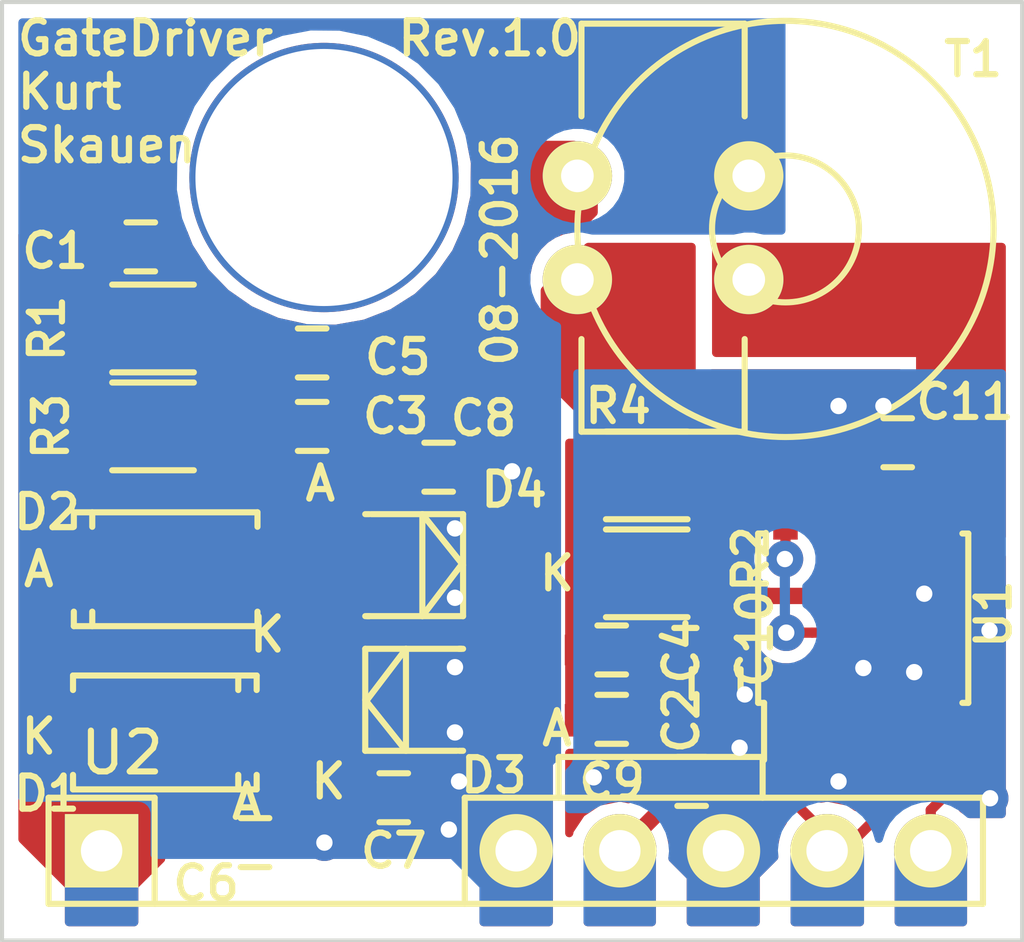
<source format=kicad_pcb>
(kicad_pcb (version 4) (host pcbnew 4.0.1-stable)

  (general
    (links 42)
    (no_connects 0)
    (area 135.949999 143.949999 161.050001 167.050001)
    (thickness 1.6)
    (drawings 6)
    (tracks 217)
    (zones 0)
    (modules 23)
    (nets 15)
  )

  (page A4)
  (layers
    (0 F.Cu signal)
    (31 B.Cu signal)
    (32 B.Adhes user)
    (33 F.Adhes user)
    (34 B.Paste user)
    (35 F.Paste user)
    (36 B.SilkS user)
    (37 F.SilkS user)
    (38 B.Mask user)
    (39 F.Mask user)
    (40 Dwgs.User user hide)
    (41 Cmts.User user)
    (42 Eco1.User user)
    (43 Eco2.User user)
    (44 Edge.Cuts user)
    (45 Margin user)
    (46 B.CrtYd user)
    (47 F.CrtYd user)
    (48 B.Fab user)
    (49 F.Fab user)
  )

  (setup
    (last_trace_width 0.25)
    (trace_clearance 0.25)
    (zone_clearance 0.3)
    (zone_45_only no)
    (trace_min 0.25)
    (segment_width 0.2)
    (edge_width 0.1)
    (via_size 0.9)
    (via_drill 0.4)
    (via_min_size 0.9)
    (via_min_drill 0.4)
    (uvia_size 0.3)
    (uvia_drill 0.1)
    (uvias_allowed no)
    (uvia_min_size 0.2)
    (uvia_min_drill 0.1)
    (pcb_text_width 0.3)
    (pcb_text_size 1.5 1.5)
    (mod_edge_width 0.1524)
    (mod_text_size 0.8128 0.8128)
    (mod_text_width 0.1524)
    (pad_size 6.6 6.6)
    (pad_drill 6.3)
    (pad_to_mask_clearance 0.13)
    (solder_mask_min_width 0.1524)
    (aux_axis_origin 0 0)
    (visible_elements 7FFFFF7F)
    (pcbplotparams
      (layerselection 0x00030_80000001)
      (usegerberextensions false)
      (excludeedgelayer true)
      (linewidth 0.100000)
      (plotframeref false)
      (viasonmask false)
      (mode 1)
      (useauxorigin false)
      (hpglpennumber 1)
      (hpglpenspeed 20)
      (hpglpendiameter 15)
      (hpglpenoverlay 2)
      (psnegative false)
      (psa4output false)
      (plotreference true)
      (plotvalue true)
      (plotinvisibletext false)
      (padsonsilk false)
      (subtractmaskfromsilk false)
      (outputformat 1)
      (mirror false)
      (drillshape 1)
      (scaleselection 1)
      (outputdirectory ""))
  )

  (net 0 "")
  (net 1 "Net-(C1-Pad2)")
  (net 2 "Net-(C2-Pad1)")
  (net 3 "Net-(C2-Pad2)")
  (net 4 OUT-)
  (net 5 +12V)
  (net 6 GND)
  (net 7 OUT+)
  (net 8 EN)
  (net 9 IN)
  (net 10 "Net-(R2-Pad1)")
  (net 11 "Net-(T1-Pad4)")
  (net 12 "Net-(C3-Pad1)")
  (net 13 "Net-(C7-Pad1)")
  (net 14 "Net-(C8-Pad1)")

  (net_class Default "This is the default net class."
    (clearance 0.25)
    (trace_width 0.25)
    (via_dia 0.9)
    (via_drill 0.4)
    (uvia_dia 0.3)
    (uvia_drill 0.1)
    (add_net EN)
    (add_net IN)
    (add_net "Net-(C3-Pad1)")
    (add_net "Net-(C7-Pad1)")
    (add_net "Net-(C8-Pad1)")
    (add_net "Net-(T1-Pad4)")
  )

  (net_class Output ""
    (clearance 0.25)
    (trace_width 0.4)
    (via_dia 0.9)
    (via_drill 0.4)
    (uvia_dia 0.3)
    (uvia_drill 0.1)
    (add_net "Net-(C1-Pad2)")
    (add_net "Net-(C2-Pad1)")
    (add_net "Net-(C2-Pad2)")
    (add_net "Net-(R2-Pad1)")
    (add_net OUT+)
    (add_net OUT-)
  )

  (net_class Power ""
    (clearance 0.25)
    (trace_width 0.4)
    (via_dia 0.9)
    (via_drill 0.4)
    (uvia_dia 0.3)
    (uvia_drill 0.1)
    (add_net +12V)
    (add_net GND)
  )

  (module MyFootprints:SOIC-8_3.9x4.9mm_Pitch1.27mm (layer F.Cu) (tedit 57C33E41) (tstamp 57BE276F)
    (at 157.105 159.1 90)
    (descr "8-Lead Plastic Small Outline (SN) - Narrow, 3.90 mm Body [SOIC] (see Microchip Packaging Specification 00000049BS.pdf)")
    (tags "SOIC 1.27")
    (path /576DBC1A)
    (attr smd)
    (fp_text reference U1 (at 0.1 3.195 90) (layer F.SilkS)
      (effects (font (size 0.8128 0.8128) (thickness 0.1524)))
    )
    (fp_text value NCP81071A (at -0.6 5.395 90) (layer F.Fab) hide
      (effects (font (size 0.8128 0.8128) (thickness 0.1524)))
    )
    (fp_line (start -3.75 -2.75) (end -3.75 2.75) (layer F.CrtYd) (width 0.05))
    (fp_line (start 3.75 -2.75) (end 3.75 2.75) (layer F.CrtYd) (width 0.05))
    (fp_line (start -3.75 -2.75) (end 3.75 -2.75) (layer F.CrtYd) (width 0.05))
    (fp_line (start -3.75 2.75) (end 3.75 2.75) (layer F.CrtYd) (width 0.05))
    (fp_line (start -2.075 -2.575) (end -2.075 -2.43) (layer F.SilkS) (width 0.15))
    (fp_line (start 2.075 -2.575) (end 2.075 -2.43) (layer F.SilkS) (width 0.15))
    (fp_line (start 2.075 2.575) (end 2.075 2.43) (layer F.SilkS) (width 0.15))
    (fp_line (start -2.075 2.575) (end -2.075 2.43) (layer F.SilkS) (width 0.15))
    (fp_line (start -2.075 -2.575) (end 2.075 -2.575) (layer F.SilkS) (width 0.15))
    (fp_line (start -2.075 2.575) (end 2.075 2.575) (layer F.SilkS) (width 0.15))
    (fp_line (start -2.075 -2.43) (end -3.475 -2.43) (layer F.SilkS) (width 0.15))
    (pad 1 smd rect (at -2.7 -1.905 90) (size 1.55 0.6) (layers F.Cu F.Paste F.Mask)
      (net 9 IN))
    (pad 2 smd rect (at -2.7 -0.635 90) (size 1.55 0.6) (layers F.Cu F.Paste F.Mask)
      (net 6 GND))
    (pad 3 smd rect (at -2.7 0.635 90) (size 1.55 0.6) (layers F.Cu F.Paste F.Mask)
      (net 6 GND))
    (pad 4 smd rect (at -2.7 1.905 90) (size 1.55 0.6) (layers F.Cu F.Paste F.Mask)
      (net 9 IN))
    (pad 5 smd rect (at 2.7 1.905 90) (size 1.55 0.6) (layers F.Cu F.Paste F.Mask)
      (net 11 "Net-(T1-Pad4)"))
    (pad 6 smd rect (at 2.7 0.635 90) (size 1.55 0.6) (layers F.Cu F.Paste F.Mask)
      (net 5 +12V))
    (pad 7 smd rect (at 2.7 -0.635 90) (size 1.55 0.6) (layers F.Cu F.Paste F.Mask)
      (net 10 "Net-(R2-Pad1)"))
    (pad 8 smd rect (at 2.7 -1.905 90) (size 1.55 0.6) (layers F.Cu F.Paste F.Mask)
      (net 8 EN))
    (model Housings_SOIC.3dshapes/SOIC-8_3.9x4.9mm_Pitch1.27mm.wrl
      (at (xyz 0 0 0))
      (scale (xyz 1 1 1))
      (rotate (xyz 0 0 0))
    )
  )

  (module MyCapacitors:C_0603 (layer F.Cu) (tedit 57C33AF9) (tstamp 57BE2672)
    (at 150.941697 161.578421)
    (descr "Capacitor SMD 0603, reflow soldering, AVX (see smccp.pdf)")
    (tags "capacitor 0603")
    (path /56872931)
    (attr smd)
    (fp_text reference C2 (at 1.708303 0.021579 90) (layer F.SilkS)
      (effects (font (size 0.8128 0.8128) (thickness 0.1524)))
    )
    (fp_text value 100n (at 0 1.9) (layer F.Fab) hide
      (effects (font (size 0.8128 0.8128) (thickness 0.1524)))
    )
    (fp_line (start -1.45 -0.75) (end 1.45 -0.75) (layer F.CrtYd) (width 0.05))
    (fp_line (start -1.45 0.75) (end 1.45 0.75) (layer F.CrtYd) (width 0.05))
    (fp_line (start -1.45 -0.75) (end -1.45 0.75) (layer F.CrtYd) (width 0.05))
    (fp_line (start 1.45 -0.75) (end 1.45 0.75) (layer F.CrtYd) (width 0.05))
    (fp_line (start -0.35 -0.6) (end 0.35 -0.6) (layer F.SilkS) (width 0.15))
    (fp_line (start 0.35 0.6) (end -0.35 0.6) (layer F.SilkS) (width 0.15))
    (pad 1 smd rect (at -0.75 0) (size 0.8 0.75) (layers F.Cu F.Paste F.Mask)
      (net 2 "Net-(C2-Pad1)"))
    (pad 2 smd rect (at 0.75 0) (size 0.8 0.75) (layers F.Cu F.Paste F.Mask)
      (net 3 "Net-(C2-Pad2)"))
    (model Capacitors_SMD.3dshapes/C_0603.wrl
      (at (xyz 0 0 0))
      (scale (xyz 1 1 1))
      (rotate (xyz 0 0 0))
    )
  )

  (module MyCapacitors:C_0603 (layer F.Cu) (tedit 57C33E2D) (tstamp 57BE267E)
    (at 143.6 154.4 180)
    (descr "Capacitor SMD 0603, reflow soldering, AVX (see smccp.pdf)")
    (tags "capacitor 0603")
    (path /576ED965)
    (attr smd)
    (fp_text reference C3 (at -2.05 0.25 180) (layer F.SilkS)
      (effects (font (size 0.8128 0.8128) (thickness 0.1524)))
    )
    (fp_text value 100n (at 0 1.9 180) (layer F.Fab) hide
      (effects (font (size 0.8128 0.8128) (thickness 0.1524)))
    )
    (fp_line (start -1.45 -0.75) (end 1.45 -0.75) (layer F.CrtYd) (width 0.05))
    (fp_line (start -1.45 0.75) (end 1.45 0.75) (layer F.CrtYd) (width 0.05))
    (fp_line (start -1.45 -0.75) (end -1.45 0.75) (layer F.CrtYd) (width 0.05))
    (fp_line (start 1.45 -0.75) (end 1.45 0.75) (layer F.CrtYd) (width 0.05))
    (fp_line (start -0.35 -0.6) (end 0.35 -0.6) (layer F.SilkS) (width 0.15))
    (fp_line (start 0.35 0.6) (end -0.35 0.6) (layer F.SilkS) (width 0.15))
    (pad 1 smd rect (at -0.75 0 180) (size 0.8 0.75) (layers F.Cu F.Paste F.Mask)
      (net 12 "Net-(C3-Pad1)"))
    (pad 2 smd rect (at 0.75 0 180) (size 0.8 0.75) (layers F.Cu F.Paste F.Mask)
      (net 1 "Net-(C1-Pad2)"))
    (model Capacitors_SMD.3dshapes/C_0603.wrl
      (at (xyz 0 0 0))
      (scale (xyz 1 1 1))
      (rotate (xyz 0 0 0))
    )
  )

  (module MyCapacitors:C_0603 (layer F.Cu) (tedit 57C33B03) (tstamp 57BE268A)
    (at 150.941697 159.878421)
    (descr "Capacitor SMD 0603, reflow soldering, AVX (see smccp.pdf)")
    (tags "capacitor 0603")
    (path /576DF0BA)
    (attr smd)
    (fp_text reference C4 (at 1.708303 0.021579 90) (layer F.SilkS)
      (effects (font (size 0.8128 0.8128) (thickness 0.1524)))
    )
    (fp_text value 1u (at 0 1.9) (layer F.Fab) hide
      (effects (font (size 0.8128 0.8128) (thickness 0.1524)))
    )
    (fp_line (start -1.45 -0.75) (end 1.45 -0.75) (layer F.CrtYd) (width 0.05))
    (fp_line (start -1.45 0.75) (end 1.45 0.75) (layer F.CrtYd) (width 0.05))
    (fp_line (start -1.45 -0.75) (end -1.45 0.75) (layer F.CrtYd) (width 0.05))
    (fp_line (start 1.45 -0.75) (end 1.45 0.75) (layer F.CrtYd) (width 0.05))
    (fp_line (start -0.35 -0.6) (end 0.35 -0.6) (layer F.SilkS) (width 0.15))
    (fp_line (start 0.35 0.6) (end -0.35 0.6) (layer F.SilkS) (width 0.15))
    (pad 1 smd rect (at -0.75 0) (size 0.8 0.75) (layers F.Cu F.Paste F.Mask)
      (net 2 "Net-(C2-Pad1)"))
    (pad 2 smd rect (at 0.75 0) (size 0.8 0.75) (layers F.Cu F.Paste F.Mask)
      (net 3 "Net-(C2-Pad2)"))
    (model Capacitors_SMD.3dshapes/C_0603.wrl
      (at (xyz 0 0 0))
      (scale (xyz 1 1 1))
      (rotate (xyz 0 0 0))
    )
  )

  (module Capacitors_SMD:C_0603 (layer F.Cu) (tedit 57C33E3B) (tstamp 57BE2696)
    (at 143.6 152.6)
    (descr "Capacitor SMD 0603, reflow soldering, AVX (see smccp.pdf)")
    (tags "capacitor 0603")
    (path /576ED95F)
    (attr smd)
    (fp_text reference C5 (at 2.1 0.1) (layer F.SilkS)
      (effects (font (size 0.8128 0.8128) (thickness 0.1524)))
    )
    (fp_text value 1u (at 0 1.9) (layer F.Fab) hide
      (effects (font (size 0.8128 0.8128) (thickness 0.1524)))
    )
    (fp_line (start -1.45 -0.75) (end 1.45 -0.75) (layer F.CrtYd) (width 0.05))
    (fp_line (start -1.45 0.75) (end 1.45 0.75) (layer F.CrtYd) (width 0.05))
    (fp_line (start -1.45 -0.75) (end -1.45 0.75) (layer F.CrtYd) (width 0.05))
    (fp_line (start 1.45 -0.75) (end 1.45 0.75) (layer F.CrtYd) (width 0.05))
    (fp_line (start -0.35 -0.6) (end 0.35 -0.6) (layer F.SilkS) (width 0.15))
    (fp_line (start 0.35 0.6) (end -0.35 0.6) (layer F.SilkS) (width 0.15))
    (pad 1 smd rect (at -0.75 0) (size 0.8 0.75) (layers F.Cu F.Paste F.Mask)
      (net 1 "Net-(C1-Pad2)"))
    (pad 2 smd rect (at 0.75 0) (size 0.8 0.75) (layers F.Cu F.Paste F.Mask)
      (net 12 "Net-(C3-Pad1)"))
    (model Capacitors_SMD.3dshapes/C_0603.wrl
      (at (xyz 0 0 0))
      (scale (xyz 1 1 1))
      (rotate (xyz 0 0 0))
    )
  )

  (module MyCapacitors:C_0603 (layer F.Cu) (tedit 57C33AE4) (tstamp 57BE26A2)
    (at 145.6 163.5)
    (descr "Capacitor SMD 0603, reflow soldering, AVX (see smccp.pdf)")
    (tags "capacitor 0603")
    (path /576ED938)
    (attr smd)
    (fp_text reference C7 (at 0 1.3) (layer F.SilkS)
      (effects (font (size 0.8128 0.8128) (thickness 0.1524)))
    )
    (fp_text value 100n (at 0 1.9) (layer F.Fab) hide
      (effects (font (size 0.8128 0.8128) (thickness 0.1524)))
    )
    (fp_line (start -1.45 -0.75) (end 1.45 -0.75) (layer F.CrtYd) (width 0.05))
    (fp_line (start -1.45 0.75) (end 1.45 0.75) (layer F.CrtYd) (width 0.05))
    (fp_line (start -1.45 -0.75) (end -1.45 0.75) (layer F.CrtYd) (width 0.05))
    (fp_line (start 1.45 -0.75) (end 1.45 0.75) (layer F.CrtYd) (width 0.05))
    (fp_line (start -0.35 -0.6) (end 0.35 -0.6) (layer F.SilkS) (width 0.15))
    (fp_line (start 0.35 0.6) (end -0.35 0.6) (layer F.SilkS) (width 0.15))
    (pad 1 smd rect (at -0.75 0) (size 0.8 0.75) (layers F.Cu F.Paste F.Mask)
      (net 13 "Net-(C7-Pad1)"))
    (pad 2 smd rect (at 0.75 0) (size 0.8 0.75) (layers F.Cu F.Paste F.Mask)
      (net 4 OUT-))
    (model Capacitors_SMD.3dshapes/C_0603.wrl
      (at (xyz 0 0 0))
      (scale (xyz 1 1 1))
      (rotate (xyz 0 0 0))
    )
  )

  (module MyCapacitors:C_0603 (layer F.Cu) (tedit 57C33AF4) (tstamp 57BE26AE)
    (at 146.7 155.4)
    (descr "Capacitor SMD 0603, reflow soldering, AVX (see smccp.pdf)")
    (tags "capacitor 0603")
    (path /576ED949)
    (attr smd)
    (fp_text reference C8 (at 1.1 -1.2) (layer F.SilkS)
      (effects (font (size 0.8128 0.8128) (thickness 0.1524)))
    )
    (fp_text value 100n (at 0 1.9) (layer F.Fab) hide
      (effects (font (size 0.8128 0.8128) (thickness 0.1524)))
    )
    (fp_line (start -1.45 -0.75) (end 1.45 -0.75) (layer F.CrtYd) (width 0.05))
    (fp_line (start -1.45 0.75) (end 1.45 0.75) (layer F.CrtYd) (width 0.05))
    (fp_line (start -1.45 -0.75) (end -1.45 0.75) (layer F.CrtYd) (width 0.05))
    (fp_line (start 1.45 -0.75) (end 1.45 0.75) (layer F.CrtYd) (width 0.05))
    (fp_line (start -0.35 -0.6) (end 0.35 -0.6) (layer F.SilkS) (width 0.15))
    (fp_line (start 0.35 0.6) (end -0.35 0.6) (layer F.SilkS) (width 0.15))
    (pad 1 smd rect (at -0.75 0) (size 0.8 0.75) (layers F.Cu F.Paste F.Mask)
      (net 14 "Net-(C8-Pad1)"))
    (pad 2 smd rect (at 0.75 0) (size 0.8 0.75) (layers F.Cu F.Paste F.Mask)
      (net 4 OUT-))
    (model Capacitors_SMD.3dshapes/C_0603.wrl
      (at (xyz 0 0 0))
      (scale (xyz 1 1 1))
      (rotate (xyz 0 0 0))
    )
  )

  (module MyCapacitors:C_0603 (layer F.Cu) (tedit 57C33F21) (tstamp 57BE26BA)
    (at 153.5 160.7 270)
    (descr "Capacitor SMD 0603, reflow soldering, AVX (see smccp.pdf)")
    (tags "capacitor 0603")
    (path /55836BE0)
    (attr smd)
    (fp_text reference C10 (at -1.1 -0.95 270) (layer F.SilkS)
      (effects (font (size 0.8128 0.8128) (thickness 0.1524)))
    )
    (fp_text value 1u (at 0 1.9 270) (layer F.Fab) hide
      (effects (font (size 0.8128 0.8128) (thickness 0.1524)))
    )
    (fp_line (start -1.45 -0.75) (end 1.45 -0.75) (layer F.CrtYd) (width 0.05))
    (fp_line (start -1.45 0.75) (end 1.45 0.75) (layer F.CrtYd) (width 0.05))
    (fp_line (start -1.45 -0.75) (end -1.45 0.75) (layer F.CrtYd) (width 0.05))
    (fp_line (start 1.45 -0.75) (end 1.45 0.75) (layer F.CrtYd) (width 0.05))
    (fp_line (start -0.35 -0.6) (end 0.35 -0.6) (layer F.SilkS) (width 0.15))
    (fp_line (start 0.35 0.6) (end -0.35 0.6) (layer F.SilkS) (width 0.15))
    (pad 1 smd rect (at -0.75 0 270) (size 0.8 0.75) (layers F.Cu F.Paste F.Mask)
      (net 5 +12V))
    (pad 2 smd rect (at 0.75 0 270) (size 0.8 0.75) (layers F.Cu F.Paste F.Mask)
      (net 6 GND))
    (model Capacitors_SMD.3dshapes/C_0603.wrl
      (at (xyz 0 0 0))
      (scale (xyz 1 1 1))
      (rotate (xyz 0 0 0))
    )
  )

  (module MyCapacitors:C_0603 (layer F.Cu) (tedit 57C33E34) (tstamp 57BE26C6)
    (at 157.95 154.8 180)
    (descr "Capacitor SMD 0603, reflow soldering, AVX (see smccp.pdf)")
    (tags "capacitor 0603")
    (path /558357A5)
    (attr smd)
    (fp_text reference C11 (at -1.65 1 180) (layer F.SilkS)
      (effects (font (size 0.8128 0.8128) (thickness 0.1524)))
    )
    (fp_text value 100n (at 0 1.9 180) (layer F.Fab) hide
      (effects (font (size 0.8128 0.8128) (thickness 0.1524)))
    )
    (fp_line (start -1.45 -0.75) (end 1.45 -0.75) (layer F.CrtYd) (width 0.05))
    (fp_line (start -1.45 0.75) (end 1.45 0.75) (layer F.CrtYd) (width 0.05))
    (fp_line (start -1.45 -0.75) (end -1.45 0.75) (layer F.CrtYd) (width 0.05))
    (fp_line (start 1.45 -0.75) (end 1.45 0.75) (layer F.CrtYd) (width 0.05))
    (fp_line (start -0.35 -0.6) (end 0.35 -0.6) (layer F.SilkS) (width 0.15))
    (fp_line (start 0.35 0.6) (end -0.35 0.6) (layer F.SilkS) (width 0.15))
    (pad 1 smd rect (at -0.75 0 180) (size 0.8 0.75) (layers F.Cu F.Paste F.Mask)
      (net 5 +12V))
    (pad 2 smd rect (at 0.75 0 180) (size 0.8 0.75) (layers F.Cu F.Paste F.Mask)
      (net 6 GND))
    (model Capacitors_SMD.3dshapes/C_0603.wrl
      (at (xyz 0 0 0))
      (scale (xyz 1 1 1))
      (rotate (xyz 0 0 0))
    )
  )

  (module MyDiodes:Diode-SMA_Standard (layer F.Cu) (tedit 57C33AB5) (tstamp 57BE26DB)
    (at 139.99 161.9 180)
    (descr "Diode SMA")
    (tags "Diode SMA")
    (path /576ED92C)
    (attr smd)
    (fp_text reference D1 (at 2.89 -1.5 180) (layer F.SilkS)
      (effects (font (size 0.8128 0.8128) (thickness 0.1524)))
    )
    (fp_text value SS210 (at 0 4.3 180) (layer F.Fab) hide
      (effects (font (size 0.8128 0.8128) (thickness 0.1524)))
    )
    (fp_line (start -3.5 -2) (end 3.5 -2) (layer F.CrtYd) (width 0.05))
    (fp_line (start 3.5 -2) (end 3.5 2) (layer F.CrtYd) (width 0.05))
    (fp_line (start 3.5 2) (end -3.5 2) (layer F.CrtYd) (width 0.05))
    (fp_line (start -3.5 2) (end -3.5 -2) (layer F.CrtYd) (width 0.05))
    (fp_text user K (at -2.51 2.4 180) (layer F.SilkS)
      (effects (font (size 0.8128 0.8128) (thickness 0.1524)))
    )
    (fp_text user A (at 3.09 4 180) (layer F.SilkS)
      (effects (font (size 0.8128 0.8128) (thickness 0.1524)))
    )
    (fp_circle (center 0 0) (end 0.20066 -0.0508) (layer F.Adhes) (width 0.381))
    (fp_line (start -1.79914 1.395) (end -1.79914 1.04) (layer F.SilkS) (width 0.15))
    (fp_line (start -1.79914 -1.395) (end -1.79914 -1.04) (layer F.SilkS) (width 0.15))
    (fp_line (start 2.25044 1.395) (end 2.25044 1.04) (layer F.SilkS) (width 0.15))
    (fp_line (start -2.25044 1.395) (end -2.25044 1.04) (layer F.SilkS) (width 0.15))
    (fp_line (start -2.25044 -1.395) (end -2.25044 -1.04) (layer F.SilkS) (width 0.15))
    (fp_line (start 2.25044 -1.395) (end 2.25044 -1.04) (layer F.SilkS) (width 0.15))
    (fp_line (start -2.25044 1.395) (end 2.25044 1.395) (layer F.SilkS) (width 0.15))
    (fp_line (start -2.25044 -1.395) (end 2.25044 -1.395) (layer F.SilkS) (width 0.15))
    (pad 1 smd rect (at -1.79 0 180) (size 1.7 1.68) (layers F.Cu F.Paste F.Mask)
      (net 13 "Net-(C7-Pad1)"))
    (pad 2 smd rect (at 1.79 0 180) (size 1.7 1.68) (layers F.Cu F.Paste F.Mask)
      (net 7 OUT+))
    (model Diodes_SMD.3dshapes/Diode-SMA_Standard.wrl
      (at (xyz 0 0 0))
      (scale (xyz 0.3937 0.3937 0.3937))
      (rotate (xyz 0 0 180))
    )
  )

  (module MyDiodes:Diode-SMA_Standard (layer F.Cu) (tedit 57C33AAF) (tstamp 57BE26F0)
    (at 140.01 157.9)
    (descr "Diode SMA")
    (tags "Diode SMA")
    (path /576ED954)
    (attr smd)
    (fp_text reference D2 (at -2.91 -1.4 180) (layer F.SilkS)
      (effects (font (size 0.8128 0.8128) (thickness 0.1524)))
    )
    (fp_text value SS210 (at 0 4.3) (layer F.Fab) hide
      (effects (font (size 0.8128 0.8128) (thickness 0.1524)))
    )
    (fp_line (start -3.5 -2) (end 3.5 -2) (layer F.CrtYd) (width 0.05))
    (fp_line (start 3.5 -2) (end 3.5 2) (layer F.CrtYd) (width 0.05))
    (fp_line (start 3.5 2) (end -3.5 2) (layer F.CrtYd) (width 0.05))
    (fp_line (start -3.5 2) (end -3.5 -2) (layer F.CrtYd) (width 0.05))
    (fp_text user K (at -3.11 4.1) (layer F.SilkS)
      (effects (font (size 0.8128 0.8128) (thickness 0.1524)))
    )
    (fp_text user A (at 1.99 5.7) (layer F.SilkS)
      (effects (font (size 0.8128 0.8128) (thickness 0.1524)))
    )
    (fp_circle (center 0 0) (end 0.20066 -0.0508) (layer F.Adhes) (width 0.381))
    (fp_line (start -1.79914 1.395) (end -1.79914 1.04) (layer F.SilkS) (width 0.15))
    (fp_line (start -1.79914 -1.395) (end -1.79914 -1.04) (layer F.SilkS) (width 0.15))
    (fp_line (start 2.25044 1.395) (end 2.25044 1.04) (layer F.SilkS) (width 0.15))
    (fp_line (start -2.25044 1.395) (end -2.25044 1.04) (layer F.SilkS) (width 0.15))
    (fp_line (start -2.25044 -1.395) (end -2.25044 -1.04) (layer F.SilkS) (width 0.15))
    (fp_line (start 2.25044 -1.395) (end 2.25044 -1.04) (layer F.SilkS) (width 0.15))
    (fp_line (start -2.25044 1.395) (end 2.25044 1.395) (layer F.SilkS) (width 0.15))
    (fp_line (start -2.25044 -1.395) (end 2.25044 -1.395) (layer F.SilkS) (width 0.15))
    (pad 1 smd rect (at -1.79 0) (size 1.7 1.68) (layers F.Cu F.Paste F.Mask)
      (net 7 OUT+))
    (pad 2 smd rect (at 1.79 0) (size 1.7 1.68) (layers F.Cu F.Paste F.Mask)
      (net 14 "Net-(C8-Pad1)"))
    (model Diodes_SMD.3dshapes/Diode-SMA_Standard.wrl
      (at (xyz 0 0 0))
      (scale (xyz 0.3937 0.3937 0.3937))
      (rotate (xyz 0 0 180))
    )
  )

  (module MyDiodes:MELF_Standard (layer F.Cu) (tedit 57C33AEE) (tstamp 57BE2707)
    (at 146.0997 161.1)
    (descr "Diode, MELF, Standard,")
    (tags "Diode MELF Standard ")
    (path /576ED932)
    (attr smd)
    (fp_text reference D3 (at 1.9503 1.85) (layer F.SilkS)
      (effects (font (size 0.8128 0.8128) (thickness 0.1524)))
    )
    (fp_text value ZMY12 (at 0 3.81) (layer F.Fab) hide
      (effects (font (size 0.8128 0.8128) (thickness 0.1524)))
    )
    (fp_line (start -3.4 -1.6) (end 3.4 -1.6) (layer F.CrtYd) (width 0.05))
    (fp_line (start 3.4 -1.6) (end 3.4 1.6) (layer F.CrtYd) (width 0.05))
    (fp_line (start 3.4 1.6) (end -3.4 1.6) (layer F.CrtYd) (width 0.05))
    (fp_line (start -3.4 1.6) (end -3.4 -1.6) (layer F.CrtYd) (width 0.05))
    (fp_line (start -1.15062 0) (end -0.20066 -1.24968) (layer F.SilkS) (width 0.15))
    (fp_line (start -0.20066 -1.24968) (end -0.20066 1.24968) (layer F.SilkS) (width 0.15))
    (fp_line (start -0.20066 1.24968) (end -1.19888 0) (layer F.SilkS) (width 0.15))
    (fp_line (start -1.19888 -1.24968) (end -1.19888 1.24968) (layer F.SilkS) (width 0.15))
    (fp_text user K (at -2.0997 2) (layer F.SilkS)
      (effects (font (size 0.8128 0.8128) (thickness 0.1524)))
    )
    (fp_text user A (at 3.5003 0.7) (layer F.SilkS)
      (effects (font (size 0.8128 0.8128) (thickness 0.1524)))
    )
    (fp_circle (center 0 0) (end -0.8001 0.29972) (layer F.Adhes) (width 0.381))
    (fp_circle (center 0 0) (end 0 0.55118) (layer F.Adhes) (width 0.381))
    (fp_circle (center 0 0) (end 0 0.20066) (layer F.Adhes) (width 0.381))
    (fp_line (start 1.09982 -1.24968) (end 1.19888 -1.24968) (layer F.SilkS) (width 0.15))
    (fp_line (start 1.09982 1.24968) (end 1.19888 1.24968) (layer F.SilkS) (width 0.15))
    (fp_line (start -1.19888 -1.24968) (end 1.15062 -1.24968) (layer F.SilkS) (width 0.15))
    (fp_line (start -1.19888 1.24968) (end 1.04902 1.24968) (layer F.SilkS) (width 0.15))
    (pad 1 smd rect (at -2.4003 0) (size 1.50114 2.70002) (layers F.Cu F.Paste F.Mask)
      (net 13 "Net-(C7-Pad1)"))
    (pad 2 smd rect (at 2.4003 0) (size 1.50114 2.70002) (layers F.Cu F.Paste F.Mask)
      (net 4 OUT-))
    (model Diodes_SMD.3dshapes/MELF_Standard.wrl
      (at (xyz 0 0 0))
      (scale (xyz 0.3937 0.3937 0.3937))
      (rotate (xyz 0 0 180))
    )
  )

  (module MyDiodes:MELF_Standard (layer F.Cu) (tedit 57C33E27) (tstamp 57BE271E)
    (at 146.0997 157.8 180)
    (descr "Diode, MELF, Standard,")
    (tags "Diode MELF Standard ")
    (path /576ED943)
    (attr smd)
    (fp_text reference D4 (at -2.4503 1.85 180) (layer F.SilkS)
      (effects (font (size 0.8128 0.8128) (thickness 0.1524)))
    )
    (fp_text value ZMY12 (at 0 3.81 180) (layer F.Fab) hide
      (effects (font (size 0.8128 0.8128) (thickness 0.1524)))
    )
    (fp_line (start -3.4 -1.6) (end 3.4 -1.6) (layer F.CrtYd) (width 0.05))
    (fp_line (start 3.4 -1.6) (end 3.4 1.6) (layer F.CrtYd) (width 0.05))
    (fp_line (start 3.4 1.6) (end -3.4 1.6) (layer F.CrtYd) (width 0.05))
    (fp_line (start -3.4 1.6) (end -3.4 -1.6) (layer F.CrtYd) (width 0.05))
    (fp_line (start -1.15062 0) (end -0.20066 -1.24968) (layer F.SilkS) (width 0.15))
    (fp_line (start -0.20066 -1.24968) (end -0.20066 1.24968) (layer F.SilkS) (width 0.15))
    (fp_line (start -0.20066 1.24968) (end -1.19888 0) (layer F.SilkS) (width 0.15))
    (fp_line (start -1.19888 -1.24968) (end -1.19888 1.24968) (layer F.SilkS) (width 0.15))
    (fp_text user K (at -3.5003 -0.2 180) (layer F.SilkS)
      (effects (font (size 0.8128 0.8128) (thickness 0.1524)))
    )
    (fp_text user A (at 2.2997 2 180) (layer F.SilkS)
      (effects (font (size 0.8128 0.8128) (thickness 0.1524)))
    )
    (fp_circle (center 0 0) (end -0.8001 0.29972) (layer F.Adhes) (width 0.381))
    (fp_circle (center 0 0) (end 0 0.55118) (layer F.Adhes) (width 0.381))
    (fp_circle (center 0 0) (end 0 0.20066) (layer F.Adhes) (width 0.381))
    (fp_line (start 1.09982 -1.24968) (end 1.19888 -1.24968) (layer F.SilkS) (width 0.15))
    (fp_line (start 1.09982 1.24968) (end 1.19888 1.24968) (layer F.SilkS) (width 0.15))
    (fp_line (start -1.19888 -1.24968) (end 1.15062 -1.24968) (layer F.SilkS) (width 0.15))
    (fp_line (start -1.19888 1.24968) (end 1.04902 1.24968) (layer F.SilkS) (width 0.15))
    (pad 1 smd rect (at -2.4003 0 180) (size 1.50114 2.70002) (layers F.Cu F.Paste F.Mask)
      (net 4 OUT-))
    (pad 2 smd rect (at 2.4003 0 180) (size 1.50114 2.70002) (layers F.Cu F.Paste F.Mask)
      (net 14 "Net-(C8-Pad1)"))
    (model Diodes_SMD.3dshapes/MELF_Standard.wrl
      (at (xyz 0 0 0))
      (scale (xyz 0.3937 0.3937 0.3937))
      (rotate (xyz 0 0 180))
    )
  )

  (module MyResistors:R_1206 (layer F.Cu) (tedit 57C33E1E) (tstamp 57BE273E)
    (at 139.7 152 180)
    (descr "Resistor SMD 1206, reflow soldering, Vishay (see dcrcw.pdf)")
    (tags "resistor 1206")
    (path /57BE48D4)
    (attr smd)
    (fp_text reference R1 (at 2.6 0 270) (layer F.SilkS)
      (effects (font (size 0.8128 0.8128) (thickness 0.1524)))
    )
    (fp_text value 4 (at 0 2.3 180) (layer F.Fab) hide
      (effects (font (size 0.8128 0.8128) (thickness 0.1524)))
    )
    (fp_line (start -2.2 -1.2) (end 2.2 -1.2) (layer F.CrtYd) (width 0.05))
    (fp_line (start -2.2 1.2) (end 2.2 1.2) (layer F.CrtYd) (width 0.05))
    (fp_line (start -2.2 -1.2) (end -2.2 1.2) (layer F.CrtYd) (width 0.05))
    (fp_line (start 2.2 -1.2) (end 2.2 1.2) (layer F.CrtYd) (width 0.05))
    (fp_line (start 1 1.075) (end -1 1.075) (layer F.SilkS) (width 0.15))
    (fp_line (start -1 -1.075) (end 1 -1.075) (layer F.SilkS) (width 0.15))
    (pad 1 smd rect (at -1.45 0 180) (size 0.9 1.7) (layers F.Cu F.Paste F.Mask)
      (net 1 "Net-(C1-Pad2)"))
    (pad 2 smd rect (at 1.45 0 180) (size 0.9 1.7) (layers F.Cu F.Paste F.Mask)
      (net 7 OUT+))
    (model Resistors_SMD.3dshapes/R_1206.wrl
      (at (xyz 0 0 0))
      (scale (xyz 1 1 1))
      (rotate (xyz 0 0 0))
    )
  )

  (module MyResistors:R_1206 (layer F.Cu) (tedit 57C33E22) (tstamp 57BE274A)
    (at 139.7 154.4 180)
    (descr "Resistor SMD 1206, reflow soldering, Vishay (see dcrcw.pdf)")
    (tags "resistor 1206")
    (path /576F9C1A)
    (attr smd)
    (fp_text reference R3 (at 2.5 0 270) (layer F.SilkS)
      (effects (font (size 0.8128 0.8128) (thickness 0.1524)))
    )
    (fp_text value 4 (at 0 2.3 180) (layer F.Fab) hide
      (effects (font (size 0.8128 0.8128) (thickness 0.1524)))
    )
    (fp_line (start -2.2 -1.2) (end 2.2 -1.2) (layer F.CrtYd) (width 0.05))
    (fp_line (start -2.2 1.2) (end 2.2 1.2) (layer F.CrtYd) (width 0.05))
    (fp_line (start -2.2 -1.2) (end -2.2 1.2) (layer F.CrtYd) (width 0.05))
    (fp_line (start 2.2 -1.2) (end 2.2 1.2) (layer F.CrtYd) (width 0.05))
    (fp_line (start 1 1.075) (end -1 1.075) (layer F.SilkS) (width 0.15))
    (fp_line (start -1 -1.075) (end 1 -1.075) (layer F.SilkS) (width 0.15))
    (pad 1 smd rect (at -1.45 0 180) (size 0.9 1.7) (layers F.Cu F.Paste F.Mask)
      (net 1 "Net-(C1-Pad2)"))
    (pad 2 smd rect (at 1.45 0 180) (size 0.9 1.7) (layers F.Cu F.Paste F.Mask)
      (net 7 OUT+))
    (model Resistors_SMD.3dshapes/R_1206.wrl
      (at (xyz 0 0 0))
      (scale (xyz 1 1 1))
      (rotate (xyz 0 0 0))
    )
  )

  (module MyResistors:R_1206 (layer F.Cu) (tedit 57C33F15) (tstamp 57C0D575)
    (at 151.8 158 180)
    (descr "Resistor SMD 1206, reflow soldering, Vishay (see dcrcw.pdf)")
    (tags "resistor 1206")
    (path /57C0D36A)
    (attr smd)
    (fp_text reference R2 (at -2.55 0.35 270) (layer F.SilkS)
      (effects (font (size 0.8128 0.8128) (thickness 0.1524)))
    )
    (fp_text value 1 (at 0 2.3 180) (layer F.Fab) hide
      (effects (font (size 0.8128 0.8128) (thickness 0.1524)))
    )
    (fp_line (start -2.2 -1.2) (end 2.2 -1.2) (layer F.CrtYd) (width 0.05))
    (fp_line (start -2.2 1.2) (end 2.2 1.2) (layer F.CrtYd) (width 0.05))
    (fp_line (start -2.2 -1.2) (end -2.2 1.2) (layer F.CrtYd) (width 0.05))
    (fp_line (start 2.2 -1.2) (end 2.2 1.2) (layer F.CrtYd) (width 0.05))
    (fp_line (start 1 1.075) (end -1 1.075) (layer F.SilkS) (width 0.15))
    (fp_line (start -1 -1.075) (end 1 -1.075) (layer F.SilkS) (width 0.15))
    (pad 1 smd rect (at -1.45 0 180) (size 0.9 1.7) (layers F.Cu F.Paste F.Mask)
      (net 10 "Net-(R2-Pad1)"))
    (pad 2 smd rect (at 1.45 0 180) (size 0.9 1.7) (layers F.Cu F.Paste F.Mask)
      (net 2 "Net-(C2-Pad1)"))
    (model Resistors_SMD.3dshapes/R_1206.wrl
      (at (xyz 0 0 0))
      (scale (xyz 1 1 1))
      (rotate (xyz 0 0 0))
    )
  )

  (module MyResistors:R_1206 (layer F.Cu) (tedit 57C33F10) (tstamp 57C0D581)
    (at 151.8 155.6 180)
    (descr "Resistor SMD 1206, reflow soldering, Vishay (see dcrcw.pdf)")
    (tags "resistor 1206")
    (path /57C0D3F4)
    (attr smd)
    (fp_text reference R4 (at 0.7 1.7 180) (layer F.SilkS)
      (effects (font (size 0.8128 0.8128) (thickness 0.1524)))
    )
    (fp_text value 1 (at 0 2.3 180) (layer F.Fab) hide
      (effects (font (size 0.8128 0.8128) (thickness 0.1524)))
    )
    (fp_line (start -2.2 -1.2) (end 2.2 -1.2) (layer F.CrtYd) (width 0.05))
    (fp_line (start -2.2 1.2) (end 2.2 1.2) (layer F.CrtYd) (width 0.05))
    (fp_line (start -2.2 -1.2) (end -2.2 1.2) (layer F.CrtYd) (width 0.05))
    (fp_line (start 2.2 -1.2) (end 2.2 1.2) (layer F.CrtYd) (width 0.05))
    (fp_line (start 1 1.075) (end -1 1.075) (layer F.SilkS) (width 0.15))
    (fp_line (start -1 -1.075) (end 1 -1.075) (layer F.SilkS) (width 0.15))
    (pad 1 smd rect (at -1.45 0 180) (size 0.9 1.7) (layers F.Cu F.Paste F.Mask)
      (net 10 "Net-(R2-Pad1)"))
    (pad 2 smd rect (at 1.45 0 180) (size 0.9 1.7) (layers F.Cu F.Paste F.Mask)
      (net 2 "Net-(C2-Pad1)"))
    (model Resistors_SMD.3dshapes/R_1206.wrl
      (at (xyz 0 0 0))
      (scale (xyz 1 1 1))
      (rotate (xyz 0 0 0))
    )
  )

  (module MyMagnetics:GateTR10x4_HV (layer F.Cu) (tedit 57C33E13) (tstamp 57C227B8)
    (at 152.2 148.26)
    (path /5683615A)
    (fp_text reference T1 (at 7.6 -2.86) (layer F.SilkS)
      (effects (font (size 0.8128 0.8128) (thickness 0.1524)))
    )
    (fp_text value GateTR10x4 (at -6.6 -3.06) (layer F.Fab) hide
      (effects (font (size 0.8128 0.8128) (thickness 0.1524)))
    )
    (fp_circle (center 3 1.3) (end 3 3.1) (layer F.SilkS) (width 0.15))
    (fp_circle (center 3 1.3) (end 3 6.4) (layer F.SilkS) (width 0.15))
    (fp_line (start 2 6.27) (end 2 4) (layer F.SilkS) (width 0.15))
    (fp_line (start -2 6.27) (end 2 6.27) (layer F.SilkS) (width 0.15))
    (fp_line (start -2 4) (end -2 6.27) (layer F.SilkS) (width 0.15))
    (fp_line (start 2 -3.73) (end 2 -1.46) (layer F.SilkS) (width 0.15))
    (fp_line (start -2 -3.73) (end 2 -3.73) (layer F.SilkS) (width 0.15))
    (fp_line (start -2 -1.46) (end -2 -3.73) (layer F.SilkS) (width 0.15))
    (pad 1 thru_hole circle (at -2.1 0) (size 1.7 1.7) (drill 0.8) (layers *.Cu *.Mask F.SilkS)
      (net 12 "Net-(C3-Pad1)"))
    (pad 3 thru_hole circle (at -2.1 2.54) (size 1.7 1.7) (drill 0.8) (layers *.Cu *.Mask F.SilkS)
      (net 3 "Net-(C2-Pad2)"))
    (pad 2 thru_hole circle (at 2.1 0) (size 1.7 1.7) (drill 0.8) (layers *.Cu *.Mask F.SilkS)
      (net 4 OUT-))
    (pad 4 thru_hole circle (at 2.1 2.54) (size 1.7 1.7) (drill 0.8) (layers *.Cu *.Mask F.SilkS)
      (net 11 "Net-(T1-Pad4)"))
  )

  (module MyCapacitors:C_0603 (layer F.Cu) (tedit 57C33F26) (tstamp 57C2D562)
    (at 152.9 163.1)
    (descr "Capacitor SMD 0603, reflow soldering, AVX (see smccp.pdf)")
    (tags "capacitor 0603")
    (path /57C2D44A)
    (attr smd)
    (fp_text reference C9 (at -1.95 0) (layer F.SilkS)
      (effects (font (size 0.8128 0.8128) (thickness 0.1524)))
    )
    (fp_text value 1u (at 0 1.9) (layer F.Fab) hide
      (effects (font (size 0.8128 0.8128) (thickness 0.1524)))
    )
    (fp_line (start -1.45 -0.75) (end 1.45 -0.75) (layer F.CrtYd) (width 0.05))
    (fp_line (start -1.45 0.75) (end 1.45 0.75) (layer F.CrtYd) (width 0.05))
    (fp_line (start -1.45 -0.75) (end -1.45 0.75) (layer F.CrtYd) (width 0.05))
    (fp_line (start 1.45 -0.75) (end 1.45 0.75) (layer F.CrtYd) (width 0.05))
    (fp_line (start -0.35 -0.6) (end 0.35 -0.6) (layer F.SilkS) (width 0.15))
    (fp_line (start 0.35 0.6) (end -0.35 0.6) (layer F.SilkS) (width 0.15))
    (pad 1 smd rect (at -0.75 0) (size 0.8 0.75) (layers F.Cu F.Paste F.Mask)
      (net 5 +12V))
    (pad 2 smd rect (at 0.75 0) (size 0.8 0.75) (layers F.Cu F.Paste F.Mask)
      (net 6 GND))
    (model Capacitors_SMD.3dshapes/C_0603.wrl
      (at (xyz 0 0 0))
      (scale (xyz 1 1 1))
      (rotate (xyz 0 0 0))
    )
  )

  (module MyConnectors:GateDriverSub (layer F.Cu) (tedit 57C49875) (tstamp 57BE2781)
    (at 138.44 164.8)
    (descr "Through hole socket strip")
    (tags "socket strip")
    (path /57B8F49B)
    (fp_text reference U2 (at 0.5 -2.4) (layer F.SilkS)
      (effects (font (size 1 1) (thickness 0.15)))
    )
    (fp_text value GateDriver (at 3.7 2.3) (layer F.Fab) hide
      (effects (font (size 1 1) (thickness 0.15)))
    )
    (fp_line (start -1.3 -1.3) (end 1.3 -1.3) (layer F.SilkS) (width 0.15))
    (fp_line (start 8.9 -1.3) (end 8.9 1.3) (layer F.SilkS) (width 0.15))
    (fp_line (start 1.3 -1.3) (end 1.3 1.3) (layer F.SilkS) (width 0.15))
    (fp_line (start 16.2 -2.3) (end 16.2 -1.3) (layer F.SilkS) (width 0.15))
    (fp_line (start 11.2 -2.3) (end 16.2 -2.3) (layer F.SilkS) (width 0.15))
    (fp_line (start 11.2 -1.3) (end 11.2 -2.3) (layer F.SilkS) (width 0.15))
    (fp_line (start 8.9 -1.3) (end 21.6 -1.3) (layer F.SilkS) (width 0.15))
    (fp_line (start 21.8 -1.5) (end 21.8 1.5) (layer F.CrtYd) (width 0.05))
    (fp_line (start -1.5 -1.5) (end 21.8 -1.5) (layer F.CrtYd) (width 0.05))
    (fp_line (start -1.3 1.3) (end 21.6 1.3) (layer F.SilkS) (width 0.15))
    (fp_line (start -1.3 1.3) (end -1.3 -1.3) (layer F.SilkS) (width 0.15))
    (fp_line (start -1.5 1.5) (end -1.5 -1.5) (layer F.CrtYd) (width 0.05))
    (fp_line (start -1.5 1.5) (end 21.8 1.5) (layer F.CrtYd) (width 0.05))
    (fp_line (start 21.6 -1.3) (end 21.6 1.300307) (layer F.SilkS) (width 0.15))
    (pad 1 thru_hole rect (at 0 0) (size 1.8 1.8) (drill 1.016) (layers *.Cu *.Mask F.SilkS)
      (net 7 OUT+))
    (pad 2 thru_hole oval (at 10.16 0) (size 1.8 1.8) (drill 1.016) (layers *.Cu *.Mask F.SilkS)
      (net 4 OUT-))
    (pad 3 thru_hole oval (at 12.7 0) (size 1.8 1.8) (drill 1.016) (layers *.Cu *.Mask F.SilkS)
      (net 5 +12V))
    (pad 4 thru_hole oval (at 15.24 0) (size 1.8 1.8) (drill 1.016) (layers *.Cu *.Mask F.SilkS)
      (net 6 GND))
    (pad 5 thru_hole oval (at 17.78 0) (size 1.8 1.8) (drill 1.016) (layers *.Cu *.Mask F.SilkS)
      (net 9 IN))
    (pad 6 thru_hole oval (at 20.32 0) (size 1.8 1.8) (drill 1.016) (layers *.Cu *.Mask F.SilkS)
      (net 8 EN))
  )

  (module MyMechanical:MH6 locked (layer F.Cu) (tedit 57C5DF92) (tstamp 57C49948)
    (at 143.89 148.3)
    (descr "module 1 pin (ou trou mecanique de percage)")
    (tags DEV)
    (path /57C49F45)
    (fp_text reference M1 (at 0 -3.81) (layer F.SilkS) hide
      (effects (font (size 1 1) (thickness 0.15)))
    )
    (fp_text value MountingHole (at 0 3.81) (layer F.Fab) hide
      (effects (font (size 1 1) (thickness 0.15)))
    )
    (pad "" np_thru_hole circle (at 0 0) (size 6.6 6.6) (drill 6.3) (layers *.Cu))
  )

  (module MyCapacitors:C_0603 (layer F.Cu) (tedit 57C5D5F3) (tstamp 57C5D1F7)
    (at 139.4 150)
    (descr "Capacitor SMD 0603, reflow soldering, AVX (see smccp.pdf)")
    (tags "capacitor 0603")
    (path /57C5D3FB)
    (attr smd)
    (fp_text reference C1 (at -2.1 0.1) (layer F.SilkS)
      (effects (font (size 0.8128 0.8128) (thickness 0.1524)))
    )
    (fp_text value NP (at 0 1.9) (layer F.Fab) hide
      (effects (font (size 1 1) (thickness 0.15)))
    )
    (fp_line (start -1.45 -0.75) (end 1.45 -0.75) (layer F.CrtYd) (width 0.05))
    (fp_line (start -1.45 0.75) (end 1.45 0.75) (layer F.CrtYd) (width 0.05))
    (fp_line (start -1.45 -0.75) (end -1.45 0.75) (layer F.CrtYd) (width 0.05))
    (fp_line (start 1.45 -0.75) (end 1.45 0.75) (layer F.CrtYd) (width 0.05))
    (fp_line (start -0.35 -0.6) (end 0.35 -0.6) (layer F.SilkS) (width 0.15))
    (fp_line (start 0.35 0.6) (end -0.35 0.6) (layer F.SilkS) (width 0.15))
    (pad 1 smd rect (at -0.75 0) (size 0.8 0.75) (layers F.Cu F.Paste F.Mask)
      (net 7 OUT+))
    (pad 2 smd rect (at 0.75 0) (size 0.8 0.75) (layers F.Cu F.Paste F.Mask)
      (net 1 "Net-(C1-Pad2)"))
    (model Capacitors_SMD.3dshapes/C_0603.wrl
      (at (xyz 0 0 0))
      (scale (xyz 1 1 1))
      (rotate (xyz 0 0 0))
    )
  )

  (module MyCapacitors:C_0603 (layer F.Cu) (tedit 57C5D4BA) (tstamp 57C5D203)
    (at 142.2 164.6)
    (descr "Capacitor SMD 0603, reflow soldering, AVX (see smccp.pdf)")
    (tags "capacitor 0603")
    (path /57C5D21B)
    (attr smd)
    (fp_text reference C6 (at -1.2 1) (layer F.SilkS)
      (effects (font (size 0.8128 0.8128) (thickness 0.1524)))
    )
    (fp_text value NP (at 0 1.9) (layer F.Fab) hide
      (effects (font (size 1 1) (thickness 0.15)))
    )
    (fp_line (start -1.45 -0.75) (end 1.45 -0.75) (layer F.CrtYd) (width 0.05))
    (fp_line (start -1.45 0.75) (end 1.45 0.75) (layer F.CrtYd) (width 0.05))
    (fp_line (start -1.45 -0.75) (end -1.45 0.75) (layer F.CrtYd) (width 0.05))
    (fp_line (start 1.45 -0.75) (end 1.45 0.75) (layer F.CrtYd) (width 0.05))
    (fp_line (start -0.35 -0.6) (end 0.35 -0.6) (layer F.SilkS) (width 0.15))
    (fp_line (start 0.35 0.6) (end -0.35 0.6) (layer F.SilkS) (width 0.15))
    (pad 1 smd rect (at -0.75 0) (size 0.8 0.75) (layers F.Cu F.Paste F.Mask)
      (net 7 OUT+))
    (pad 2 smd rect (at 0.75 0) (size 0.8 0.75) (layers F.Cu F.Paste F.Mask)
      (net 4 OUT-))
    (model Capacitors_SMD.3dshapes/C_0603.wrl
      (at (xyz 0 0 0))
      (scale (xyz 1 1 1))
      (rotate (xyz 0 0 0))
    )
  )

  (gr_text 08-2016 (at 148.2 153 90) (layer F.SilkS) (tstamp 57C5D92E)
    (effects (font (size 0.8128 0.8128) (thickness 0.1524)) (justify left))
  )
  (gr_text "GateDriver     Rev.1.0\nKurt\nSkauen" (at 136.3 146.2) (layer F.SilkS)
    (effects (font (size 0.8128 0.8128) (thickness 0.1524)) (justify left))
  )
  (gr_line (start 161 167) (end 136 167) (layer Edge.Cuts) (width 0.1))
  (gr_line (start 161 144) (end 161 167) (layer Edge.Cuts) (width 0.1))
  (gr_line (start 136 144) (end 161 144) (layer Edge.Cuts) (width 0.1))
  (gr_line (start 136 167) (end 136 144) (layer Edge.Cuts) (width 0.1))

  (segment (start 141.15 152) (end 141.15 151) (width 0.25) (layer F.Cu) (net 1))
  (segment (start 141.15 151) (end 140.15 150) (width 0.25) (layer F.Cu) (net 1))
  (segment (start 141.3 152) (end 141.9 152.6) (width 0.4) (layer F.Cu) (net 1))
  (segment (start 141.9 152.6) (end 142.85 152.6) (width 0.4) (layer F.Cu) (net 1))
  (segment (start 141.15 152) (end 141.3 152) (width 0.4) (layer F.Cu) (net 1))
  (segment (start 141.15 154.4) (end 142.85 154.4) (width 0.4) (layer F.Cu) (net 1))
  (segment (start 141.15 152) (end 141.15 154.4) (width 0.25) (layer F.Cu) (net 1))
  (segment (start 150.391697 159.878421) (end 150.391697 161.578421) (width 0.25) (layer F.Cu) (net 2))
  (segment (start 150.35 158) (end 150.35 159.836724) (width 0.25) (layer F.Cu) (net 2))
  (segment (start 150.35 159.836724) (end 150.391697 159.878421) (width 0.25) (layer F.Cu) (net 2))
  (segment (start 150.35 155.6) (end 150.35 158) (width 0.25) (layer F.Cu) (net 2))
  (segment (start 151.691697 159.878421) (end 151.7 159.870118) (width 0.4) (layer F.Cu) (net 3))
  (segment (start 151.7 159.870118) (end 151.7 152.4) (width 0.4) (layer F.Cu) (net 3))
  (segment (start 151.7 152.4) (end 150.1 150.8) (width 0.4) (layer F.Cu) (net 3))
  (segment (start 151.691697 159.878421) (end 151.691697 161.578421) (width 0.4) (layer F.Cu) (net 3))
  (segment (start 151.891697 161.578421) (end 151.7 161.386724) (width 0.25) (layer F.Cu) (net 3))
  (segment (start 146.313604 164.28) (end 145.993604 164.6) (width 0.7) (layer F.Cu) (net 4))
  (segment (start 146.95 164.28) (end 146.313604 164.28) (width 0.7) (layer F.Cu) (net 4))
  (segment (start 143.263604 164.6) (end 143.9 164.6) (width 0.7) (layer F.Cu) (net 4))
  (segment (start 145.993604 164.6) (end 143.9 164.6) (width 0.7) (layer F.Cu) (net 4))
  (segment (start 143.12 164.6) (end 143.263604 164.6) (width 0.7) (layer F.Cu) (net 4))
  (via (at 143.9 164.6) (size 0.9) (drill 0.4) (layers F.Cu B.Cu) (net 4))
  (segment (start 147.2 163.1) (end 147.2 164.03) (width 0.4) (layer F.Cu) (net 4))
  (segment (start 147.2 164.03) (end 146.95 164.28) (width 0.4) (layer F.Cu) (net 4))
  (segment (start 146.95 163.6) (end 146.45 163.6) (width 0.4) (layer F.Cu) (net 4))
  (segment (start 146.45 163.6) (end 146.35 163.5) (width 0.4) (layer F.Cu) (net 4))
  (via (at 146.95 164.28) (size 0.9) (drill 0.4) (layers F.Cu B.Cu) (net 4))
  (segment (start 147.1 161.9) (end 147.1 163) (width 0.4) (layer B.Cu) (net 4))
  (segment (start 147.1 163) (end 147.2 163.1) (width 0.4) (layer B.Cu) (net 4))
  (segment (start 148.500004 161.799996) (end 147.649999 162.650001) (width 0.4) (layer B.Cu) (net 4))
  (segment (start 148.500004 155.5) (end 148.500004 161.799996) (width 0.4) (layer B.Cu) (net 4))
  (segment (start 147.2 163.35) (end 147.2 163.1) (width 0.4) (layer F.Cu) (net 4))
  (segment (start 147.649999 162.650001) (end 147.2 163.1) (width 0.4) (layer B.Cu) (net 4))
  (segment (start 147.2 162.99944) (end 147.2 163.1) (width 0.4) (layer F.Cu) (net 4))
  (segment (start 148.5 161.69944) (end 147.2 162.99944) (width 0.4) (layer F.Cu) (net 4))
  (segment (start 148.6 164.8) (end 147.2 163.4) (width 0.4) (layer F.Cu) (net 4))
  (segment (start 146.95 163.6) (end 147.2 163.35) (width 0.4) (layer F.Cu) (net 4))
  (segment (start 147.2 163.4) (end 147.2 163.1) (width 0.4) (layer F.Cu) (net 4))
  (segment (start 148.5 161.1) (end 148.5 161.69944) (width 0.4) (layer F.Cu) (net 4))
  (via (at 147.2 163.1) (size 0.9) (drill 0.4) (layers F.Cu B.Cu) (net 4))
  (segment (start 148.500004 154.4) (end 148.500004 155.5) (width 0.4) (layer B.Cu) (net 4))
  (segment (start 154.3 148.26) (end 152.54 146.5) (width 0.4) (layer B.Cu) (net 4))
  (segment (start 152.54 146.5) (end 149.6 146.5) (width 0.4) (layer B.Cu) (net 4))
  (segment (start 149.6 146.5) (end 148.500004 147.599996) (width 0.4) (layer B.Cu) (net 4))
  (segment (start 148.500004 147.599996) (end 148.500004 154.4) (width 0.4) (layer B.Cu) (net 4))
  (segment (start 147.45 155.4) (end 148.400004 155.4) (width 0.4) (layer F.Cu) (net 4))
  (segment (start 148.400004 155.4) (end 148.500004 155.5) (width 0.4) (layer F.Cu) (net 4))
  (via (at 148.500004 155.5) (size 0.9) (drill 0.4) (layers F.Cu B.Cu) (net 4))
  (segment (start 147.1 161.9) (end 147.1 160.300002) (width 0.4) (layer B.Cu) (net 4))
  (segment (start 147.1 160.300002) (end 147.099998 160.3) (width 0.4) (layer B.Cu) (net 4))
  (segment (start 148.5 161.1) (end 147.9 161.1) (width 0.4) (layer F.Cu) (net 4))
  (segment (start 147.9 161.1) (end 147.1 161.9) (width 0.4) (layer F.Cu) (net 4))
  (via (at 147.1 161.9) (size 0.9) (drill 0.4) (layers F.Cu B.Cu) (net 4))
  (segment (start 147.34943 161.1) (end 147.099998 160.850568) (width 0.4) (layer F.Cu) (net 4))
  (segment (start 147.099998 160.850568) (end 147.099998 160.3) (width 0.4) (layer F.Cu) (net 4))
  (segment (start 148.5 161.1) (end 147.34943 161.1) (width 0.4) (layer F.Cu) (net 4))
  (segment (start 147.099998 159.663604) (end 147.099998 160.3) (width 0.4) (layer B.Cu) (net 4))
  (segment (start 147.099998 158.800002) (end 147.099998 159.663604) (width 0.4) (layer B.Cu) (net 4))
  (segment (start 147.1 158.8) (end 147.099998 158.800002) (width 0.4) (layer B.Cu) (net 4))
  (segment (start 147.1 160.299998) (end 147.099998 160.3) (width 0.4) (layer B.Cu) (net 4))
  (segment (start 147.1 158.6) (end 147.1 160.299998) (width 0.4) (layer B.Cu) (net 4))
  (via (at 147.099998 160.3) (size 0.9) (drill 0.4) (layers F.Cu B.Cu) (net 4))
  (segment (start 148.5 157.8) (end 147.9 157.8) (width 0.4) (layer F.Cu) (net 4))
  (segment (start 147.9 157.8) (end 147.1 158.6) (width 0.4) (layer F.Cu) (net 4))
  (segment (start 147.1 158.6) (end 147.1 157.8) (width 0.4) (layer B.Cu) (net 4))
  (via (at 147.1 158.6) (size 0.9) (drill 0.4) (layers F.Cu B.Cu) (net 4))
  (segment (start 147.1 157.536396) (end 147.1 156.9) (width 0.4) (layer F.Cu) (net 4))
  (segment (start 148.5 157.8) (end 147.34943 157.8) (width 0.4) (layer F.Cu) (net 4))
  (via (at 147.1 156.9) (size 0.9) (drill 0.4) (layers F.Cu B.Cu) (net 4))
  (segment (start 147.1 157.55057) (end 147.1 157.536396) (width 0.4) (layer F.Cu) (net 4))
  (segment (start 147.34943 157.8) (end 147.1 157.55057) (width 0.4) (layer F.Cu) (net 4))
  (segment (start 147.1 157.8) (end 147.1 156.9) (width 0.4) (layer B.Cu) (net 4))
  (segment (start 154.3 148.26) (end 154.3 148.7) (width 0.4) (layer F.Cu) (net 4))
  (segment (start 148.5 157.8) (end 148.5 161.1) (width 0.25) (layer F.Cu) (net 4))
  (segment (start 148.275 156.2) (end 148.275 157.575) (width 0.25) (layer F.Cu) (net 4))
  (segment (start 148.275 157.575) (end 148.5 157.8) (width 0.25) (layer F.Cu) (net 4))
  (segment (start 147.45 155.4) (end 147.475 155.4) (width 0.25) (layer F.Cu) (net 4))
  (segment (start 147.475 155.4) (end 148.275 156.2) (width 0.25) (layer F.Cu) (net 4))
  (segment (start 154.786294 158.554463) (end 154.275 159.065757) (width 0.4) (layer F.Cu) (net 5))
  (segment (start 154.275 159.15) (end 153.5 159.925) (width 0.4) (layer F.Cu) (net 5))
  (segment (start 156.060537 158.554463) (end 154.786294 158.554463) (width 0.4) (layer F.Cu) (net 5))
  (segment (start 157.74 156.875) (end 156.060537 158.554463) (width 0.4) (layer F.Cu) (net 5))
  (segment (start 153.5 159.925) (end 153.5 159.95) (width 0.4) (layer F.Cu) (net 5))
  (segment (start 154.275 159.065757) (end 154.275 159.15) (width 0.4) (layer F.Cu) (net 5))
  (segment (start 153.5 159.95) (end 153.45 160) (width 0.4) (layer F.Cu) (net 5))
  (segment (start 153.45 160) (end 153.4 160) (width 0.4) (layer F.Cu) (net 5))
  (segment (start 153.4 160) (end 152.674999 160.725001) (width 0.4) (layer F.Cu) (net 5))
  (segment (start 152.674999 160.725001) (end 152.674999 162.210001) (width 0.4) (layer F.Cu) (net 5))
  (segment (start 152.674999 162.210001) (end 152.682499 162.217501) (width 0.4) (layer F.Cu) (net 5))
  (segment (start 152.682499 162.217501) (end 152.15 162.75) (width 0.4) (layer F.Cu) (net 5))
  (segment (start 152.15 162.75) (end 152.15 163.1) (width 0.4) (layer F.Cu) (net 5))
  (segment (start 152.15 163.1) (end 152.15 163.79) (width 0.4) (layer F.Cu) (net 5))
  (segment (start 152.15 163.79) (end 151.14 164.8) (width 0.4) (layer F.Cu) (net 5))
  (segment (start 158.7 154.8) (end 157.74 155.76) (width 0.4) (layer F.Cu) (net 5))
  (segment (start 157.74 155.76) (end 157.74 156.4) (width 0.4) (layer F.Cu) (net 5))
  (segment (start 157.75 156.39) (end 157.74 156.4) (width 0.4) (layer F.Cu) (net 5))
  (segment (start 157.74 156.4) (end 157.74 156.875) (width 0.25) (layer F.Cu) (net 5))
  (segment (start 152.02 163.23) (end 152.15 163.1) (width 0.4) (layer F.Cu) (net 5))
  (segment (start 157.74 160.625) (end 157.942775 160.422225) (width 0.4) (layer F.Cu) (net 6))
  (segment (start 158.253189 160.321336) (end 158.354078 160.422225) (width 0.4) (layer B.Cu) (net 6))
  (segment (start 158.6 160.176303) (end 158.354078 160.422225) (width 0.4) (layer B.Cu) (net 6))
  (segment (start 157.942775 160.422225) (end 158.354078 160.422225) (width 0.4) (layer F.Cu) (net 6))
  (via (at 158.354078 160.422225) (size 0.9) (drill 0.4) (layers F.Cu B.Cu) (net 6))
  (segment (start 158.6 158.5) (end 158.6 160.176303) (width 0.4) (layer B.Cu) (net 6))
  (segment (start 157.108534 160.321336) (end 158.253189 160.321336) (width 0.4) (layer B.Cu) (net 6))
  (segment (start 157.74 161.8) (end 157.74 160.625) (width 0.4) (layer F.Cu) (net 6))
  (segment (start 153.721077 161.45) (end 153.752257 161.41882) (width 0.4) (layer F.Cu) (net 6))
  (via (at 154.202256 160.968821) (size 0.9) (drill 0.4) (layers F.Cu B.Cu) (net 6))
  (segment (start 153.5 161.45) (end 153.721077 161.45) (width 0.4) (layer F.Cu) (net 6))
  (segment (start 153.752257 161.41882) (end 154.202256 160.968821) (width 0.4) (layer F.Cu) (net 6))
  (via (at 160.213835 163.512921) (size 0.9) (drill 0.4) (layers F.Cu B.Cu) (net 6))
  (segment (start 160.2 159.4) (end 160.2 163.499086) (width 0.4) (layer B.Cu) (net 6))
  (segment (start 160.2 163.499086) (end 160.213835 163.512921) (width 0.4) (layer B.Cu) (net 6))
  (segment (start 150.949999 162.550001) (end 150.5 163) (width 0.4) (layer B.Cu) (net 6))
  (segment (start 151.225 162.275) (end 150.949999 162.550001) (width 0.4) (layer B.Cu) (net 6))
  (segment (start 154.075 162.275) (end 151.225 162.275) (width 0.4) (layer B.Cu) (net 6))
  (via (at 150.5 163) (size 0.9) (drill 0.4) (layers F.Cu B.Cu) (net 6))
  (segment (start 153.5 161.45) (end 153.5 161.7) (width 0.4) (layer F.Cu) (net 6))
  (segment (start 153.5 161.7) (end 154.075 162.275) (width 0.4) (layer F.Cu) (net 6))
  (via (at 154.075 162.275) (size 0.9) (drill 0.4) (layers F.Cu B.Cu) (net 6))
  (segment (start 158.6 158.5) (end 159.3 158.5) (width 0.4) (layer F.Cu) (net 6))
  (segment (start 159.3 158.5) (end 160.2 159.4) (width 0.4) (layer F.Cu) (net 6))
  (via (at 160.2 159.4) (size 0.9) (drill 0.4) (layers F.Cu B.Cu) (net 6))
  (via (at 158.6 158.5) (size 0.9) (drill 0.4) (layers F.Cu B.Cu) (net 6))
  (segment (start 156.5 163.1) (end 155.78 163.1) (width 0.4) (layer B.Cu) (net 6))
  (segment (start 155.78 163.1) (end 154.08 164.8) (width 0.4) (layer B.Cu) (net 6))
  (segment (start 153.65 163.1) (end 153.65 164.37) (width 0.4) (layer F.Cu) (net 6))
  (segment (start 153.65 164.37) (end 154.08 164.8) (width 0.4) (layer F.Cu) (net 6))
  (segment (start 157.2 154.8) (end 157 154.6) (width 0.4) (layer F.Cu) (net 6))
  (segment (start 157 154.6) (end 157 154.225) (width 0.4) (layer F.Cu) (net 6))
  (segment (start 157 154.225) (end 157.2 154.025) (width 0.4) (layer F.Cu) (net 6))
  (segment (start 157.325 153.9) (end 157.6 153.9) (width 0.4) (layer F.Cu) (net 6))
  (segment (start 157.2 154.025) (end 157.325 153.9) (width 0.4) (layer F.Cu) (net 6))
  (segment (start 157.150001 154.349999) (end 157.6 153.9) (width 0.4) (layer B.Cu) (net 6))
  (segment (start 156.6 154.9) (end 157.150001 154.349999) (width 0.4) (layer B.Cu) (net 6))
  (segment (start 156.4 154.9) (end 156.6 154.9) (width 0.4) (layer B.Cu) (net 6))
  (via (at 157.6 153.9) (size 0.9) (drill 0.4) (layers F.Cu B.Cu) (net 6))
  (segment (start 157.136396 153.9) (end 156.5 153.9) (width 0.4) (layer F.Cu) (net 6))
  (segment (start 157.2 153.963604) (end 157.136396 153.9) (width 0.4) (layer F.Cu) (net 6))
  (segment (start 157.2 154.025) (end 157.2 153.963604) (width 0.4) (layer F.Cu) (net 6))
  (segment (start 156.5 154.8) (end 156.5 154.536396) (width 0.4) (layer B.Cu) (net 6))
  (segment (start 156.4 154.9) (end 156.5 154.8) (width 0.4) (layer B.Cu) (net 6))
  (segment (start 155.4 153.9) (end 156.5 153.9) (width 0.4) (layer F.Cu) (net 6))
  (via (at 156.5 153.9) (size 0.9) (drill 0.4) (layers F.Cu B.Cu) (net 6))
  (segment (start 156.5 154.536396) (end 156.5 153.9) (width 0.4) (layer B.Cu) (net 6))
  (segment (start 156.4 155.5) (end 156.4 154.9) (width 0.4) (layer B.Cu) (net 6))
  (segment (start 157.108534 159.68494) (end 157 159.576406) (width 0.4) (layer B.Cu) (net 6))
  (segment (start 157.108534 160.321336) (end 157.108534 159.68494) (width 0.4) (layer B.Cu) (net 6))
  (segment (start 157 159.576406) (end 157 156.1) (width 0.4) (layer B.Cu) (net 6))
  (segment (start 157 156.1) (end 156.4 155.5) (width 0.4) (layer B.Cu) (net 6))
  (segment (start 156.773664 160.321336) (end 157.108534 160.321336) (width 0.4) (layer F.Cu) (net 6))
  (segment (start 157.436336 160.321336) (end 157.108534 160.321336) (width 0.4) (layer F.Cu) (net 6))
  (segment (start 156.47 160.625) (end 156.773664 160.321336) (width 0.4) (layer F.Cu) (net 6))
  (segment (start 156.47 161.8) (end 156.47 160.625) (width 0.4) (layer F.Cu) (net 6))
  (via (at 157.108534 160.321336) (size 0.9) (drill 0.4) (layers F.Cu B.Cu) (net 6))
  (segment (start 157.74 160.625) (end 157.436336 160.321336) (width 0.4) (layer F.Cu) (net 6))
  (via (at 156.5 163.1) (size 0.9) (drill 0.4) (layers F.Cu B.Cu) (net 6))
  (segment (start 156.47 163.07) (end 156.5 163.1) (width 0.4) (layer F.Cu) (net 6))
  (segment (start 156.47 161.8) (end 156.47 163.07) (width 0.4) (layer F.Cu) (net 6))
  (segment (start 153.5 161.45) (end 153.5 162.95) (width 0.4) (layer F.Cu) (net 6))
  (segment (start 153.5 162.95) (end 153.65 163.1) (width 0.4) (layer F.Cu) (net 6))
  (segment (start 153.5 161.203587) (end 153.5 161.4) (width 0.25) (layer F.Cu) (net 6))
  (segment (start 156.47 161.331415) (end 156.47 161.8) (width 0.25) (layer F.Cu) (net 6))
  (segment (start 156.661415 161.8) (end 156.265 161.8) (width 0.25) (layer F.Cu) (net 6))
  (segment (start 141.45 164.6) (end 138.64 164.6) (width 0.7) (layer F.Cu) (net 7))
  (segment (start 138.64 164.6) (end 138.44 164.8) (width 0.7) (layer F.Cu) (net 7))
  (segment (start 138.2 160.8) (end 138.2 164.7) (width 0.4) (layer F.Cu) (net 7))
  (segment (start 138.2 164.7) (end 138.1 164.8) (width 0.4) (layer F.Cu) (net 7))
  (segment (start 138.25 154.4) (end 138.25 152) (width 0.25) (layer F.Cu) (net 7))
  (segment (start 138.22 157.9) (end 138.22 154.43) (width 0.25) (layer F.Cu) (net 7))
  (segment (start 138.22 154.43) (end 138.25 154.4) (width 0.25) (layer F.Cu) (net 7))
  (segment (start 138.2 161.9) (end 138.2 157.92) (width 0.25) (layer F.Cu) (net 7))
  (segment (start 138.2 157.92) (end 138.22 157.9) (width 0.25) (layer F.Cu) (net 7))
  (segment (start 138.58 162.28) (end 138.2 161.9) (width 0.25) (layer F.Cu) (net 7))
  (segment (start 159.685001 162.875001) (end 159.685001 160.389032) (width 0.25) (layer F.Cu) (net 8))
  (segment (start 158.76 164.8) (end 158.76 163.800002) (width 0.25) (layer F.Cu) (net 8))
  (segment (start 158.76 163.800002) (end 159.685001 162.875001) (width 0.25) (layer F.Cu) (net 8))
  (segment (start 159.685001 160.389032) (end 158.750434 159.454465) (width 0.25) (layer F.Cu) (net 8))
  (segment (start 155.854692 159.454465) (end 155.218296 159.454465) (width 0.25) (layer F.Cu) (net 8))
  (segment (start 158.750434 159.454465) (end 155.854692 159.454465) (width 0.25) (layer F.Cu) (net 8))
  (segment (start 155.185095 159.421264) (end 155.218296 159.454465) (width 0.25) (layer B.Cu) (net 8))
  (segment (start 155.185095 157.649978) (end 155.185095 159.421264) (width 0.25) (layer B.Cu) (net 8))
  (via (at 155.218296 159.454465) (size 0.9) (drill 0.4) (layers F.Cu B.Cu) (net 8))
  (segment (start 155.2 157.635073) (end 155.185095 157.649978) (width 0.25) (layer F.Cu) (net 8))
  (via (at 155.185095 157.649978) (size 0.9) (drill 0.4) (layers F.Cu B.Cu) (net 8))
  (segment (start 155.2 156.4) (end 155.2 157.635073) (width 0.25) (layer F.Cu) (net 8))
  (segment (start 159.01 161.8) (end 159.01 162.41) (width 0.25) (layer F.Cu) (net 9))
  (segment (start 159.01 162.41) (end 156.62 164.8) (width 0.25) (layer F.Cu) (net 9))
  (segment (start 156.62 164.8) (end 156.22 164.8) (width 0.25) (layer F.Cu) (net 9))
  (segment (start 155.2 161.8) (end 155.2 163.4) (width 0.25) (layer F.Cu) (net 9))
  (segment (start 155.2 163.4) (end 156.22 164.42) (width 0.25) (layer F.Cu) (net 9))
  (segment (start 156.22 164.42) (end 156.22 164.8) (width 0.25) (layer F.Cu) (net 9))
  (segment (start 153.25 155.6) (end 153.25 155.2) (width 0.25) (layer F.Cu) (net 10))
  (segment (start 153.25 155.2) (end 153.45 155) (width 0.25) (layer F.Cu) (net 10))
  (segment (start 153.45 155) (end 155.5 155) (width 0.25) (layer F.Cu) (net 10))
  (segment (start 155.5 155) (end 156.47 155.97) (width 0.25) (layer F.Cu) (net 10))
  (segment (start 156.47 155.97) (end 156.47 156.4) (width 0.25) (layer F.Cu) (net 10))
  (segment (start 153.25 155.6) (end 153.25 158) (width 0.25) (layer F.Cu) (net 10))
  (segment (start 159.01 156.4) (end 159.8 155.61) (width 0.25) (layer F.Cu) (net 11))
  (segment (start 159.8 155.61) (end 159.8 153.8) (width 0.25) (layer F.Cu) (net 11))
  (segment (start 159.8 153.8) (end 157.649999 151.649999) (width 0.25) (layer F.Cu) (net 11))
  (segment (start 157.649999 151.649999) (end 155.149999 151.649999) (width 0.25) (layer F.Cu) (net 11))
  (segment (start 155.149999 151.649999) (end 154.3 150.8) (width 0.25) (layer F.Cu) (net 11))
  (segment (start 144.35 152.6) (end 145.76 152.6) (width 0.4) (layer F.Cu) (net 12))
  (segment (start 145.76 152.6) (end 150.1 148.26) (width 0.4) (layer F.Cu) (net 12))
  (segment (start 144.35 154.4) (end 144.35 152.6) (width 0.4) (layer F.Cu) (net 12))
  (segment (start 144.3 154.3) (end 144.4 154.4) (width 0.25) (layer F.Cu) (net 12))
  (segment (start 143.6994 161.1) (end 143.6994 162.6494) (width 0.4) (layer F.Cu) (net 13))
  (segment (start 143.6994 162.6494) (end 144.65 163.6) (width 0.4) (layer F.Cu) (net 13))
  (segment (start 143.6994 161.1) (end 143.6994 161.69944) (width 0.25) (layer F.Cu) (net 13))
  (segment (start 143.6994 161.1) (end 142.58 161.1) (width 0.25) (layer F.Cu) (net 13))
  (segment (start 142.58 161.1) (end 141.78 161.9) (width 0.25) (layer F.Cu) (net 13))
  (segment (start 143.6994 157.8) (end 141.9 157.8) (width 0.25) (layer F.Cu) (net 14))
  (segment (start 141.9 157.8) (end 141.8 157.9) (width 0.25) (layer F.Cu) (net 14))
  (segment (start 145.95 155.4) (end 145.49996 155.4) (width 0.25) (layer F.Cu) (net 14))
  (segment (start 145.49996 155.4) (end 143.6994 157.20056) (width 0.25) (layer F.Cu) (net 14))
  (segment (start 143.6994 157.20056) (end 143.6994 157.8) (width 0.25) (layer F.Cu) (net 14))

  (zone (net 6) (net_name GND) (layer F.Cu) (tstamp 0) (hatch edge 0.508)
    (connect_pads yes (clearance 0.3))
    (min_thickness 0.2)
    (fill yes (mode segment) (arc_segments 16) (thermal_gap 0.508) (thermal_bridge_width 0.508))
    (polygon
      (pts
        (xy 149.7 153) (xy 160.6 153) (xy 160.6 164) (xy 159 164) (xy 159 164.775)
        (xy 155.24 164.78) (xy 154.57 165.45) (xy 154.57 167) (xy 152.78 167) (xy 152.78 165.48)
        (xy 152.07 164.77) (xy 149.7 164.77)
      )
    )
    (filled_polygon
      (pts
        (xy 154.497281 159.935322) (xy 154.736181 160.174639) (xy 155.048479 160.304317) (xy 155.38663 160.304612) (xy 155.699153 160.17548)
        (xy 155.89551 159.979465) (xy 158.532972 159.979465) (xy 159.160001 160.606494) (xy 159.160001 160.617164) (xy 158.71 160.617164)
        (xy 158.561769 160.645056) (xy 158.425628 160.73266) (xy 158.334296 160.866329) (xy 158.302164 161.025) (xy 158.302164 162.375374)
        (xy 156.944149 163.733389) (xy 156.742957 163.598957) (xy 156.245469 163.5) (xy 156.194531 163.5) (xy 156.067692 163.52523)
        (xy 155.725 163.182538) (xy 155.725 162.905545) (xy 155.784372 162.86734) (xy 155.875704 162.733671) (xy 155.907836 162.575)
        (xy 155.907836 161.025) (xy 155.879944 160.876769) (xy 155.79234 160.740628) (xy 155.658671 160.649296) (xy 155.5 160.617164)
        (xy 154.9 160.617164) (xy 154.751769 160.645056) (xy 154.615628 160.73266) (xy 154.524296 160.866329) (xy 154.492164 161.025)
        (xy 154.492164 162.575) (xy 154.520056 162.723231) (xy 154.60766 162.859372) (xy 154.675 162.905383) (xy 154.675 163.4)
        (xy 154.714963 163.600909) (xy 154.828769 163.771231) (xy 155.140312 164.082774) (xy 154.993488 164.302512) (xy 154.894531 164.8)
        (xy 154.925 164.953177) (xy 154.925 164.953578) (xy 154.499289 165.379289) (xy 154.47735 165.412371) (xy 154.47 165.45)
        (xy 154.47 166.55) (xy 152.88 166.55) (xy 152.88 165.48) (xy 152.872121 165.441094) (xy 152.850711 165.409289)
        (xy 152.428297 164.986875) (xy 152.465469 164.8) (xy 152.386339 164.402189) (xy 152.574264 164.214264) (xy 152.704328 164.01961)
        (xy 152.742785 163.826275) (xy 152.834372 163.76734) (xy 152.925704 163.633671) (xy 152.957836 163.475) (xy 152.957836 162.790692)
        (xy 153.106763 162.641765) (xy 153.236827 162.447112) (xy 153.282499 162.217501) (xy 153.274999 162.179796) (xy 153.274999 160.973529)
        (xy 153.490692 160.757836) (xy 153.875 160.757836) (xy 154.023231 160.729944) (xy 154.159372 160.64234) (xy 154.250704 160.508671)
        (xy 154.282836 160.35) (xy 154.282836 159.990692) (xy 154.45077 159.822758)
      )
    )
    (filled_polygon
      (pts
        (xy 151.1 162.4) (xy 151.516383 162.4) (xy 151.465628 162.43266) (xy 151.374296 162.566329) (xy 151.342164 162.725)
        (xy 151.342164 163.475) (xy 151.353922 163.537486) (xy 151.165469 163.5) (xy 151.114531 163.5) (xy 150.617043 163.598957)
        (xy 150.195292 163.880761) (xy 149.913488 164.302512) (xy 149.9 164.37032) (xy 149.9 162.4) (xy 150.8 162.4)
        (xy 150.945383 162.372644) (xy 150.950057 162.369636)
      )
    )
    (filled_polygon
      (pts
        (xy 158.244378 157.568486) (xy 158.4 157.6) (xy 160.5 157.6) (xy 160.5 163.9) (xy 159.717563 163.9)
        (xy 159.704708 163.880761) (xy 159.535059 163.767405) (xy 160.056232 163.246232) (xy 160.170038 163.07591) (xy 160.210001 162.875001)
        (xy 160.210001 160.389032) (xy 160.170038 160.188123) (xy 160.056232 160.017801) (xy 159.121665 159.083234) (xy 158.951343 158.969428)
        (xy 158.750434 158.929465) (xy 156.534063 158.929465) (xy 157.880692 157.582836) (xy 158.04 157.582836) (xy 158.188231 157.554944)
        (xy 158.20694 157.542905)
      )
    )
    (filled_polygon
      (pts
        (xy 158 154.155532) (xy 157.924296 154.266329) (xy 157.892164 154.425) (xy 157.892164 154.759308) (xy 157.432989 155.218483)
        (xy 157.291769 155.245056) (xy 157.2 155.304108) (xy 157.2 154.7) (xy 157.172644 154.554617) (xy 157.086723 154.421092)
        (xy 156.955622 154.331514) (xy 156.8 154.3) (xy 153.4 154.3) (xy 153.4 153.1) (xy 158 153.1)
      )
    )
    (fill_segments
      (pts (xy 154.45077 159.822758) (xy 154.45077 159.822758))
      (pts (xy 154.30157 159.971958) (xy 154.533853 159.971958))
      (pts (xy 154.282836 160.121158) (xy 154.682793 160.121158))
      (pts (xy 155.753569 160.121158) (xy 158.674665 160.121158))
      (pts (xy 154.282836 160.270358) (xy 154.966696 160.270358))
      (pts (xy 155.46953 160.270358) (xy 158.823865 160.270358))
      (pts (xy 154.26875 160.419558) (xy 158.973065 160.419558))
      (pts (xy 154.209648 160.568758) (xy 159.122265 160.568758))
      (pts (xy 154.041857 160.717958) (xy 154.638476 160.717958))
      (pts (xy 155.759162 160.717958) (xy 158.448476 160.717958))
      (pts (xy 153.38137 160.867158) (xy 154.524129 160.867158))
      (pts (xy 155.87376 160.867158) (xy 158.334129 160.867158))
      (pts (xy 153.274999 161.016358) (xy 154.493915 161.016358))
      (pts (xy 155.90621 161.016358) (xy 158.303915 161.016358))
      (pts (xy 153.274999 161.165558) (xy 154.492164 161.165558))
      (pts (xy 155.907836 161.165558) (xy 158.302164 161.165558))
      (pts (xy 153.274999 161.314758) (xy 154.492164 161.314758))
      (pts (xy 155.907836 161.314758) (xy 158.302164 161.314758))
      (pts (xy 153.274999 161.463958) (xy 154.492164 161.463958))
      (pts (xy 155.907836 161.463958) (xy 158.302164 161.463958))
      (pts (xy 153.274999 161.613158) (xy 154.492164 161.613158))
      (pts (xy 155.907836 161.613158) (xy 158.302164 161.613158))
      (pts (xy 153.274999 161.762358) (xy 154.492164 161.762358))
      (pts (xy 155.907836 161.762358) (xy 158.302164 161.762358))
      (pts (xy 153.274999 161.911558) (xy 154.492164 161.911558))
      (pts (xy 155.907836 161.911558) (xy 158.302164 161.911558))
      (pts (xy 153.274999 162.060758) (xy 154.492164 162.060758))
      (pts (xy 155.907836 162.060758) (xy 158.302164 162.060758))
      (pts (xy 153.280999 162.209958) (xy 154.492164 162.209958))
      (pts (xy 155.907836 162.209958) (xy 158.302164 162.209958))
      (pts (xy 153.254321 162.359158) (xy 154.492164 162.359158))
      (pts (xy 155.907836 162.359158) (xy 158.302164 162.359158))
      (pts (xy 153.195903 162.508358) (xy 154.492164 162.508358))
      (pts (xy 155.907836 162.508358) (xy 158.16918 162.508358))
      (pts (xy 153.09097 162.657558) (xy 154.507698 162.657558))
      (pts (xy 155.891117 162.657558) (xy 158.01998 162.657558))
      (pts (xy 152.957836 162.806758) (xy 154.573803 162.806758))
      (pts (xy 155.825765 162.806758) (xy 157.87078 162.806758))
      (pts (xy 152.957836 162.955958) (xy 154.675 162.955958))
      (pts (xy 155.725 162.955958) (xy 157.72158 162.955958))
      (pts (xy 152.957836 163.105158) (xy 154.675 163.105158))
      (pts (xy 155.725 163.105158) (xy 157.57238 163.105158))
      (pts (xy 152.957836 163.254358) (xy 154.675 163.254358))
      (pts (xy 155.79682 163.254358) (xy 157.42318 163.254358))
      (pts (xy 152.957836 163.403558) (xy 154.675707 163.403558))
      (pts (xy 155.94602 163.403558) (xy 157.27398 163.403558))
      (pts (xy 152.942089 163.552758) (xy 154.705385 163.552758))
      (pts (xy 156.510701 163.552758) (xy 157.12478 163.552758))
      (pts (xy 152.879045 163.701958) (xy 154.782482 163.701958))
      (pts (xy 156.89711 163.701958) (xy 156.97558 163.701958))
      (pts (xy 152.737835 163.851158) (xy 154.908696 163.851158))
      (pts (xy 152.708157 164.000358) (xy 155.057896 164.000358))
      (pts (xy 152.617499 164.149558) (xy 155.095689 164.149558))
      (pts (xy 152.48977 164.298758) (xy 154.995997 164.298758))
      (pts (xy 152.395444 164.447958) (xy 154.964557 164.447958))
      (pts (xy 152.425121 164.597158) (xy 154.934879 164.597158))
      (pts (xy 152.454799 164.746358) (xy 154.905202 164.746358))
      (pts (xy 152.446461 164.895558) (xy 154.913538 164.895558))
      (pts (xy 152.48618 165.044758) (xy 154.83382 165.044758))
      (pts (xy 152.63538 165.193958) (xy 154.68462 165.193958))
      (pts (xy 152.78458 165.343158) (xy 154.53542 165.343158))
      (pts (xy 152.88 165.492358) (xy 154.47 165.492358))
      (pts (xy 152.88 165.641558) (xy 154.47 165.641558))
      (pts (xy 152.88 165.790758) (xy 154.47 165.790758))
      (pts (xy 152.88 165.939958) (xy 154.47 165.939958))
      (pts (xy 152.88 166.089158) (xy 154.47 166.089158))
      (pts (xy 152.88 166.238358) (xy 154.47 166.238358))
      (pts (xy 152.88 166.387558) (xy 154.47 166.387558))
      (pts (xy 152.88 166.536758) (xy 154.47 166.536758))
      (pts (xy 150.950057 162.369636) (xy 150.950057 162.369636))
      (pts (xy 149.9 162.518836) (xy 151.406747 162.518836))
      (pts (xy 149.9 162.668036) (xy 151.3537 162.668036))
      (pts (xy 149.9 162.817236) (xy 151.342164 162.817236))
      (pts (xy 149.9 162.966436) (xy 151.342164 162.966436))
      (pts (xy 149.9 163.115636) (xy 151.342164 163.115636))
      (pts (xy 149.9 163.264836) (xy 151.342164 163.264836))
      (pts (xy 149.9 163.414036) (xy 151.342164 163.414036))
      (pts (xy 149.9 163.563236) (xy 150.796624 163.563236))
      (pts (xy 149.9 163.712436) (xy 150.44721 163.712436))
      (pts (xy 149.9 163.861636) (xy 150.223915 163.861636))
      (pts (xy 149.9 164.010836) (xy 150.108379 164.010836))
      (pts (xy 149.9 164.160036) (xy 150.008688 164.160036))
      (pts (xy 149.9 164.309236) (xy 149.912151 164.309236))
      (pts (xy 158.20694 157.542905) (xy 158.20694 157.542905))
      (pts (xy 157.771423 157.692105) (xy 160.5 157.692105))
      (pts (xy 157.622223 157.841305) (xy 160.5 157.841305))
      (pts (xy 157.473023 157.990505) (xy 160.5 157.990505))
      (pts (xy 157.323823 158.139705) (xy 160.5 158.139705))
      (pts (xy 157.174623 158.288905) (xy 160.5 158.288905))
      (pts (xy 157.025423 158.438105) (xy 160.5 158.438105))
      (pts (xy 156.876223 158.587305) (xy 160.5 158.587305))
      (pts (xy 156.727023 158.736505) (xy 160.5 158.736505))
      (pts (xy 156.577823 158.885705) (xy 160.5 158.885705))
      (pts (xy 159.049336 159.034905) (xy 160.5 159.034905))
      (pts (xy 159.222536 159.184105) (xy 160.5 159.184105))
      (pts (xy 159.371736 159.333305) (xy 160.5 159.333305))
      (pts (xy 159.520936 159.482505) (xy 160.5 159.482505))
      (pts (xy 159.670136 159.631705) (xy 160.5 159.631705))
      (pts (xy 159.819336 159.780905) (xy 160.5 159.780905))
      (pts (xy 159.968536 159.930105) (xy 160.5 159.930105))
      (pts (xy 160.097328 160.079305) (xy 160.5 160.079305))
      (pts (xy 160.178071 160.228505) (xy 160.5 160.228505))
      (pts (xy 160.207748 160.377705) (xy 160.5 160.377705))
      (pts (xy 160.210001 160.526905) (xy 160.5 160.526905))
      (pts (xy 160.210001 160.676105) (xy 160.5 160.676105))
      (pts (xy 160.210001 160.825305) (xy 160.5 160.825305))
      (pts (xy 160.210001 160.974505) (xy 160.5 160.974505))
      (pts (xy 160.210001 161.123705) (xy 160.5 161.123705))
      (pts (xy 160.210001 161.272905) (xy 160.5 161.272905))
      (pts (xy 160.210001 161.422105) (xy 160.5 161.422105))
      (pts (xy 160.210001 161.571305) (xy 160.5 161.571305))
      (pts (xy 160.210001 161.720505) (xy 160.5 161.720505))
      (pts (xy 160.210001 161.869705) (xy 160.5 161.869705))
      (pts (xy 160.210001 162.018905) (xy 160.5 162.018905))
      (pts (xy 160.210001 162.168105) (xy 160.5 162.168105))
      (pts (xy 160.210001 162.317305) (xy 160.5 162.317305))
      (pts (xy 160.210001 162.466505) (xy 160.5 162.466505))
      (pts (xy 160.210001 162.615705) (xy 160.5 162.615705))
      (pts (xy 160.210001 162.764905) (xy 160.5 162.764905))
      (pts (xy 160.202222 162.914105) (xy 160.5 162.914105))
      (pts (xy 160.172545 163.063305) (xy 160.5 163.063305))
      (pts (xy 160.078767 163.212505) (xy 160.5 163.212505))
      (pts (xy 159.940759 163.361705) (xy 160.5 163.361705))
      (pts (xy 159.791559 163.510905) (xy 160.5 163.510905))
      (pts (xy 159.642359 163.660105) (xy 160.5 163.660105))
      (pts (xy 159.597767 163.809305) (xy 160.5 163.809305))
      (pts (xy 153.4 153.1) (xy 158 153.1))
      (pts (xy 153.4 153.2492) (xy 158 153.2492))
      (pts (xy 153.4 153.3984) (xy 158 153.3984))
      (pts (xy 153.4 153.5476) (xy 158 153.5476))
      (pts (xy 153.4 153.6968) (xy 158 153.6968))
      (pts (xy 153.4 153.846) (xy 158 153.846))
      (pts (xy 153.4 153.9952) (xy 158 153.9952))
      (pts (xy 153.4 154.1444) (xy 158 154.1444))
      (pts (xy 153.4 154.2936) (xy 157.918774 154.2936))
      (pts (xy 157.100692 154.4428) (xy 157.892164 154.4428))
      (pts (xy 157.179679 154.592) (xy 157.892164 154.592))
      (pts (xy 157.2 154.7412) (xy 157.892164 154.7412))
      (pts (xy 157.2 154.8904) (xy 157.761072 154.8904))
      (pts (xy 157.2 155.0396) (xy 157.611872 155.0396))
      (pts (xy 157.2 155.1888) (xy 157.462672 155.1888))
    )
  )
  (zone (net 6) (net_name GND) (layer B.Cu) (tstamp 57C23418) (hatch edge 0.508)
    (connect_pads yes (clearance 0.3))
    (min_thickness 0.2)
    (fill yes (mode segment) (arc_segments 32) (thermal_gap 0.508) (thermal_bridge_width 0.508))
    (polygon
      (pts
        (xy 149.6 153) (xy 160.6 153) (xy 160.6 164) (xy 159 164) (xy 159 164.775)
        (xy 155.24 164.78) (xy 154.57 165.45) (xy 154.57 167) (xy 152.78 167) (xy 152.78 165.48)
        (xy 152.2 164.9) (xy 151.87 163.88) (xy 149.6 163.879202)
      )
    )
    (filled_polygon
      (pts
        (xy 160.5 163.9) (xy 159.702792 163.9) (xy 159.695104 163.890438) (xy 159.500747 163.727352) (xy 159.278414 163.605124)
        (xy 159.036575 163.528408) (xy 158.784441 163.500127) (xy 158.76629 163.5) (xy 158.75371 163.5) (xy 158.501205 163.524758)
        (xy 158.258319 163.59809) (xy 158.034301 163.717202) (xy 157.837686 163.877558) (xy 157.675961 164.073049) (xy 157.555288 164.29623)
        (xy 157.489366 164.509187) (xy 157.431629 164.313011) (xy 157.314084 164.088168) (xy 157.155104 163.890438) (xy 156.960747 163.727352)
        (xy 156.738414 163.605124) (xy 156.496575 163.528408) (xy 156.244441 163.500127) (xy 156.22629 163.5) (xy 156.21371 163.5)
        (xy 155.961205 163.524758) (xy 155.718319 163.59809) (xy 155.494301 163.717202) (xy 155.297686 163.877558) (xy 155.135961 164.073049)
        (xy 155.015288 164.29623) (xy 154.940262 164.538599) (xy 154.913742 164.790924) (xy 154.925 164.914628) (xy 154.925 164.953578)
        (xy 154.499289 165.379289) (xy 154.482389 165.401788) (xy 154.472426 165.428105) (xy 154.47 165.45) (xy 154.47 166.55)
        (xy 152.88 166.55) (xy 152.88 165.48) (xy 152.876041 165.452141) (xy 152.864477 165.426487) (xy 152.850711 165.409289)
        (xy 152.42764 164.986218) (xy 152.446258 164.809076) (xy 152.423263 164.556404) (xy 152.351629 164.313011) (xy 152.234084 164.088168)
        (xy 152.075104 163.890438) (xy 151.880747 163.727352) (xy 151.658414 163.605124) (xy 151.416575 163.528408) (xy 151.164441 163.500127)
        (xy 151.14629 163.5) (xy 151.13371 163.5) (xy 150.881205 163.524758) (xy 150.638319 163.59809) (xy 150.414301 163.717202)
        (xy 150.337964 163.779461) (xy 149.9 163.779307) (xy 149.9 162.865686) (xy 149.982843 162.782843) (xy 150.068486 162.655622)
        (xy 150.1 162.5) (xy 150.1 157.721448) (xy 154.333977 157.721448) (xy 154.364069 157.885403) (xy 154.425433 158.040391)
        (xy 154.515732 158.180508) (xy 154.631527 158.300418) (xy 154.660095 158.320273) (xy 154.660095 158.811356) (xy 154.564007 158.905452)
        (xy 154.469831 159.042993) (xy 154.404163 159.196207) (xy 154.369506 159.359258) (xy 154.367178 159.525935) (xy 154.39727 159.68989)
        (xy 154.458634 159.844878) (xy 154.548933 159.984995) (xy 154.664728 160.104905) (xy 154.801609 160.200039) (xy 154.954361 160.266775)
        (xy 155.117166 160.30257) (xy 155.283823 160.306061) (xy 155.447984 160.277115) (xy 155.603396 160.216834) (xy 155.74414 160.127515)
        (xy 155.864855 160.01256) (xy 155.960943 159.876347) (xy 156.028743 159.724065) (xy 156.065674 159.561514) (xy 156.068333 159.371118)
        (xy 156.035955 159.207599) (xy 155.972433 159.053483) (xy 155.880186 158.914641) (xy 155.762728 158.79636) (xy 155.710095 158.760858)
        (xy 155.710095 158.323564) (xy 155.710939 158.323028) (xy 155.831654 158.208073) (xy 155.927742 158.07186) (xy 155.995542 157.919578)
        (xy 156.032473 157.757027) (xy 156.035132 157.566631) (xy 156.002754 157.403112) (xy 155.939232 157.248996) (xy 155.846985 157.110154)
        (xy 155.729527 156.991873) (xy 155.591332 156.898659) (xy 155.437663 156.834062) (xy 155.274374 156.800544) (xy 155.107685 156.79938)
        (xy 154.943943 156.830615) (xy 154.789388 156.89306) (xy 154.649905 156.984335) (xy 154.530806 157.100965) (xy 154.43663 157.238506)
        (xy 154.370962 157.39172) (xy 154.336305 157.554771) (xy 154.333977 157.721448) (xy 150.1 157.721448) (xy 150.1 153.1)
        (xy 160.5 153.1)
      )
    )
    (fill_segments
      (pts (xy 150.1 153.1) (xy 160.5 153.1))
      (pts (xy 150.1 153.2492) (xy 160.5 153.2492))
      (pts (xy 150.1 153.3984) (xy 160.5 153.3984))
      (pts (xy 150.1 153.5476) (xy 160.5 153.5476))
      (pts (xy 150.1 153.6968) (xy 160.5 153.6968))
      (pts (xy 150.1 153.846) (xy 160.5 153.846))
      (pts (xy 150.1 153.9952) (xy 160.5 153.9952))
      (pts (xy 150.1 154.1444) (xy 160.5 154.1444))
      (pts (xy 150.1 154.2936) (xy 160.5 154.2936))
      (pts (xy 150.1 154.4428) (xy 160.5 154.4428))
      (pts (xy 150.1 154.592) (xy 160.5 154.592))
      (pts (xy 150.1 154.7412) (xy 160.5 154.7412))
      (pts (xy 150.1 154.8904) (xy 160.5 154.8904))
      (pts (xy 150.1 155.0396) (xy 160.5 155.0396))
      (pts (xy 150.1 155.1888) (xy 160.5 155.1888))
      (pts (xy 150.1 155.338) (xy 160.5 155.338))
      (pts (xy 150.1 155.4872) (xy 160.5 155.4872))
      (pts (xy 150.1 155.6364) (xy 160.5 155.6364))
      (pts (xy 150.1 155.7856) (xy 160.5 155.7856))
      (pts (xy 150.1 155.9348) (xy 160.5 155.9348))
      (pts (xy 150.1 156.084) (xy 160.5 156.084))
      (pts (xy 150.1 156.2332) (xy 160.5 156.2332))
      (pts (xy 150.1 156.3824) (xy 160.5 156.3824))
      (pts (xy 150.1 156.5316) (xy 160.5 156.5316))
      (pts (xy 150.1 156.6808) (xy 160.5 156.6808))
      (pts (xy 150.1 156.83) (xy 154.947167 156.83))
      (pts (xy 155.417875 156.83) (xy 160.5 156.83))
      (pts (xy 150.1 156.9792) (xy 154.657753 156.9792))
      (pts (xy 155.710739 156.9792) (xy 160.5 156.9792))
      (pts (xy 150.1 157.1284) (xy 154.512021 157.1284))
      (pts (xy 155.859108 157.1284) (xy 160.5 157.1284))
      (pts (xy 150.1 157.2776) (xy 154.419875 157.2776))
      (pts (xy 155.951022 157.2776) (xy 160.5 157.2776))
      (pts (xy 150.1 157.4268) (xy 154.363506 157.4268))
      (pts (xy 156.007445 157.4268) (xy 160.5 157.4268))
      (pts (xy 150.1 157.576) (xy 154.336009 157.576))
      (pts (xy 156.035001 157.576) (xy 160.5 157.576))
      (pts (xy 150.1 157.7252) (xy 154.334665 157.7252))
      (pts (xy 156.032917 157.7252) (xy 160.5 157.7252))
      (pts (xy 150.1 157.8744) (xy 154.362049 157.8744))
      (pts (xy 156.005806 157.8744) (xy 160.5 157.8744))
      (pts (xy 150.1 158.0236) (xy 154.418784 158.0236))
      (pts (xy 155.949228 158.0236) (xy 160.5 158.0236))
      (pts (xy 150.1 158.1728) (xy 154.510764 158.1728))
      (pts (xy 155.856536 158.1728) (xy 160.5 158.1728))
      (pts (xy 150.1 158.322) (xy 154.660095 158.322))
      (pts (xy 155.712018 158.322) (xy 160.5 158.322))
      (pts (xy 150.1 158.4712) (xy 154.660095 158.4712))
      (pts (xy 155.710095 158.4712) (xy 160.5 158.4712))
      (pts (xy 150.1 158.6204) (xy 154.660095 158.6204))
      (pts (xy 155.710095 158.6204) (xy 160.5 158.6204))
      (pts (xy 150.1 158.7696) (xy 154.660095 158.7696))
      (pts (xy 155.723056 158.7696) (xy 160.5 158.7696))
      (pts (xy 150.1 158.9188) (xy 154.554868 158.9188))
      (pts (xy 155.88295 158.9188) (xy 160.5 158.9188))
      (pts (xy 150.1 159.068) (xy 154.459113 159.068))
      (pts (xy 155.978417 159.068) (xy 160.5 159.068))
      (pts (xy 150.1 159.2172) (xy 154.399701 159.2172))
      (pts (xy 156.037857 159.2172) (xy 160.5 159.2172))
      (pts (xy 150.1 159.3664) (xy 154.369407 159.3664))
      (pts (xy 156.067399 159.3664) (xy 160.5 159.3664))
      (pts (xy 150.1 159.5156) (xy 154.367323 159.5156))
      (pts (xy 156.066315 159.5156) (xy 160.5 159.5156))
      (pts (xy 150.1 159.6648) (xy 154.392665 159.6648))
      (pts (xy 156.042207 159.6648) (xy 160.5 159.6648))
      (pts (xy 150.1 159.814) (xy 154.446408 159.814))
      (pts (xy 155.988701 159.814) (xy 160.5 159.814))
      (pts (xy 150.1 159.9632) (xy 154.534887 159.9632))
      (pts (xy 155.899674 159.9632) (xy 160.5 159.9632))
      (pts (xy 150.1 160.1124) (xy 154.675511 160.1124))
      (pts (xy 155.760012 160.1124) (xy 160.5 160.1124))
      (pts (xy 150.1 160.2616) (xy 154.942515 160.2616))
      (pts (xy 155.487983 160.2616) (xy 160.5 160.2616))
      (pts (xy 150.1 160.4108) (xy 160.5 160.4108))
      (pts (xy 150.1 160.56) (xy 160.5 160.56))
      (pts (xy 150.1 160.7092) (xy 160.5 160.7092))
      (pts (xy 150.1 160.8584) (xy 160.5 160.8584))
      (pts (xy 150.1 161.0076) (xy 160.5 161.0076))
      (pts (xy 150.1 161.1568) (xy 160.5 161.1568))
      (pts (xy 150.1 161.306) (xy 160.5 161.306))
      (pts (xy 150.1 161.4552) (xy 160.5 161.4552))
      (pts (xy 150.1 161.6044) (xy 160.5 161.6044))
      (pts (xy 150.1 161.7536) (xy 160.5 161.7536))
      (pts (xy 150.1 161.9028) (xy 160.5 161.9028))
      (pts (xy 150.1 162.052) (xy 160.5 162.052))
      (pts (xy 150.1 162.2012) (xy 160.5 162.2012))
      (pts (xy 150.1 162.3504) (xy 160.5 162.3504))
      (pts (xy 150.1 162.4996) (xy 160.5 162.4996))
      (pts (xy 150.069867 162.6488) (xy 160.5 162.6488))
      (pts (xy 149.967686 162.798) (xy 160.5 162.798))
      (pts (xy 149.9 162.9472) (xy 160.5 162.9472))
      (pts (xy 149.9 163.0964) (xy 160.5 163.0964))
      (pts (xy 149.9 163.2456) (xy 160.5 163.2456))
      (pts (xy 149.9 163.3948) (xy 160.5 163.3948))
      (pts (xy 149.9 163.544) (xy 150.817473 163.544))
      (pts (xy 151.465728 163.544) (xy 155.897473 163.544))
      (pts (xy 156.545728 163.544) (xy 158.437473 163.544))
      (pts (xy 159.085728 163.544) (xy 160.5 163.544))
      (pts (xy 149.9 163.6932) (xy 150.459443 163.6932))
      (pts (xy 151.818625 163.6932) (xy 155.539443 163.6932))
      (pts (xy 156.898625 163.6932) (xy 158.079443 163.6932))
      (pts (xy 159.438625 163.6932) (xy 160.5 163.6932))
      (pts (xy 152.017855 163.8424) (xy 155.340794 163.8424))
      (pts (xy 157.097855 163.8424) (xy 157.880794 163.8424))
      (pts (xy 159.637855 163.8424) (xy 160.5 163.8424))
      (pts (xy 152.156441 163.9916) (xy 155.203342 163.9916))
      (pts (xy 157.236441 163.9916) (xy 157.743342 163.9916))
      (pts (xy 152.2616 164.1408) (xy 155.099329 164.1408))
      (pts (xy 157.3416 164.1408) (xy 157.639329 164.1408))
      (pts (xy 152.3396 164.29) (xy 155.018657 164.29))
      (pts (xy 157.4196 164.29) (xy 157.558657 164.29))
      (pts (xy 152.388769 164.4392) (xy 154.971032 164.4392))
      (pts (xy 157.468768 164.4392) (xy 157.511031 164.4392))
      (pts (xy 152.426175 164.5884) (xy 154.935028 164.5884))
      (pts (xy 152.439754 164.7376) (xy 154.919347 164.7376))
      (pts (xy 152.438089 164.8868) (xy 154.922467 164.8868))
      (pts (xy 152.477422 165.036) (xy 154.842578 165.036))
      (pts (xy 152.626622 165.1852) (xy 154.693378 165.1852))
      (pts (xy 152.775822 165.3344) (xy 154.544178 165.3344))
      (pts (xy 152.88 165.4836) (xy 154.47 165.4836))
      (pts (xy 152.88 165.6328) (xy 154.47 165.6328))
      (pts (xy 152.88 165.782) (xy 154.47 165.782))
      (pts (xy 152.88 165.9312) (xy 154.47 165.9312))
      (pts (xy 152.88 166.0804) (xy 154.47 166.0804))
      (pts (xy 152.88 166.2296) (xy 154.47 166.2296))
      (pts (xy 152.88 166.3788) (xy 154.47 166.3788))
      (pts (xy 152.88 166.528) (xy 154.47 166.528))
    )
  )
  (zone (net 12) (net_name "Net-(C3-Pad1)") (layer F.Cu) (tstamp 0) (hatch edge 0.508)
    (priority 15)
    (connect_pads yes (clearance 0.3))
    (min_thickness 0.2)
    (fill yes (mode segment) (arc_segments 32) (thermal_gap 0.508) (thermal_bridge_width 0.508))
    (polygon
      (pts
        (xy 150.6 148.8) (xy 150.6 149.2) (xy 150.2 149.6) (xy 150 149.8) (xy 148.9 150.9)
        (xy 148.9 152.4) (xy 147.6 153.7) (xy 143.8 153.7) (xy 143.8 147.4) (xy 150.1 147.4)
      )
    )
    (filled_polygon
      (pts
        (xy 150.5 148.817321) (xy 150.5 149.158578) (xy 150.108602 149.549976) (xy 149.986161 149.549121) (xy 149.745366 149.595056)
        (xy 149.518078 149.686886) (xy 149.312956 149.821114) (xy 149.137811 149.992628) (xy 148.999317 150.194894) (xy 148.902747 150.420209)
        (xy 148.85178 150.65999) (xy 148.849701 150.808877) (xy 148.829289 150.829289) (xy 148.812389 150.851788) (xy 148.802426 150.878105)
        (xy 148.8 150.9) (xy 148.8 152.358578) (xy 147.558578 153.6) (xy 143.9 153.6) (xy 143.9 152.00118)
        (xy 144.175234 152.006945) (xy 144.889818 151.880945) (xy 145.566319 151.618547) (xy 146.17897 151.229748) (xy 146.704434 150.729354)
        (xy 147.122698 150.136428) (xy 147.417829 149.473553) (xy 147.578586 148.765977) (xy 147.590159 147.937196) (xy 147.503592 147.5)
        (xy 150.029528 147.5)
      )
    )
    (fill_segments
      (pts (xy 147.503592 147.5) (xy 150.029528 147.5))
      (pts (xy 147.533135 147.6492) (xy 150.082813 147.6492))
      (pts (xy 147.562677 147.7984) (xy 150.136099 147.7984))
      (pts (xy 147.590013 147.9476) (xy 150.189385 147.9476))
      (pts (xy 147.58793 148.0968) (xy 150.24267 148.0968))
      (pts (xy 147.585846 148.246) (xy 150.295956 148.246))
      (pts (xy 147.583763 148.3952) (xy 150.349242 148.3952))
      (pts (xy 147.58168 148.5444) (xy 150.402528 148.5444))
      (pts (xy 147.579596 148.6936) (xy 150.455813 148.6936))
      (pts (xy 147.561132 148.8428) (xy 150.5 148.8428))
      (pts (xy 147.527234 148.992) (xy 150.5 148.992))
      (pts (xy 147.493337 149.1412) (xy 150.5 149.1412))
      (pts (xy 147.45944 149.2904) (xy 150.368178 149.2904))
      (pts (xy 147.425542 149.4396) (xy 150.218978 149.4396))
      (pts (xy 147.366517 149.5888) (xy 149.778161 149.5888))
      (pts (xy 147.300089 149.738) (xy 149.439968 149.738))
      (pts (xy 147.233661 149.8872) (xy 149.245471 149.8872))
      (pts (xy 147.167233 150.0364) (xy 149.10784 150.0364))
      (pts (xy 147.08801 150.1856) (xy 149.005681 150.1856))
      (pts (xy 146.982761 150.3348) (xy 148.939354 150.3348))
      (pts (xy 146.877512 150.484) (xy 148.889188 150.484))
      (pts (xy 146.772263 150.6332) (xy 148.857475 150.6332))
      (pts (xy 146.64873 150.7824) (xy 148.850071 150.7824))
      (pts (xy 146.492055 150.9316) (xy 148.8 150.9316))
      (pts (xy 146.33538 151.0808) (xy 148.8 151.0808))
      (pts (xy 146.178572 151.23) (xy 148.8 151.23))
      (pts (xy 145.94347 151.3792) (xy 148.8 151.3792))
      (pts (xy 145.708368 151.5284) (xy 148.8 151.5284))
      (pts (xy 145.414071 151.6776) (xy 148.8 151.6776))
      (pts (xy 145.029411 151.8268) (xy 148.8 151.8268))
      (pts (xy 144.350732 151.976) (xy 148.8 151.976))
      (pts (xy 143.9 152.1252) (xy 148.8 152.1252))
      (pts (xy 143.9 152.2744) (xy 148.8 152.2744))
      (pts (xy 143.9 152.4236) (xy 148.734978 152.4236))
      (pts (xy 143.9 152.5728) (xy 148.585778 152.5728))
      (pts (xy 143.9 152.722) (xy 148.436578 152.722))
      (pts (xy 143.9 152.8712) (xy 148.287378 152.8712))
      (pts (xy 143.9 153.0204) (xy 148.138178 153.0204))
      (pts (xy 143.9 153.1696) (xy 147.988978 153.1696))
      (pts (xy 143.9 153.3188) (xy 147.839778 153.3188))
      (pts (xy 143.9 153.468) (xy 147.690578 153.468))
    )
  )
  (zone (net 1) (net_name "Net-(C1-Pad2)") (layer F.Cu) (tstamp 0) (hatch edge 0.508)
    (priority 15)
    (connect_pads yes (clearance 0.3))
    (min_thickness 0.2)
    (fill yes (mode segment) (arc_segments 32) (thermal_gap 0.508) (thermal_bridge_width 0.508))
    (polygon
      (pts
        (xy 139.7 149.6) (xy 143.5 149.6) (xy 143.5 155.4) (xy 140.6 155.4) (xy 140.6 151.3)
        (xy 139.7 150.4) (xy 139.7 150.4)
      )
    )
    (filled_polygon
      (pts
        (xy 140.583236 149.999446) (xy 140.976304 150.609367) (xy 141.480353 151.131326) (xy 142.076185 151.54544) (xy 142.741105 151.835936)
        (xy 143.4 151.980803) (xy 143.4 155.3) (xy 140.7 155.3) (xy 140.7 151.3) (xy 140.696041 151.272141)
        (xy 140.684477 151.246487) (xy 140.670711 151.229289) (xy 139.8 150.358578) (xy 139.8 149.7) (xy 140.464677 149.7)
      )
    )
    (fill_segments
      (pts (xy 139.8 149.7) (xy 140.464677 149.7))
      (pts (xy 139.8 149.8492) (xy 140.523749 149.8492))
      (pts (xy 139.8 149.9984) (xy 140.582821 149.9984))
      (pts (xy 139.8 150.1476) (xy 140.678714 150.1476))
      (pts (xy 139.8 150.2968) (xy 140.774867 150.2968))
      (pts (xy 139.887422 150.446) (xy 140.87102 150.446))
      (pts (xy 140.036622 150.5952) (xy 140.967173 150.5952))
      (pts (xy 140.185822 150.7444) (xy 141.106703 150.7444))
      (pts (xy 140.335022 150.8936) (xy 141.250784 150.8936))
      (pts (xy 140.484222 151.0428) (xy 141.394864 151.0428))
      (pts (xy 140.633422 151.192) (xy 141.567651 151.192))
      (pts (xy 140.7 151.3412) (xy 141.782322 151.3412))
      (pts (xy 140.7 151.4904) (xy 141.996992 151.4904))
      (pts (xy 140.7 151.6396) (xy 142.291709 151.6396))
      (pts (xy 140.7 151.7888) (xy 142.633214 151.7888))
      (pts (xy 140.7 151.938) (xy 143.20532 151.938))
      (pts (xy 140.7 152.0872) (xy 143.4 152.0872))
      (pts (xy 140.7 152.2364) (xy 143.4 152.2364))
      (pts (xy 140.7 152.3856) (xy 143.4 152.3856))
      (pts (xy 140.7 152.5348) (xy 143.4 152.5348))
      (pts (xy 140.7 152.684) (xy 143.4 152.684))
      (pts (xy 140.7 152.8332) (xy 143.4 152.8332))
      (pts (xy 140.7 152.9824) (xy 143.4 152.9824))
      (pts (xy 140.7 153.1316) (xy 143.4 153.1316))
      (pts (xy 140.7 153.2808) (xy 143.4 153.2808))
      (pts (xy 140.7 153.43) (xy 143.4 153.43))
      (pts (xy 140.7 153.5792) (xy 143.4 153.5792))
      (pts (xy 140.7 153.7284) (xy 143.4 153.7284))
      (pts (xy 140.7 153.8776) (xy 143.4 153.8776))
      (pts (xy 140.7 154.0268) (xy 143.4 154.0268))
      (pts (xy 140.7 154.176) (xy 143.4 154.176))
      (pts (xy 140.7 154.3252) (xy 143.4 154.3252))
      (pts (xy 140.7 154.4744) (xy 143.4 154.4744))
      (pts (xy 140.7 154.6236) (xy 143.4 154.6236))
      (pts (xy 140.7 154.7728) (xy 143.4 154.7728))
      (pts (xy 140.7 154.922) (xy 143.4 154.922))
      (pts (xy 140.7 155.0712) (xy 143.4 155.0712))
      (pts (xy 140.7 155.2204) (xy 143.4 155.2204))
    )
  )
  (zone (net 7) (net_name OUT+) (layer F.Cu) (tstamp 0) (hatch edge 0.508)
    (priority 10)
    (connect_pads yes (clearance 0.3))
    (min_thickness 0.2)
    (fill yes (mode segment) (arc_segments 32) (thermal_gap 0.508) (thermal_bridge_width 0.508))
    (polygon
      (pts
        (xy 136.4 149.6) (xy 136.4 164.56) (xy 137.54 165.7) (xy 137.54 167) (xy 139.34 167)
        (xy 139.34 165.7) (xy 140 165.04) (xy 140 149.6)
      )
    )
    (filled_polygon
      (pts
        (xy 139.3 150.4) (xy 139.3294 150.550517) (xy 139.417157 150.682843) (xy 139.9 151.165686) (xy 139.9 164.998578)
        (xy 139.269289 165.629289) (xy 139.252389 165.651788) (xy 139.242426 165.678105) (xy 139.24 165.7) (xy 139.24 166.55)
        (xy 137.64 166.55) (xy 137.64 165.7) (xy 137.636041 165.672141) (xy 137.624477 165.646487) (xy 137.610711 165.629289)
        (xy 136.5 164.518578) (xy 136.5 149.7) (xy 139.3 149.7)
      )
    )
    (fill_segments
      (pts (xy 136.5 149.7) (xy 139.3 149.7))
      (pts (xy 136.5 149.8492) (xy 139.3 149.8492))
      (pts (xy 136.5 149.9984) (xy 139.3 149.9984))
      (pts (xy 136.5 150.1476) (xy 139.3 150.1476))
      (pts (xy 136.5 150.2968) (xy 139.3 150.2968))
      (pts (xy 136.5 150.446) (xy 139.308985 150.446))
      (pts (xy 136.5 150.5952) (xy 139.359033 150.5952))
      (pts (xy 136.5 150.7444) (xy 139.478714 150.7444))
      (pts (xy 136.5 150.8936) (xy 139.627914 150.8936))
      (pts (xy 136.5 151.0428) (xy 139.777114 151.0428))
      (pts (xy 136.5 151.192) (xy 139.9 151.192))
      (pts (xy 136.5 151.3412) (xy 139.9 151.3412))
      (pts (xy 136.5 151.4904) (xy 139.9 151.4904))
      (pts (xy 136.5 151.6396) (xy 139.9 151.6396))
      (pts (xy 136.5 151.7888) (xy 139.9 151.7888))
      (pts (xy 136.5 151.938) (xy 139.9 151.938))
      (pts (xy 136.5 152.0872) (xy 139.9 152.0872))
      (pts (xy 136.5 152.2364) (xy 139.9 152.2364))
      (pts (xy 136.5 152.3856) (xy 139.9 152.3856))
      (pts (xy 136.5 152.5348) (xy 139.9 152.5348))
      (pts (xy 136.5 152.684) (xy 139.9 152.684))
      (pts (xy 136.5 152.8332) (xy 139.9 152.8332))
      (pts (xy 136.5 152.9824) (xy 139.9 152.9824))
      (pts (xy 136.5 153.1316) (xy 139.9 153.1316))
      (pts (xy 136.5 153.2808) (xy 139.9 153.2808))
      (pts (xy 136.5 153.43) (xy 139.9 153.43))
      (pts (xy 136.5 153.5792) (xy 139.9 153.5792))
      (pts (xy 136.5 153.7284) (xy 139.9 153.7284))
      (pts (xy 136.5 153.8776) (xy 139.9 153.8776))
      (pts (xy 136.5 154.0268) (xy 139.9 154.0268))
      (pts (xy 136.5 154.176) (xy 139.9 154.176))
      (pts (xy 136.5 154.3252) (xy 139.9 154.3252))
      (pts (xy 136.5 154.4744) (xy 139.9 154.4744))
      (pts (xy 136.5 154.6236) (xy 139.9 154.6236))
      (pts (xy 136.5 154.7728) (xy 139.9 154.7728))
      (pts (xy 136.5 154.922) (xy 139.9 154.922))
      (pts (xy 136.5 155.0712) (xy 139.9 155.0712))
      (pts (xy 136.5 155.2204) (xy 139.9 155.2204))
      (pts (xy 136.5 155.3696) (xy 139.9 155.3696))
      (pts (xy 136.5 155.5188) (xy 139.9 155.5188))
      (pts (xy 136.5 155.668) (xy 139.9 155.668))
      (pts (xy 136.5 155.8172) (xy 139.9 155.8172))
      (pts (xy 136.5 155.9664) (xy 139.9 155.9664))
      (pts (xy 136.5 156.1156) (xy 139.9 156.1156))
      (pts (xy 136.5 156.2648) (xy 139.9 156.2648))
      (pts (xy 136.5 156.414) (xy 139.9 156.414))
      (pts (xy 136.5 156.5632) (xy 139.9 156.5632))
      (pts (xy 136.5 156.7124) (xy 139.9 156.7124))
      (pts (xy 136.5 156.8616) (xy 139.9 156.8616))
      (pts (xy 136.5 157.0108) (xy 139.9 157.0108))
      (pts (xy 136.5 157.16) (xy 139.9 157.16))
      (pts (xy 136.5 157.3092) (xy 139.9 157.3092))
      (pts (xy 136.5 157.4584) (xy 139.9 157.4584))
      (pts (xy 136.5 157.6076) (xy 139.9 157.6076))
      (pts (xy 136.5 157.7568) (xy 139.9 157.7568))
      (pts (xy 136.5 157.906) (xy 139.9 157.906))
      (pts (xy 136.5 158.0552) (xy 139.9 158.0552))
      (pts (xy 136.5 158.2044) (xy 139.9 158.2044))
      (pts (xy 136.5 158.3536) (xy 139.9 158.3536))
      (pts (xy 136.5 158.5028) (xy 139.9 158.5028))
      (pts (xy 136.5 158.652) (xy 139.9 158.652))
      (pts (xy 136.5 158.8012) (xy 139.9 158.8012))
      (pts (xy 136.5 158.9504) (xy 139.9 158.9504))
      (pts (xy 136.5 159.0996) (xy 139.9 159.0996))
      (pts (xy 136.5 159.2488) (xy 139.9 159.2488))
      (pts (xy 136.5 159.398) (xy 139.9 159.398))
      (pts (xy 136.5 159.5472) (xy 139.9 159.5472))
      (pts (xy 136.5 159.6964) (xy 139.9 159.6964))
      (pts (xy 136.5 159.8456) (xy 139.9 159.8456))
      (pts (xy 136.5 159.9948) (xy 139.9 159.9948))
      (pts (xy 136.5 160.144) (xy 139.9 160.144))
      (pts (xy 136.5 160.2932) (xy 139.9 160.2932))
      (pts (xy 136.5 160.4424) (xy 139.9 160.4424))
      (pts (xy 136.5 160.5916) (xy 139.9 160.5916))
      (pts (xy 136.5 160.7408) (xy 139.9 160.7408))
      (pts (xy 136.5 160.89) (xy 139.9 160.89))
      (pts (xy 136.5 161.0392) (xy 139.9 161.0392))
      (pts (xy 136.5 161.1884) (xy 139.9 161.1884))
      (pts (xy 136.5 161.3376) (xy 139.9 161.3376))
      (pts (xy 136.5 161.4868) (xy 139.9 161.4868))
      (pts (xy 136.5 161.636) (xy 139.9 161.636))
      (pts (xy 136.5 161.7852) (xy 139.9 161.7852))
      (pts (xy 136.5 161.9344) (xy 139.9 161.9344))
      (pts (xy 136.5 162.0836) (xy 139.9 162.0836))
      (pts (xy 136.5 162.2328) (xy 139.9 162.2328))
      (pts (xy 136.5 162.382) (xy 139.9 162.382))
      (pts (xy 136.5 162.5312) (xy 139.9 162.5312))
      (pts (xy 136.5 162.6804) (xy 139.9 162.6804))
      (pts (xy 136.5 162.8296) (xy 139.9 162.8296))
      (pts (xy 136.5 162.9788) (xy 139.9 162.9788))
      (pts (xy 136.5 163.128) (xy 139.9 163.128))
      (pts (xy 136.5 163.2772) (xy 139.9 163.2772))
      (pts (xy 136.5 163.4264) (xy 139.9 163.4264))
      (pts (xy 136.5 163.5756) (xy 139.9 163.5756))
      (pts (xy 136.5 163.7248) (xy 139.9 163.7248))
      (pts (xy 136.5 163.874) (xy 139.9 163.874))
      (pts (xy 136.5 164.0232) (xy 139.9 164.0232))
      (pts (xy 136.5 164.1724) (xy 139.9 164.1724))
      (pts (xy 136.5 164.3216) (xy 139.9 164.3216))
      (pts (xy 136.5 164.4708) (xy 139.9 164.4708))
      (pts (xy 136.601422 164.62) (xy 139.9 164.62))
      (pts (xy 136.750622 164.7692) (xy 139.9 164.7692))
      (pts (xy 136.899822 164.9184) (xy 139.9 164.9184))
      (pts (xy 137.049022 165.0676) (xy 139.830978 165.0676))
      (pts (xy 137.198222 165.2168) (xy 139.681778 165.2168))
      (pts (xy 137.347422 165.366) (xy 139.532578 165.366))
      (pts (xy 137.496622 165.5152) (xy 139.383378 165.5152))
      (pts (xy 137.632552 165.6644) (xy 139.247615 165.6644))
      (pts (xy 137.64 165.8136) (xy 139.24 165.8136))
      (pts (xy 137.64 165.9628) (xy 139.24 165.9628))
      (pts (xy 137.64 166.112) (xy 139.24 166.112))
      (pts (xy 137.64 166.2612) (xy 139.24 166.2612))
      (pts (xy 137.64 166.4104) (xy 139.24 166.4104))
    )
  )
  (zone (net 13) (net_name "Net-(C7-Pad1)") (layer F.Cu) (tstamp 0) (hatch edge 0.508)
    (priority 10)
    (connect_pads yes (clearance 0.2))
    (min_thickness 0.2)
    (fill yes (mode segment) (arc_segments 16) (thermal_gap 0.508) (thermal_bridge_width 0.508))
    (polygon
      (pts
        (xy 140.8 159.5) (xy 145.8 159.5) (xy 145.8 163.9) (xy 140.8 163.9)
      )
    )
    (filled_polygon
      (pts
        (xy 145.5 163.8) (xy 143.900698 163.8) (xy 143.741568 163.799861) (xy 143.741232 163.8) (xy 140.9 163.8)
        (xy 140.9 159.6) (xy 145.5 159.6)
      )
    )
    (fill_segments
      (pts (xy 140.9 159.6) (xy 145.5 159.6))
      (pts (xy 140.9 159.7492) (xy 145.5 159.7492))
      (pts (xy 140.9 159.8984) (xy 145.5 159.8984))
      (pts (xy 140.9 160.0476) (xy 145.5 160.0476))
      (pts (xy 140.9 160.1968) (xy 145.5 160.1968))
      (pts (xy 140.9 160.346) (xy 145.5 160.346))
      (pts (xy 140.9 160.4952) (xy 145.5 160.4952))
      (pts (xy 140.9 160.6444) (xy 145.5 160.6444))
      (pts (xy 140.9 160.7936) (xy 145.5 160.7936))
      (pts (xy 140.9 160.9428) (xy 145.5 160.9428))
      (pts (xy 140.9 161.092) (xy 145.5 161.092))
      (pts (xy 140.9 161.2412) (xy 145.5 161.2412))
      (pts (xy 140.9 161.3904) (xy 145.5 161.3904))
      (pts (xy 140.9 161.5396) (xy 145.5 161.5396))
      (pts (xy 140.9 161.6888) (xy 145.5 161.6888))
      (pts (xy 140.9 161.838) (xy 145.5 161.838))
      (pts (xy 140.9 161.9872) (xy 145.5 161.9872))
      (pts (xy 140.9 162.1364) (xy 145.5 162.1364))
      (pts (xy 140.9 162.2856) (xy 145.5 162.2856))
      (pts (xy 140.9 162.4348) (xy 145.5 162.4348))
      (pts (xy 140.9 162.584) (xy 145.5 162.584))
      (pts (xy 140.9 162.7332) (xy 145.5 162.7332))
      (pts (xy 140.9 162.8824) (xy 145.5 162.8824))
      (pts (xy 140.9 163.0316) (xy 145.5 163.0316))
      (pts (xy 140.9 163.1808) (xy 145.5 163.1808))
      (pts (xy 140.9 163.33) (xy 145.5 163.33))
      (pts (xy 140.9 163.4792) (xy 145.5 163.4792))
      (pts (xy 140.9 163.6284) (xy 145.5 163.6284))
      (pts (xy 140.9 163.7776) (xy 145.5 163.7776))
    )
  )
  (zone (net 14) (net_name "Net-(C8-Pad1)") (layer F.Cu) (tstamp 0) (hatch edge 0.508)
    (priority 8)
    (connect_pads yes (clearance 0.3))
    (min_thickness 0.2)
    (fill yes (mode segment) (arc_segments 32) (thermal_gap 0.508) (thermal_bridge_width 0.508))
    (polygon
      (pts
        (xy 140.8 159.3) (xy 146.5 159.3) (xy 146.5 155) (xy 140.8 155)
      )
    )
    (filled_polygon
      (pts
        (xy 146.2 156.234314) (xy 145.617157 156.817157) (xy 145.531514 156.944378) (xy 145.5 157.1) (xy 145.5 159.1)
        (xy 140.9 159.1) (xy 140.9 155.8) (xy 143.5 155.8) (xy 143.645383 155.772644) (xy 143.778908 155.686723)
        (xy 143.868486 155.555622) (xy 143.9 155.4) (xy 143.9 155.169829) (xy 143.95 155.176935) (xy 144.75 155.176935)
        (xy 144.813698 155.171855) (xy 144.921738 155.138398) (xy 144.980008 155.1) (xy 146.2 155.1)
      )
    )
    (fill_segments
      (pts (xy 144.980008 155.1) (xy 146.2 155.1))
      (pts (xy 143.9 155.2492) (xy 146.2 155.2492))
      (pts (xy 143.9 155.3984) (xy 146.2 155.3984))
      (pts (xy 143.87011 155.5476) (xy 146.2 155.5476))
      (pts (xy 143.763247 155.6968) (xy 146.2 155.6968))
      (pts (xy 140.9 155.846) (xy 146.2 155.846))
      (pts (xy 140.9 155.9952) (xy 146.2 155.9952))
      (pts (xy 140.9 156.1444) (xy 146.2 156.1444))
      (pts (xy 140.9 156.2936) (xy 146.140714 156.2936))
      (pts (xy 140.9 156.4428) (xy 145.991514 156.4428))
      (pts (xy 140.9 156.592) (xy 145.842314 156.592))
      (pts (xy 140.9 156.7412) (xy 145.693114 156.7412))
      (pts (xy 140.9 156.8904) (xy 145.567852 156.8904))
      (pts (xy 140.9 157.0396) (xy 145.512232 157.0396))
      (pts (xy 140.9 157.1888) (xy 145.5 157.1888))
      (pts (xy 140.9 157.338) (xy 145.5 157.338))
      (pts (xy 140.9 157.4872) (xy 145.5 157.4872))
      (pts (xy 140.9 157.6364) (xy 145.5 157.6364))
      (pts (xy 140.9 157.7856) (xy 145.5 157.7856))
      (pts (xy 140.9 157.9348) (xy 145.5 157.9348))
      (pts (xy 140.9 158.084) (xy 145.5 158.084))
      (pts (xy 140.9 158.2332) (xy 145.5 158.2332))
      (pts (xy 140.9 158.3824) (xy 145.5 158.3824))
      (pts (xy 140.9 158.5316) (xy 145.5 158.5316))
      (pts (xy 140.9 158.6808) (xy 145.5 158.6808))
      (pts (xy 140.9 158.83) (xy 145.5 158.83))
      (pts (xy 140.9 158.9792) (xy 145.5 158.9792))
    )
  )
  (zone (net 4) (net_name OUT-) (layer F.Cu) (tstamp 0) (hatch edge 0.508)
    (priority 12)
    (connect_pads yes (clearance 0.3))
    (min_thickness 0.2)
    (fill yes (mode segment) (arc_segments 32) (thermal_gap 0.508) (thermal_bridge_width 0.508))
    (polygon
      (pts
        (xy 146.6 154.9) (xy 149.5 154.9) (xy 149.5 167) (xy 147.7 167) (xy 147.7 165.3)
        (xy 147.4 165) (xy 145.9 165) (xy 145.9 157.1) (xy 146.6 156.4)
      )
    )
    (filled_polygon
      (pts
        (xy 149.4 159.431379) (xy 149.389762 159.503421) (xy 149.389762 160.253421) (xy 149.394842 160.317119) (xy 149.4 160.333775)
        (xy 149.4 161.131379) (xy 149.389762 161.203421) (xy 149.389762 161.953421) (xy 149.394842 162.017119) (xy 149.4 162.033775)
        (xy 149.4 166.55) (xy 147.8 166.55) (xy 147.8 165.3) (xy 147.796041 165.272141) (xy 147.784477 165.246487)
        (xy 147.770711 165.229289) (xy 147.470711 164.929289) (xy 147.448212 164.912389) (xy 147.421895 164.902426) (xy 147.4 164.9)
        (xy 146 164.9) (xy 146 157.141422) (xy 146.670711 156.470711) (xy 146.687611 156.448212) (xy 146.697574 156.421895)
        (xy 146.7 156.4) (xy 146.7 155.966888) (xy 146.736022 155.886976) (xy 146.751935 155.775) (xy 146.751935 155.025)
        (xy 146.749941 155) (xy 149.4 155)
      )
    )
    (fill_segments
      (pts (xy 146.749941 155) (xy 149.4 155))
      (pts (xy 146.751935 155.1492) (xy 149.4 155.1492))
      (pts (xy 146.751935 155.2984) (xy 149.4 155.2984))
      (pts (xy 146.751935 155.4476) (xy 149.4 155.4476))
      (pts (xy 146.751935 155.5968) (xy 149.4 155.5968))
      (pts (xy 146.751935 155.746) (xy 149.4 155.746))
      (pts (xy 146.732314 155.8952) (xy 149.4 155.8952))
      (pts (xy 146.7 156.0444) (xy 149.4 156.0444))
      (pts (xy 146.7 156.1936) (xy 149.4 156.1936))
      (pts (xy 146.7 156.3428) (xy 149.4 156.3428))
      (pts (xy 146.649422 156.492) (xy 149.4 156.492))
      (pts (xy 146.500222 156.6412) (xy 149.4 156.6412))
      (pts (xy 146.351022 156.7904) (xy 149.4 156.7904))
      (pts (xy 146.201822 156.9396) (xy 149.4 156.9396))
      (pts (xy 146.052622 157.0888) (xy 149.4 157.0888))
      (pts (xy 146 157.238) (xy 149.4 157.238))
      (pts (xy 146 157.3872) (xy 149.4 157.3872))
      (pts (xy 146 157.5364) (xy 149.4 157.5364))
      (pts (xy 146 157.6856) (xy 149.4 157.6856))
      (pts (xy 146 157.8348) (xy 149.4 157.8348))
      (pts (xy 146 157.984) (xy 149.4 157.984))
      (pts (xy 146 158.1332) (xy 149.4 158.1332))
      (pts (xy 146 158.2824) (xy 149.4 158.2824))
      (pts (xy 146 158.4316) (xy 149.4 158.4316))
      (pts (xy 146 158.5808) (xy 149.4 158.5808))
      (pts (xy 146 158.73) (xy 149.4 158.73))
      (pts (xy 146 158.8792) (xy 149.4 158.8792))
      (pts (xy 146 159.0284) (xy 149.4 159.0284))
      (pts (xy 146 159.1776) (xy 149.4 159.1776))
      (pts (xy 146 159.3268) (xy 149.4 159.3268))
      (pts (xy 146 159.476) (xy 149.393659 159.476))
      (pts (xy 146 159.6252) (xy 149.389762 159.6252))
      (pts (xy 146 159.7744) (xy 149.389762 159.7744))
      (pts (xy 146 159.9236) (xy 149.389762 159.9236))
      (pts (xy 146 160.0728) (xy 149.389762 160.0728))
      (pts (xy 146 160.222) (xy 149.389762 160.222))
      (pts (xy 146 160.3712) (xy 149.4 160.3712))
      (pts (xy 146 160.5204) (xy 149.4 160.5204))
      (pts (xy 146 160.6696) (xy 149.4 160.6696))
      (pts (xy 146 160.8188) (xy 149.4 160.8188))
      (pts (xy 146 160.968) (xy 149.4 160.968))
      (pts (xy 146 161.1172) (xy 149.4 161.1172))
      (pts (xy 146 161.2664) (xy 149.389762 161.2664))
      (pts (xy 146 161.4156) (xy 149.389762 161.4156))
      (pts (xy 146 161.5648) (xy 149.389762 161.5648))
      (pts (xy 146 161.714) (xy 149.389762 161.714))
      (pts (xy 146 161.8632) (xy 149.389762 161.8632))
      (pts (xy 146 162.0124) (xy 149.394465 162.0124))
      (pts (xy 146 162.1616) (xy 149.4 162.1616))
      (pts (xy 146 162.3108) (xy 149.4 162.3108))
      (pts (xy 146 162.46) (xy 149.4 162.46))
      (pts (xy 146 162.6092) (xy 149.4 162.6092))
      (pts (xy 146 162.7584) (xy 149.4 162.7584))
      (pts (xy 146 162.9076) (xy 149.4 162.9076))
      (pts (xy 146 163.0568) (xy 149.4 163.0568))
      (pts (xy 146 163.206) (xy 149.4 163.206))
      (pts (xy 146 163.3552) (xy 149.4 163.3552))
      (pts (xy 146 163.5044) (xy 149.4 163.5044))
      (pts (xy 146 163.6536) (xy 149.4 163.6536))
      (pts (xy 146 163.8028) (xy 149.4 163.8028))
      (pts (xy 146 163.952) (xy 149.4 163.952))
      (pts (xy 146 164.1012) (xy 149.4 164.1012))
      (pts (xy 146 164.2504) (xy 149.4 164.2504))
      (pts (xy 146 164.3996) (xy 149.4 164.3996))
      (pts (xy 146 164.5488) (xy 149.4 164.5488))
      (pts (xy 146 164.698) (xy 149.4 164.698))
      (pts (xy 146 164.8472) (xy 149.4 164.8472))
      (pts (xy 147.537822 164.9964) (xy 149.4 164.9964))
      (pts (xy 147.687022 165.1456) (xy 149.4 165.1456))
      (pts (xy 147.799262 165.2948) (xy 149.4 165.2948))
      (pts (xy 147.8 165.444) (xy 149.4 165.444))
      (pts (xy 147.8 165.5932) (xy 149.4 165.5932))
      (pts (xy 147.8 165.7424) (xy 149.4 165.7424))
      (pts (xy 147.8 165.8916) (xy 149.4 165.8916))
      (pts (xy 147.8 166.0408) (xy 149.4 166.0408))
      (pts (xy 147.8 166.19) (xy 149.4 166.19))
      (pts (xy 147.8 166.3392) (xy 149.4 166.3392))
      (pts (xy 147.8 166.4884) (xy 149.4 166.4884))
    )
  )
  (zone (net 4) (net_name OUT-) (layer B.Cu) (tstamp 0) (hatch edge 0.508)
    (priority 10)
    (connect_pads yes (clearance 0.3))
    (min_thickness 0.2)
    (fill yes (mode segment) (arc_segments 32) (thermal_gap 0.508) (thermal_bridge_width 0.508))
    (polygon
      (pts
        (xy 155.2 149.7) (xy 149.7 149.7) (xy 149.7 162.5) (xy 149.5 162.7) (xy 149.5 167)
        (xy 147.7 167) (xy 147.7 165.7) (xy 147 165) (xy 138.4 165) (xy 138.4 163.6)
        (xy 136.4 163.6) (xy 136.4 144.4) (xy 155.2 144.4) (xy 155.2 149.7)
      )
    )
    (filled_polygon
      (pts
        (xy 155.1 149.6) (xy 154.670815 149.6) (xy 154.431293 149.550833) (xy 154.186161 149.549121) (xy 153.945366 149.595056)
        (xy 153.933129 149.6) (xy 150.470815 149.6) (xy 150.231293 149.550833) (xy 149.986161 149.549121) (xy 149.745366 149.595056)
        (xy 149.733129 149.6) (xy 149.7 149.6) (xy 149.672141 149.603959) (xy 149.646487 149.615523) (xy 149.625071 149.633776)
        (xy 149.616196 149.647244) (xy 149.518078 149.686886) (xy 149.312956 149.821114) (xy 149.137811 149.992628) (xy 148.999317 150.194894)
        (xy 148.902747 150.420209) (xy 148.85178 150.65999) (xy 148.848357 150.905103) (xy 148.892609 151.146214) (xy 148.98285 151.374137)
        (xy 149.115643 151.580191) (xy 149.28593 151.756529) (xy 149.487225 151.896432) (xy 149.6 151.945702) (xy 149.6 162.458578)
        (xy 149.429289 162.629289) (xy 149.412389 162.651788) (xy 149.402426 162.678105) (xy 149.4 162.7) (xy 149.4 166.55)
        (xy 147.8 166.55) (xy 147.8 165.7) (xy 147.796041 165.672141) (xy 147.784477 165.646487) (xy 147.770711 165.629289)
        (xy 147.070711 164.929289) (xy 147.048212 164.912389) (xy 147.021895 164.902426) (xy 147 164.9) (xy 139.741935 164.9)
        (xy 139.741935 163.9) (xy 139.736855 163.836302) (xy 139.714324 163.763543) (xy 139.712644 163.754617) (xy 139.710553 163.751368)
        (xy 139.703398 163.728262) (xy 139.641165 163.633821) (xy 139.627322 163.622023) (xy 139.626723 163.621092) (xy 139.624236 163.619393)
        (xy 139.555086 163.560457) (xy 139.504819 163.537798) (xy 139.495622 163.531514) (xy 139.487009 163.52977) (xy 139.451976 163.513978)
        (xy 139.34 163.498065) (xy 137.54 163.498065) (xy 137.515737 163.5) (xy 136.5 163.5) (xy 136.5 148.611106)
        (xy 140.185136 148.611106) (xy 140.316122 149.324793) (xy 140.583236 149.999446) (xy 140.976304 150.609367) (xy 141.480353 151.131326)
        (xy 142.076185 151.54544) (xy 142.741105 151.835936) (xy 143.449786 151.991749) (xy 144.175234 152.006945) (xy 144.889818 151.880945)
        (xy 145.566319 151.618547) (xy 146.17897 151.229748) (xy 146.704434 150.729354) (xy 147.122698 150.136428) (xy 147.417829 149.473553)
        (xy 147.578586 148.765977) (xy 147.584183 148.365103) (xy 148.848357 148.365103) (xy 148.892609 148.606214) (xy 148.98285 148.834137)
        (xy 149.115643 149.040191) (xy 149.28593 149.216529) (xy 149.487225 149.356432) (xy 149.71186 149.454573) (xy 149.951279 149.507212)
        (xy 150.196363 149.512346) (xy 150.437776 149.469778) (xy 150.666324 149.381131) (xy 150.8733 149.249779) (xy 151.050822 149.080728)
        (xy 151.192127 148.880415) (xy 151.291834 148.65647) (xy 151.346144 148.417425) (xy 151.350053 148.137431) (xy 151.302439 147.896962)
        (xy 151.209025 147.670321) (xy 151.073367 147.466141) (xy 150.900635 147.292198) (xy 150.697407 147.155119) (xy 150.471424 147.060125)
        (xy 150.231293 147.010833) (xy 149.986161 147.009121) (xy 149.745366 147.055056) (xy 149.518078 147.146886) (xy 149.312956 147.281114)
        (xy 149.137811 147.452628) (xy 148.999317 147.654894) (xy 148.902747 147.880209) (xy 148.85178 148.11999) (xy 148.848357 148.365103)
        (xy 147.584183 148.365103) (xy 147.590159 147.937196) (xy 147.449221 147.225408) (xy 147.172714 146.55455) (xy 146.771168 145.950176)
        (xy 146.259881 145.435307) (xy 145.658325 145.029552) (xy 144.989414 144.748368) (xy 144.278627 144.602464) (xy 143.553037 144.597398)
        (xy 142.840282 144.733364) (xy 142.16751 145.005181) (xy 141.560348 145.402497) (xy 141.041921 145.910178) (xy 140.631977 146.508887)
        (xy 140.34613 147.175818) (xy 140.195267 147.885569) (xy 140.185136 148.611106) (xy 136.5 148.611106) (xy 136.5 144.5)
        (xy 155.1 144.5)
      )
    )
    (fill_segments
      (pts (xy 136.5 144.5) (xy 155.1 144.5))
      (pts (xy 136.5 144.6492) (xy 143.281483 144.6492))
      (pts (xy 144.506307 144.6492) (xy 155.1 144.6492))
      (pts (xy 136.5 144.7984) (xy 142.679312 144.7984))
      (pts (xy 145.108436 144.7984) (xy 155.1 144.7984))
      (pts (xy 136.5 144.9476) (xy 142.310029 144.9476))
      (pts (xy 145.463369 144.9476) (xy 155.1 144.9476))
      (pts (xy 136.5 145.0968) (xy 142.027502 145.0968))
      (pts (xy 145.758025 145.0968) (xy 155.1 145.0968))
      (pts (xy 136.5 145.246) (xy 141.799501 145.246))
      (pts (xy 145.979223 145.246) (xy 155.1 145.246))
      (pts (xy 136.5 145.3952) (xy 141.571499 145.3952))
      (pts (xy 146.20042 145.3952) (xy 155.1 145.3952))
      (pts (xy 136.5 145.5444) (xy 141.415442 145.5444))
      (pts (xy 146.368216 145.5444) (xy 155.1 145.5444))
      (pts (xy 136.5 145.6936) (xy 141.263084 145.6936))
      (pts (xy 146.516378 145.6936) (xy 155.1 145.6936))
      (pts (xy 136.5 145.8428) (xy 141.110726 145.8428))
      (pts (xy 146.66454 145.8428) (xy 155.1 145.8428))
      (pts (xy 136.5 145.992) (xy 140.985897 145.992))
      (pts (xy 146.798956 145.992) (xy 155.1 145.992))
      (pts (xy 136.5 146.1412) (xy 140.883738 146.1412))
      (pts (xy 146.898085 146.1412) (xy 155.1 146.1412))
      (pts (xy 136.5 146.2904) (xy 140.781578 146.2904))
      (pts (xy 146.997213 146.2904) (xy 155.1 146.2904))
      (pts (xy 136.5 146.4396) (xy 140.679419 146.4396))
      (pts (xy 147.096342 146.4396) (xy 155.1 146.4396))
      (pts (xy 136.5 146.5888) (xy 140.597727 146.5888))
      (pts (xy 147.186831 146.5888) (xy 155.1 146.5888))
      (pts (xy 136.5 146.738) (xy 140.53378 146.738))
      (pts (xy 147.248327 146.738) (xy 155.1 146.738))
      (pts (xy 136.5 146.8872) (xy 140.469832 146.8872))
      (pts (xy 147.309823 146.8872) (xy 155.1 146.8872))
      (pts (xy 136.5 147.0364) (xy 140.405885 147.0364))
      (pts (xy 147.371318 147.0364) (xy 149.843163 147.0364))
      (pts (xy 150.355846 147.0364) (xy 155.1 147.0364))
      (pts (xy 136.5 147.1856) (xy 140.344051 147.1856))
      (pts (xy 147.432814 147.1856) (xy 149.458917 147.1856))
      (pts (xy 150.742597 147.1856) (xy 155.1 147.1856))
      (pts (xy 136.5 147.3348) (xy 140.312338 147.3348))
      (pts (xy 147.470882 147.3348) (xy 149.258134 147.3348))
      (pts (xy 150.942941 147.3348) (xy 155.1 147.3348))
      (pts (xy 136.5 147.484) (xy 140.280624 147.484))
      (pts (xy 147.500424 147.484) (xy 149.116331 147.484))
      (pts (xy 151.085233 147.484) (xy 155.1 147.484))
      (pts (xy 136.5 147.6332) (xy 140.24891 147.6332))
      (pts (xy 147.529967 147.6332) (xy 149.014172 147.6332))
      (pts (xy 151.184362 147.6332) (xy 155.1 147.6332))
      (pts (xy 136.5 147.7824) (xy 140.217197 147.7824))
      (pts (xy 147.559509 147.7824) (xy 148.944668 147.7824))
      (pts (xy 151.255221 147.7824) (xy 155.1 147.7824))
      (pts (xy 136.5 147.9316) (xy 140.194625 147.9316))
      (pts (xy 147.589051 147.9316) (xy 148.891824 147.9316))
      (pts (xy 151.309298 147.9316) (xy 155.1 147.9316))
      (pts (xy 136.5 148.0808) (xy 140.192541 148.0808))
      (pts (xy 147.588153 148.0808) (xy 148.860111 148.0808))
      (pts (xy 151.33884 148.0808) (xy 155.1 148.0808))
      (pts (xy 136.5 148.23) (xy 140.190458 148.23))
      (pts (xy 147.586069 148.23) (xy 148.850244 148.23))
      (pts (xy 151.34876 148.23) (xy 155.1 148.23))
      (pts (xy 136.5 148.3792) (xy 140.188375 148.3792))
      (pts (xy 147.583986 148.3792) (xy 148.850944 148.3792))
      (pts (xy 151.346677 148.3792) (xy 155.1 148.3792))
      (pts (xy 136.5 148.5284) (xy 140.186291 148.5284))
      (pts (xy 147.581903 148.5284) (xy 148.878327 148.5284))
      (pts (xy 151.32093 148.5284) (xy 155.1 148.5284))
      (pts (xy 136.5 148.6776) (xy 140.197339 148.6776))
      (pts (xy 147.579819 148.6776) (xy 148.920872 148.6776))
      (pts (xy 151.282426 148.6776) (xy 155.1 148.6776))
      (pts (xy 136.5 148.8268) (xy 140.224723 148.8268))
      (pts (xy 147.564767 148.8268) (xy 148.979945 148.8268))
      (pts (xy 151.215997 148.8268) (xy 155.1 148.8268))
      (pts (xy 136.5 148.976) (xy 140.252106 148.976))
      (pts (xy 147.53087 148.976) (xy 149.074274 148.976))
      (pts (xy 151.124699 148.976) (xy 155.1 148.976))
      (pts (xy 136.5 149.1252) (xy 140.279489 149.1252))
      (pts (xy 147.496972 149.1252) (xy 149.197734 149.1252))
      (pts (xy 151.004121 149.1252) (xy 155.1 149.1252))
      (pts (xy 136.5 149.2744) (xy 140.306873 149.2744))
      (pts (xy 147.463075 149.2744) (xy 149.369195 149.2744))
      (pts (xy 150.834503 149.2744) (xy 155.1 149.2744))
      (pts (xy 136.5 149.4236) (xy 140.355242 149.4236))
      (pts (xy 147.429178 149.4236) (xy 149.640965 149.4236))
      (pts (xy 150.556831 149.4236) (xy 155.1 149.4236))
      (pts (xy 136.5 149.5728) (xy 140.414314 149.5728))
      (pts (xy 147.373641 149.5728) (xy 149.862034 149.5728))
      (pts (xy 150.338308 149.5728) (xy 154.062034 149.5728))
      (pts (xy 154.538308 149.5728) (xy 155.1 149.5728))
      (pts (xy 136.5 149.722) (xy 140.473387 149.722))
      (pts (xy 147.307213 149.722) (xy 149.464419 149.722))
      (pts (xy 136.5 149.8712) (xy 140.532459 149.8712))
      (pts (xy 147.240785 149.8712) (xy 149.26181 149.8712))
      (pts (xy 136.5 150.0204) (xy 140.596739 150.0204))
      (pts (xy 147.174357 150.0204) (xy 149.118796 150.0204))
      (pts (xy 136.5 150.1696) (xy 140.692892 150.1696))
      (pts (xy 147.099297 150.1696) (xy 149.016637 150.1696))
      (pts (xy 136.5 150.3188) (xy 140.789045 150.3188))
      (pts (xy 146.994048 150.3188) (xy 148.946211 150.3188))
      (pts (xy 136.5 150.468) (xy 140.885199 150.468))
      (pts (xy 146.888799 150.468) (xy 148.892589 150.468))
      (pts (xy 136.5 150.6172) (xy 140.983868 150.6172))
      (pts (xy 146.78355 150.6172) (xy 148.860876 150.6172))
      (pts (xy 136.5 150.7664) (xy 141.127948 150.7664))
      (pts (xy 146.665531 150.7664) (xy 148.850294 150.7664))
      (pts (xy 136.5 150.9156) (xy 141.272029 150.9156))
      (pts (xy 146.508856 150.9156) (xy 148.850283 150.9156))
      (pts (xy 136.5 151.0648) (xy 141.416109 151.0648))
      (pts (xy 146.352181 151.0648) (xy 148.877666 151.0648))
      (pts (xy 136.5 151.214) (xy 141.599305 151.214))
      (pts (xy 146.195506 151.214) (xy 148.919447 151.214))
      (pts (xy 136.5 151.3632) (xy 141.813975 151.3632))
      (pts (xy 145.968682 151.3632) (xy 148.978519 151.3632))
      (pts (xy 136.5 151.5124) (xy 142.028646 151.5124))
      (pts (xy 145.73358 151.5124) (xy 149.071954 151.5124))
      (pts (xy 136.5 151.6616) (xy 142.342065 151.6616))
      (pts (xy 145.455321 151.6616) (xy 149.194258 151.6616))
      (pts (xy 136.5 151.8108) (xy 142.68357 151.8108))
      (pts (xy 145.070662 151.8108) (xy 149.364016 151.8108))
      (pts (xy 136.5 151.96) (xy 143.305382 151.96))
      (pts (xy 144.441473 151.96) (xy 149.6 151.96))
      (pts (xy 136.5 152.1092) (xy 149.6 152.1092))
      (pts (xy 136.5 152.2584) (xy 149.6 152.2584))
      (pts (xy 136.5 152.4076) (xy 149.6 152.4076))
      (pts (xy 136.5 152.5568) (xy 149.6 152.5568))
      (pts (xy 136.5 152.706) (xy 149.6 152.706))
      (pts (xy 136.5 152.8552) (xy 149.6 152.8552))
      (pts (xy 136.5 153.0044) (xy 149.6 153.0044))
      (pts (xy 136.5 153.1536) (xy 149.6 153.1536))
      (pts (xy 136.5 153.3028) (xy 149.6 153.3028))
      (pts (xy 136.5 153.452) (xy 149.6 153.452))
      (pts (xy 136.5 153.6012) (xy 149.6 153.6012))
      (pts (xy 136.5 153.7504) (xy 149.6 153.7504))
      (pts (xy 136.5 153.8996) (xy 149.6 153.8996))
      (pts (xy 136.5 154.0488) (xy 149.6 154.0488))
      (pts (xy 136.5 154.198) (xy 149.6 154.198))
      (pts (xy 136.5 154.3472) (xy 149.6 154.3472))
      (pts (xy 136.5 154.4964) (xy 149.6 154.4964))
      (pts (xy 136.5 154.6456) (xy 149.6 154.6456))
      (pts (xy 136.5 154.7948) (xy 149.6 154.7948))
      (pts (xy 136.5 154.944) (xy 149.6 154.944))
      (pts (xy 136.5 155.0932) (xy 149.6 155.0932))
      (pts (xy 136.5 155.2424) (xy 149.6 155.2424))
      (pts (xy 136.5 155.3916) (xy 149.6 155.3916))
      (pts (xy 136.5 155.5408) (xy 149.6 155.5408))
      (pts (xy 136.5 155.69) (xy 149.6 155.69))
      (pts (xy 136.5 155.8392) (xy 149.6 155.8392))
      (pts (xy 136.5 155.9884) (xy 149.6 155.9884))
      (pts (xy 136.5 156.1376) (xy 149.6 156.1376))
      (pts (xy 136.5 156.2868) (xy 149.6 156.2868))
      (pts (xy 136.5 156.436) (xy 149.6 156.436))
      (pts (xy 136.5 156.5852) (xy 149.6 156.5852))
      (pts (xy 136.5 156.7344) (xy 149.6 156.7344))
      (pts (xy 136.5 156.8836) (xy 149.6 156.8836))
      (pts (xy 136.5 157.0328) (xy 149.6 157.0328))
      (pts (xy 136.5 157.182) (xy 149.6 157.182))
      (pts (xy 136.5 157.3312) (xy 149.6 157.3312))
      (pts (xy 136.5 157.4804) (xy 149.6 157.4804))
      (pts (xy 136.5 157.6296) (xy 149.6 157.6296))
      (pts (xy 136.5 157.7788) (xy 149.6 157.7788))
      (pts (xy 136.5 157.928) (xy 149.6 157.928))
      (pts (xy 136.5 158.0772) (xy 149.6 158.0772))
      (pts (xy 136.5 158.2264) (xy 149.6 158.2264))
      (pts (xy 136.5 158.3756) (xy 149.6 158.3756))
      (pts (xy 136.5 158.5248) (xy 149.6 158.5248))
      (pts (xy 136.5 158.674) (xy 149.6 158.674))
      (pts (xy 136.5 158.8232) (xy 149.6 158.8232))
      (pts (xy 136.5 158.9724) (xy 149.6 158.9724))
      (pts (xy 136.5 159.1216) (xy 149.6 159.1216))
      (pts (xy 136.5 159.2708) (xy 149.6 159.2708))
      (pts (xy 136.5 159.42) (xy 149.6 159.42))
      (pts (xy 136.5 159.5692) (xy 149.6 159.5692))
      (pts (xy 136.5 159.7184) (xy 149.6 159.7184))
      (pts (xy 136.5 159.8676) (xy 149.6 159.8676))
      (pts (xy 136.5 160.0168) (xy 149.6 160.0168))
      (pts (xy 136.5 160.166) (xy 149.6 160.166))
      (pts (xy 136.5 160.3152) (xy 149.6 160.3152))
      (pts (xy 136.5 160.4644) (xy 149.6 160.4644))
      (pts (xy 136.5 160.6136) (xy 149.6 160.6136))
      (pts (xy 136.5 160.7628) (xy 149.6 160.7628))
      (pts (xy 136.5 160.912) (xy 149.6 160.912))
      (pts (xy 136.5 161.0612) (xy 149.6 161.0612))
      (pts (xy 136.5 161.2104) (xy 149.6 161.2104))
      (pts (xy 136.5 161.3596) (xy 149.6 161.3596))
      (pts (xy 136.5 161.5088) (xy 149.6 161.5088))
      (pts (xy 136.5 161.658) (xy 149.6 161.658))
      (pts (xy 136.5 161.8072) (xy 149.6 161.8072))
      (pts (xy 136.5 161.9564) (xy 149.6 161.9564))
      (pts (xy 136.5 162.1056) (xy 149.6 162.1056))
      (pts (xy 136.5 162.2548) (xy 149.6 162.2548))
      (pts (xy 136.5 162.404) (xy 149.6 162.404))
      (pts (xy 136.5 162.5532) (xy 149.505378 162.5532))
      (pts (xy 136.5 162.7024) (xy 149.4 162.7024))
      (pts (xy 136.5 162.8516) (xy 149.4 162.8516))
      (pts (xy 136.5 163.0008) (xy 149.4 163.0008))
      (pts (xy 136.5 163.15) (xy 149.4 163.15))
      (pts (xy 136.5 163.2992) (xy 149.4 163.2992))
      (pts (xy 136.5 163.4484) (xy 149.4 163.4484))
      (pts (xy 139.598667 163.5976) (xy 149.4 163.5976))
      (pts (xy 139.709139 163.7468) (xy 149.4 163.7468))
      (pts (xy 139.741616 163.896) (xy 149.4 163.896))
      (pts (xy 139.741935 164.0452) (xy 149.4 164.0452))
      (pts (xy 139.741935 164.1944) (xy 149.4 164.1944))
      (pts (xy 139.741935 164.3436) (xy 149.4 164.3436))
      (pts (xy 139.741935 164.4928) (xy 149.4 164.4928))
      (pts (xy 139.741935 164.642) (xy 149.4 164.642))
      (pts (xy 139.741935 164.7912) (xy 149.4 164.7912))
      (pts (xy 147.081822 164.9404) (xy 149.4 164.9404))
      (pts (xy 147.231022 165.0896) (xy 149.4 165.0896))
      (pts (xy 147.380222 165.2388) (xy 149.4 165.2388))
      (pts (xy 147.529422 165.388) (xy 149.4 165.388))
      (pts (xy 147.678622 165.5372) (xy 149.4 165.5372))
      (pts (xy 147.798068 165.6864) (xy 149.4 165.6864))
      (pts (xy 147.8 165.8356) (xy 149.4 165.8356))
      (pts (xy 147.8 165.9848) (xy 149.4 165.9848))
      (pts (xy 147.8 166.134) (xy 149.4 166.134))
      (pts (xy 147.8 166.2832) (xy 149.4 166.2832))
      (pts (xy 147.8 166.4324) (xy 149.4 166.4324))
    )
  )
  (zone (net 11) (net_name "Net-(T1-Pad4)") (layer F.Cu) (tstamp 0) (hatch edge 0.508)
    (priority 10)
    (connect_pads yes (clearance 0.3))
    (min_thickness 0.2)
    (fill yes (mode segment) (arc_segments 32) (thermal_gap 0.508) (thermal_bridge_width 0.508))
    (polygon
      (pts
        (xy 153.4 149.9) (xy 160.6 149.9) (xy 160.6 157.2) (xy 158.4 157.2) (xy 158.4 152.7)
        (xy 153.4 152.7)
      )
    )
    (filled_polygon
      (pts
        (xy 160.5 157.1) (xy 158.5 157.1) (xy 158.5 155.848528) (xy 158.771593 155.576935) (xy 159.1 155.576935)
        (xy 159.163698 155.571855) (xy 159.271738 155.538398) (xy 159.366179 155.476165) (xy 159.439543 155.390086) (xy 159.486022 155.286976)
        (xy 159.501935 155.175) (xy 159.501935 154.425) (xy 159.496855 154.361302) (xy 159.463398 154.253262) (xy 159.401165 154.158821)
        (xy 159.315086 154.085457) (xy 159.211976 154.038978) (xy 159.1 154.023065) (xy 158.5 154.023065) (xy 158.5 152.7)
        (xy 158.496041 152.672141) (xy 158.484477 152.646487) (xy 158.466224 152.625071) (xy 158.442728 152.609588) (xy 158.415848 152.601264)
        (xy 158.4 152.6) (xy 153.5 152.6) (xy 153.5 150) (xy 160.5 150)
      )
    )
    (fill_segments
      (pts (xy 153.5 150) (xy 160.5 150))
      (pts (xy 153.5 150.1492) (xy 160.5 150.1492))
      (pts (xy 153.5 150.2984) (xy 160.5 150.2984))
      (pts (xy 153.5 150.4476) (xy 160.5 150.4476))
      (pts (xy 153.5 150.5968) (xy 160.5 150.5968))
      (pts (xy 153.5 150.746) (xy 160.5 150.746))
      (pts (xy 153.5 150.8952) (xy 160.5 150.8952))
      (pts (xy 153.5 151.0444) (xy 160.5 151.0444))
      (pts (xy 153.5 151.1936) (xy 160.5 151.1936))
      (pts (xy 153.5 151.3428) (xy 160.5 151.3428))
      (pts (xy 153.5 151.492) (xy 160.5 151.492))
      (pts (xy 153.5 151.6412) (xy 160.5 151.6412))
      (pts (xy 153.5 151.7904) (xy 160.5 151.7904))
      (pts (xy 153.5 151.9396) (xy 160.5 151.9396))
      (pts (xy 153.5 152.0888) (xy 160.5 152.0888))
      (pts (xy 153.5 152.238) (xy 160.5 152.238))
      (pts (xy 153.5 152.3872) (xy 160.5 152.3872))
      (pts (xy 153.5 152.5364) (xy 160.5 152.5364))
      (pts (xy 158.497954 152.6856) (xy 160.5 152.6856))
      (pts (xy 158.5 152.8348) (xy 160.5 152.8348))
      (pts (xy 158.5 152.984) (xy 160.5 152.984))
      (pts (xy 158.5 153.1332) (xy 160.5 153.1332))
      (pts (xy 158.5 153.2824) (xy 160.5 153.2824))
      (pts (xy 158.5 153.4316) (xy 160.5 153.4316))
      (pts (xy 158.5 153.5808) (xy 160.5 153.5808))
      (pts (xy 158.5 153.73) (xy 160.5 153.73))
      (pts (xy 158.5 153.8792) (xy 160.5 153.8792))
      (pts (xy 159.137542 154.0284) (xy 160.5 154.0284))
      (pts (xy 159.41354 154.1776) (xy 160.5 154.1776))
      (pts (xy 159.486171 154.3268) (xy 160.5 154.3268))
      (pts (xy 159.501935 154.476) (xy 160.5 154.476))
      (pts (xy 159.501935 154.6252) (xy 160.5 154.6252))
      (pts (xy 159.501935 154.7744) (xy 160.5 154.7744))
      (pts (xy 159.501935 154.9236) (xy 160.5 154.9236))
      (pts (xy 159.501935 155.0728) (xy 160.5 155.0728))
      (pts (xy 159.495255 155.222) (xy 160.5 155.222))
      (pts (xy 159.448056 155.3712) (xy 160.5 155.3712))
      (pts (xy 159.29905 155.5204) (xy 160.5 155.5204))
      (pts (xy 158.678928 155.6696) (xy 160.5 155.6696))
      (pts (xy 158.529728 155.8188) (xy 160.5 155.8188))
      (pts (xy 158.5 155.968) (xy 160.5 155.968))
      (pts (xy 158.5 156.1172) (xy 160.5 156.1172))
      (pts (xy 158.5 156.2664) (xy 160.5 156.2664))
      (pts (xy 158.5 156.4156) (xy 160.5 156.4156))
      (pts (xy 158.5 156.5648) (xy 160.5 156.5648))
      (pts (xy 158.5 156.714) (xy 160.5 156.714))
      (pts (xy 158.5 156.8632) (xy 160.5 156.8632))
      (pts (xy 158.5 157.0124) (xy 160.5 157.0124))
    )
  )
  (zone (net 3) (net_name "Net-(C2-Pad2)") (layer F.Cu) (tstamp 0) (hatch edge 0.508)
    (priority 10)
    (connect_pads yes (clearance 0.3))
    (min_thickness 0.2)
    (fill yes (mode segment) (arc_segments 32) (thermal_gap 0.508) (thermal_bridge_width 0.508))
    (polygon
      (pts
        (xy 150.1 149.9) (xy 149.2 150.8) (xy 149.2 153.2) (xy 150.6 154.6) (xy 151.1 154.6)
        (xy 151.1 162) (xy 152.5 162) (xy 152.5 154.6) (xy 153 154.6) (xy 153 149.9)
      )
    )
    (filled_polygon
      (pts
        (xy 152.9 154.3) (xy 152.8 154.3) (xy 152.654617 154.327356) (xy 152.521092 154.413277) (xy 152.453341 154.512433)
        (xy 152.446487 154.515523) (xy 152.425071 154.533776) (xy 152.409588 154.557272) (xy 152.401264 154.584152) (xy 152.4 154.6)
        (xy 152.4 154.736384) (xy 152.398065 154.75) (xy 152.398065 156.45) (xy 152.4 156.474263) (xy 152.4 157.136384)
        (xy 152.398065 157.15) (xy 152.398065 158.85) (xy 152.4 158.874263) (xy 152.4 160.151472) (xy 152.250735 160.300737)
        (xy 152.21556 160.34356) (xy 152.179931 160.386021) (xy 152.178412 160.388785) (xy 152.176408 160.391224) (xy 152.1502 160.440102)
        (xy 152.123518 160.488636) (xy 152.122565 160.491641) (xy 152.121073 160.494423) (xy 152.104864 160.547441) (xy 152.08811 160.600254)
        (xy 152.087758 160.603389) (xy 152.086836 160.606406) (xy 152.08124 160.661505) (xy 152.075057 160.716624) (xy 152.075014 160.722796)
        (xy 152.075003 160.722907) (xy 152.075013 160.72301) (xy 152.074999 160.725001) (xy 152.074999 161.9) (xy 151.2 161.9)
        (xy 151.2 158.863616) (xy 151.201935 158.85) (xy 151.201935 157.15) (xy 151.2 157.125737) (xy 151.2 156.463616)
        (xy 151.201935 156.45) (xy 151.201935 154.75) (xy 151.2 154.725737) (xy 151.2 154.6) (xy 151.196041 154.572141)
        (xy 151.184477 154.546487) (xy 151.166224 154.525071) (xy 151.144361 154.510664) (xy 151.086723 154.421092) (xy 150.955622 154.331514)
        (xy 150.8 154.3) (xy 150.441422 154.3) (xy 149.3 153.158578) (xy 149.3 151.065686) (xy 150.365686 150)
        (xy 152.9 150)
      )
    )
    (fill_segments
      (pts (xy 150.365686 150) (xy 152.9 150))
      (pts (xy 150.216486 150.1492) (xy 152.9 150.1492))
      (pts (xy 150.067286 150.2984) (xy 152.9 150.2984))
      (pts (xy 149.918086 150.4476) (xy 152.9 150.4476))
      (pts (xy 149.768886 150.5968) (xy 152.9 150.5968))
      (pts (xy 149.619686 150.746) (xy 152.9 150.746))
      (pts (xy 149.470486 150.8952) (xy 152.9 150.8952))
      (pts (xy 149.321286 151.0444) (xy 152.9 151.0444))
      (pts (xy 149.3 151.1936) (xy 152.9 151.1936))
      (pts (xy 149.3 151.3428) (xy 152.9 151.3428))
      (pts (xy 149.3 151.492) (xy 152.9 151.492))
      (pts (xy 149.3 151.6412) (xy 152.9 151.6412))
      (pts (xy 149.3 151.7904) (xy 152.9 151.7904))
      (pts (xy 149.3 151.9396) (xy 152.9 151.9396))
      (pts (xy 149.3 152.0888) (xy 152.9 152.0888))
      (pts (xy 149.3 152.238) (xy 152.9 152.238))
      (pts (xy 149.3 152.3872) (xy 152.9 152.3872))
      (pts (xy 149.3 152.5364) (xy 152.9 152.5364))
      (pts (xy 149.3 152.6856) (xy 152.9 152.6856))
      (pts (xy 149.3 152.8348) (xy 152.9 152.8348))
      (pts (xy 149.3 152.984) (xy 152.9 152.984))
      (pts (xy 149.3 153.1332) (xy 152.9 153.1332))
      (pts (xy 149.423822 153.2824) (xy 152.9 153.2824))
      (pts (xy 149.573022 153.4316) (xy 152.9 153.4316))
      (pts (xy 149.722222 153.5808) (xy 152.9 153.5808))
      (pts (xy 149.871422 153.73) (xy 152.9 153.73))
      (pts (xy 150.020622 153.8792) (xy 152.9 153.8792))
      (pts (xy 150.169822 154.0284) (xy 152.9 154.0284))
      (pts (xy 150.319022 154.1776) (xy 152.9 154.1776))
      (pts (xy 150.932344 154.3268) (xy 152.657572 154.3268))
      (pts (xy 151.122056 154.476) (xy 152.478235 154.476))
      (pts (xy 151.2 154.6252) (xy 152.4 154.6252))
      (pts (xy 151.201935 154.7744) (xy 152.398065 154.7744))
      (pts (xy 151.201935 154.9236) (xy 152.398065 154.9236))
      (pts (xy 151.201935 155.0728) (xy 152.398065 155.0728))
      (pts (xy 151.201935 155.222) (xy 152.398065 155.222))
      (pts (xy 151.201935 155.3712) (xy 152.398065 155.3712))
      (pts (xy 151.201935 155.5204) (xy 152.398065 155.5204))
      (pts (xy 151.201935 155.6696) (xy 152.398065 155.6696))
      (pts (xy 151.201935 155.8188) (xy 152.398065 155.8188))
      (pts (xy 151.201935 155.968) (xy 152.398065 155.968))
      (pts (xy 151.201935 156.1172) (xy 152.398065 156.1172))
      (pts (xy 151.201935 156.2664) (xy 152.398065 156.2664))
      (pts (xy 151.201935 156.4156) (xy 152.398065 156.4156))
      (pts (xy 151.2 156.5648) (xy 152.4 156.5648))
      (pts (xy 151.2 156.714) (xy 152.4 156.714))
      (pts (xy 151.2 156.8632) (xy 152.4 156.8632))
      (pts (xy 151.2 157.0124) (xy 152.4 157.0124))
      (pts (xy 151.201935 157.1616) (xy 152.398065 157.1616))
      (pts (xy 151.201935 157.3108) (xy 152.398065 157.3108))
      (pts (xy 151.201935 157.46) (xy 152.398065 157.46))
      (pts (xy 151.201935 157.6092) (xy 152.398065 157.6092))
      (pts (xy 151.201935 157.7584) (xy 152.398065 157.7584))
      (pts (xy 151.201935 157.9076) (xy 152.398065 157.9076))
      (pts (xy 151.201935 158.0568) (xy 152.398065 158.0568))
      (pts (xy 151.201935 158.206) (xy 152.398065 158.206))
      (pts (xy 151.201935 158.3552) (xy 152.398065 158.3552))
      (pts (xy 151.201935 158.5044) (xy 152.398065 158.5044))
      (pts (xy 151.201935 158.6536) (xy 152.398065 158.6536))
      (pts (xy 151.201935 158.8028) (xy 152.398065 158.8028))
      (pts (xy 151.2 158.952) (xy 152.4 158.952))
      (pts (xy 151.2 159.1012) (xy 152.4 159.1012))
      (pts (xy 151.2 159.2504) (xy 152.4 159.2504))
      (pts (xy 151.2 159.3996) (xy 152.4 159.3996))
      (pts (xy 151.2 159.5488) (xy 152.4 159.5488))
      (pts (xy 151.2 159.698) (xy 152.4 159.698))
      (pts (xy 151.2 159.8472) (xy 152.4 159.8472))
      (pts (xy 151.2 159.9964) (xy 152.4 159.9964))
      (pts (xy 151.2 160.1456) (xy 152.4 160.1456))
      (pts (xy 151.2 160.2948) (xy 152.256672 160.2948))
      (pts (xy 151.2 160.444) (xy 152.148058 160.444))
      (pts (xy 151.2 160.5932) (xy 152.090348 160.5932))
      (pts (xy 151.2 160.7424) (xy 152.074999 160.7424))
      (pts (xy 151.2 160.8916) (xy 152.074999 160.8916))
      (pts (xy 151.2 161.0408) (xy 152.074999 161.0408))
      (pts (xy 151.2 161.19) (xy 152.074999 161.19))
      (pts (xy 151.2 161.3392) (xy 152.074999 161.3392))
      (pts (xy 151.2 161.4884) (xy 152.074999 161.4884))
      (pts (xy 151.2 161.6376) (xy 152.074999 161.6376))
      (pts (xy 151.2 161.7868) (xy 152.074999 161.7868))
    )
  )
  (zone (net 10) (net_name "Net-(R2-Pad1)") (layer F.Cu) (tstamp 0) (hatch edge 0.508)
    (priority 15)
    (connect_pads yes (clearance 0.3))
    (min_thickness 0.2)
    (fill yes (mode segment) (arc_segments 32) (thermal_gap 0.508) (thermal_bridge_width 0.508))
    (polygon
      (pts
        (xy 152.8 154.7) (xy 156.8 154.7) (xy 156.8 157.2) (xy 154.6 157.2) (xy 153.7 158.9)
        (xy 152.8 158.9)
      )
    )
    (filled_polygon
      (pts
        (xy 156.398065 155.175) (xy 156.403145 155.238698) (xy 156.436602 155.346738) (xy 156.498835 155.441179) (xy 156.584914 155.514543)
        (xy 156.688024 155.561022) (xy 156.7 155.562724) (xy 156.7 157.066472) (xy 156.666472 157.1) (xy 155.901935 157.1)
        (xy 155.901935 155.625) (xy 155.896855 155.561302) (xy 155.863398 155.453262) (xy 155.801165 155.358821) (xy 155.715086 155.285457)
        (xy 155.611976 155.238978) (xy 155.5 155.223065) (xy 154.9 155.223065) (xy 154.836302 155.228145) (xy 154.728262 155.261602)
        (xy 154.633821 155.323835) (xy 154.560457 155.409914) (xy 154.513978 155.513024) (xy 154.498065 155.625) (xy 154.498065 157.148782)
        (xy 154.43663 157.238506) (xy 154.370962 157.39172) (xy 154.361309 157.437133) (xy 153.639792 158.8) (xy 152.9 158.8)
        (xy 152.9 154.8) (xy 156.398065 154.8)
      )
    )
    (fill_segments
      (pts (xy 152.9 154.8) (xy 156.398065 154.8))
      (pts (xy 152.9 154.9492) (xy 156.398065 154.9492))
      (pts (xy 152.9 155.0984) (xy 156.398065 155.0984))
      (pts (xy 152.9 155.2476) (xy 154.773478 155.2476))
      (pts (xy 155.631104 155.2476) (xy 156.405901 155.2476))
      (pts (xy 152.9 155.3968) (xy 154.571634 155.3968))
      (pts (xy 155.826192 155.3968) (xy 156.46959 155.3968))
      (pts (xy 152.9 155.546) (xy 154.509292 155.546))
      (pts (xy 155.892117 155.546) (xy 156.654698 155.546))
      (pts (xy 152.9 155.6952) (xy 154.498065 155.6952))
      (pts (xy 155.901935 155.6952) (xy 156.7 155.6952))
      (pts (xy 152.9 155.8444) (xy 154.498065 155.8444))
      (pts (xy 155.901935 155.8444) (xy 156.7 155.8444))
      (pts (xy 152.9 155.9936) (xy 154.498065 155.9936))
      (pts (xy 155.901935 155.9936) (xy 156.7 155.9936))
      (pts (xy 152.9 156.1428) (xy 154.498065 156.1428))
      (pts (xy 155.901935 156.1428) (xy 156.7 156.1428))
      (pts (xy 152.9 156.292) (xy 154.498065 156.292))
      (pts (xy 155.901935 156.292) (xy 156.7 156.292))
      (pts (xy 152.9 156.4412) (xy 154.498065 156.4412))
      (pts (xy 155.901935 156.4412) (xy 156.7 156.4412))
      (pts (xy 152.9 156.5904) (xy 154.498065 156.5904))
      (pts (xy 155.901935 156.5904) (xy 156.7 156.5904))
      (pts (xy 152.9 156.7396) (xy 154.498065 156.7396))
      (pts (xy 155.901935 156.7396) (xy 156.7 156.7396))
      (pts (xy 152.9 156.8888) (xy 154.498065 156.8888))
      (pts (xy 155.901935 156.8888) (xy 156.7 156.8888))
      (pts (xy 152.9 157.038) (xy 154.498065 157.038))
      (pts (xy 155.901935 157.038) (xy 156.7 157.038))
      (pts (xy 152.9 157.1872) (xy 154.47176 157.1872))
      (pts (xy 152.9 157.3364) (xy 154.394673 157.3364))
      (pts (xy 152.9 157.4856) (xy 154.335651 157.4856))
      (pts (xy 152.9 157.6348) (xy 154.256662 157.6348))
      (pts (xy 152.9 157.784) (xy 154.177674 157.784))
      (pts (xy 152.9 157.9332) (xy 154.098686 157.9332))
      (pts (xy 152.9 158.0824) (xy 154.019698 158.0824))
      (pts (xy 152.9 158.2316) (xy 153.94071 158.2316))
      (pts (xy 152.9 158.3808) (xy 153.861722 158.3808))
      (pts (xy 152.9 158.53) (xy 153.782734 158.53))
      (pts (xy 152.9 158.6792) (xy 153.703745 158.6792))
    )
  )
  (zone (net 2) (net_name "Net-(C2-Pad1)") (layer F.Cu) (tstamp 0) (hatch edge 0.508)
    (priority 15)
    (connect_pads yes (clearance 0.3))
    (min_thickness 0.2)
    (fill yes (mode segment) (arc_segments 32) (thermal_gap 0.508) (thermal_bridge_width 0.508))
    (polygon
      (pts
        (xy 149.8 154.7) (xy 150.8 154.7) (xy 150.8 162) (xy 149.8 162)
      )
    )
    (filled_polygon
      (pts
        (xy 150.7 161.9) (xy 149.9 161.9) (xy 149.9 154.8) (xy 150.7 154.8)
      )
    )
    (fill_segments
      (pts (xy 149.9 154.8) (xy 150.7 154.8))
      (pts (xy 149.9 154.9492) (xy 150.7 154.9492))
      (pts (xy 149.9 155.0984) (xy 150.7 155.0984))
      (pts (xy 149.9 155.2476) (xy 150.7 155.2476))
      (pts (xy 149.9 155.3968) (xy 150.7 155.3968))
      (pts (xy 149.9 155.546) (xy 150.7 155.546))
      (pts (xy 149.9 155.6952) (xy 150.7 155.6952))
      (pts (xy 149.9 155.8444) (xy 150.7 155.8444))
      (pts (xy 149.9 155.9936) (xy 150.7 155.9936))
      (pts (xy 149.9 156.1428) (xy 150.7 156.1428))
      (pts (xy 149.9 156.292) (xy 150.7 156.292))
      (pts (xy 149.9 156.4412) (xy 150.7 156.4412))
      (pts (xy 149.9 156.5904) (xy 150.7 156.5904))
      (pts (xy 149.9 156.7396) (xy 150.7 156.7396))
      (pts (xy 149.9 156.8888) (xy 150.7 156.8888))
      (pts (xy 149.9 157.038) (xy 150.7 157.038))
      (pts (xy 149.9 157.1872) (xy 150.7 157.1872))
      (pts (xy 149.9 157.3364) (xy 150.7 157.3364))
      (pts (xy 149.9 157.4856) (xy 150.7 157.4856))
      (pts (xy 149.9 157.6348) (xy 150.7 157.6348))
      (pts (xy 149.9 157.784) (xy 150.7 157.784))
      (pts (xy 149.9 157.9332) (xy 150.7 157.9332))
      (pts (xy 149.9 158.0824) (xy 150.7 158.0824))
      (pts (xy 149.9 158.2316) (xy 150.7 158.2316))
      (pts (xy 149.9 158.3808) (xy 150.7 158.3808))
      (pts (xy 149.9 158.53) (xy 150.7 158.53))
      (pts (xy 149.9 158.6792) (xy 150.7 158.6792))
      (pts (xy 149.9 158.8284) (xy 150.7 158.8284))
      (pts (xy 149.9 158.9776) (xy 150.7 158.9776))
      (pts (xy 149.9 159.1268) (xy 150.7 159.1268))
      (pts (xy 149.9 159.276) (xy 150.7 159.276))
      (pts (xy 149.9 159.4252) (xy 150.7 159.4252))
      (pts (xy 149.9 159.5744) (xy 150.7 159.5744))
      (pts (xy 149.9 159.7236) (xy 150.7 159.7236))
      (pts (xy 149.9 159.8728) (xy 150.7 159.8728))
      (pts (xy 149.9 160.022) (xy 150.7 160.022))
      (pts (xy 149.9 160.1712) (xy 150.7 160.1712))
      (pts (xy 149.9 160.3204) (xy 150.7 160.3204))
      (pts (xy 149.9 160.4696) (xy 150.7 160.4696))
      (pts (xy 149.9 160.6188) (xy 150.7 160.6188))
      (pts (xy 149.9 160.768) (xy 150.7 160.768))
      (pts (xy 149.9 160.9172) (xy 150.7 160.9172))
      (pts (xy 149.9 161.0664) (xy 150.7 161.0664))
      (pts (xy 149.9 161.2156) (xy 150.7 161.2156))
      (pts (xy 149.9 161.3648) (xy 150.7 161.3648))
      (pts (xy 149.9 161.514) (xy 150.7 161.514))
      (pts (xy 149.9 161.6632) (xy 150.7 161.6632))
      (pts (xy 149.9 161.8124) (xy 150.7 161.8124))
    )
  )
  (zone (net 7) (net_name OUT+) (layer B.Cu) (tstamp 0) (hatch edge 0.508)
    (priority 15)
    (connect_pads yes (clearance 0.3))
    (min_thickness 0.2)
    (fill yes (mode segment) (arc_segments 32) (thermal_gap 0.508) (thermal_bridge_width 0.508))
    (polygon
      (pts
        (xy 137.54 163.9) (xy 139.34 163.9) (xy 139.34 167) (xy 137.54 167)
      )
    )
    (filled_polygon
      (pts
        (xy 139.24 166.55) (xy 137.64 166.55) (xy 137.64 164) (xy 139.24 164)
      )
    )
    (fill_segments
      (pts (xy 137.64 164) (xy 139.24 164))
      (pts (xy 137.64 164.1492) (xy 139.24 164.1492))
      (pts (xy 137.64 164.2984) (xy 139.24 164.2984))
      (pts (xy 137.64 164.4476) (xy 139.24 164.4476))
      (pts (xy 137.64 164.5968) (xy 139.24 164.5968))
      (pts (xy 137.64 164.746) (xy 139.24 164.746))
      (pts (xy 137.64 164.8952) (xy 139.24 164.8952))
      (pts (xy 137.64 165.0444) (xy 139.24 165.0444))
      (pts (xy 137.64 165.1936) (xy 139.24 165.1936))
      (pts (xy 137.64 165.3428) (xy 139.24 165.3428))
      (pts (xy 137.64 165.492) (xy 139.24 165.492))
      (pts (xy 137.64 165.6412) (xy 139.24 165.6412))
      (pts (xy 137.64 165.7904) (xy 139.24 165.7904))
      (pts (xy 137.64 165.9396) (xy 139.24 165.9396))
      (pts (xy 137.64 166.0888) (xy 139.24 166.0888))
      (pts (xy 137.64 166.238) (xy 139.24 166.238))
      (pts (xy 137.64 166.3872) (xy 139.24 166.3872))
      (pts (xy 137.64 166.5364) (xy 139.24 166.5364))
    )
  )
  (zone (net 9) (net_name IN) (layer B.Cu) (tstamp 0) (hatch edge 0.508)
    (priority 25)
    (connect_pads yes (clearance 0.3))
    (min_thickness 0.2)
    (fill yes (mode segment) (arc_segments 32) (thermal_gap 0.508) (thermal_bridge_width 0.508))
    (polygon
      (pts
        (xy 155.325 164.7) (xy 157.125 164.7) (xy 157.125 167) (xy 155.325 167)
      )
    )
    (filled_polygon
      (pts
        (xy 157.025 166.55) (xy 155.425 166.55) (xy 155.425 164.8) (xy 157.025 164.8)
      )
    )
    (fill_segments
      (pts (xy 155.425 164.8) (xy 157.025 164.8))
      (pts (xy 155.425 164.9492) (xy 157.025 164.9492))
      (pts (xy 155.425 165.0984) (xy 157.025 165.0984))
      (pts (xy 155.425 165.2476) (xy 157.025 165.2476))
      (pts (xy 155.425 165.3968) (xy 157.025 165.3968))
      (pts (xy 155.425 165.546) (xy 157.025 165.546))
      (pts (xy 155.425 165.6952) (xy 157.025 165.6952))
      (pts (xy 155.425 165.8444) (xy 157.025 165.8444))
      (pts (xy 155.425 165.9936) (xy 157.025 165.9936))
      (pts (xy 155.425 166.1428) (xy 157.025 166.1428))
      (pts (xy 155.425 166.292) (xy 157.025 166.292))
      (pts (xy 155.425 166.4412) (xy 157.025 166.4412))
    )
  )
  (zone (net 8) (net_name EN) (layer B.Cu) (tstamp 0) (hatch edge 0.508)
    (priority 25)
    (connect_pads yes (clearance 0.3))
    (min_thickness 0.2)
    (fill yes (mode segment) (arc_segments 16) (thermal_gap 0.508) (thermal_bridge_width 0.508))
    (polygon
      (pts
        (xy 157.875 164.7) (xy 159.65 164.7) (xy 159.65 167) (xy 157.875 167)
      )
    )
    (filled_polygon
      (pts
        (xy 159.55 166.55) (xy 157.975 166.55) (xy 157.975 164.8) (xy 159.55 164.8)
      )
    )
    (fill_segments
      (pts (xy 157.975 164.8) (xy 159.55 164.8))
      (pts (xy 157.975 164.9492) (xy 159.55 164.9492))
      (pts (xy 157.975 165.0984) (xy 159.55 165.0984))
      (pts (xy 157.975 165.2476) (xy 159.55 165.2476))
      (pts (xy 157.975 165.3968) (xy 159.55 165.3968))
      (pts (xy 157.975 165.546) (xy 159.55 165.546))
      (pts (xy 157.975 165.6952) (xy 159.55 165.6952))
      (pts (xy 157.975 165.8444) (xy 159.55 165.8444))
      (pts (xy 157.975 165.9936) (xy 159.55 165.9936))
      (pts (xy 157.975 166.1428) (xy 159.55 166.1428))
      (pts (xy 157.975 166.292) (xy 159.55 166.292))
      (pts (xy 157.975 166.4412) (xy 159.55 166.4412))
    )
  )
  (zone (net 5) (net_name +12V) (layer F.Cu) (tstamp 57C30191) (hatch edge 0.508)
    (priority 25)
    (connect_pads yes (clearance 0.3))
    (min_thickness 0.2)
    (fill yes (mode segment) (arc_segments 32) (thermal_gap 0.508) (thermal_bridge_width 0.508))
    (polygon
      (pts
        (xy 150.25 164.7) (xy 152.025 164.7) (xy 152.025 167) (xy 150.25 167)
      )
    )
    (filled_polygon
      (pts
        (xy 151.925 166.55) (xy 150.35 166.55) (xy 150.35 164.8) (xy 151.925 164.8)
      )
    )
    (fill_segments
      (pts (xy 150.35 164.8) (xy 151.925 164.8))
      (pts (xy 150.35 164.9492) (xy 151.925 164.9492))
      (pts (xy 150.35 165.0984) (xy 151.925 165.0984))
      (pts (xy 150.35 165.2476) (xy 151.925 165.2476))
      (pts (xy 150.35 165.3968) (xy 151.925 165.3968))
      (pts (xy 150.35 165.546) (xy 151.925 165.546))
      (pts (xy 150.35 165.6952) (xy 151.925 165.6952))
      (pts (xy 150.35 165.8444) (xy 151.925 165.8444))
      (pts (xy 150.35 165.9936) (xy 151.925 165.9936))
      (pts (xy 150.35 166.1428) (xy 151.925 166.1428))
      (pts (xy 150.35 166.292) (xy 151.925 166.292))
      (pts (xy 150.35 166.4412) (xy 151.925 166.4412))
    )
  )
  (zone (net 8) (net_name EN) (layer F.Cu) (tstamp 57C301B4) (hatch edge 0.508)
    (priority 25)
    (connect_pads yes (clearance 0.3))
    (min_thickness 0.2)
    (fill yes (mode segment) (arc_segments 32) (thermal_gap 0.508) (thermal_bridge_width 0.508))
    (polygon
      (pts
        (xy 157.875 164.7) (xy 159.65 164.7) (xy 159.65 167) (xy 157.875 167)
      )
    )
    (filled_polygon
      (pts
        (xy 159.55 166.55) (xy 157.975 166.55) (xy 157.975 164.8) (xy 159.55 164.8)
      )
    )
    (fill_segments
      (pts (xy 157.975 164.8) (xy 159.55 164.8))
      (pts (xy 157.975 164.9492) (xy 159.55 164.9492))
      (pts (xy 157.975 165.0984) (xy 159.55 165.0984))
      (pts (xy 157.975 165.2476) (xy 159.55 165.2476))
      (pts (xy 157.975 165.3968) (xy 159.55 165.3968))
      (pts (xy 157.975 165.546) (xy 159.55 165.546))
      (pts (xy 157.975 165.6952) (xy 159.55 165.6952))
      (pts (xy 157.975 165.8444) (xy 159.55 165.8444))
      (pts (xy 157.975 165.9936) (xy 159.55 165.9936))
      (pts (xy 157.975 166.1428) (xy 159.55 166.1428))
      (pts (xy 157.975 166.292) (xy 159.55 166.292))
      (pts (xy 157.975 166.4412) (xy 159.55 166.4412))
    )
  )
  (zone (net 9) (net_name IN) (layer F.Cu) (tstamp 57C30235) (hatch edge 0.508)
    (priority 25)
    (connect_pads yes (clearance 0.3))
    (min_thickness 0.2)
    (fill yes (mode segment) (arc_segments 32) (thermal_gap 0.508) (thermal_bridge_width 0.508))
    (polygon
      (pts
        (xy 155.325 164.7) (xy 157.125 164.7) (xy 157.125 167) (xy 155.325 167)
      )
    )
    (filled_polygon
      (pts
        (xy 157.025 166.55) (xy 155.425 166.55) (xy 155.425 164.8) (xy 157.025 164.8)
      )
    )
    (fill_segments
      (pts (xy 155.425 164.8) (xy 157.025 164.8))
      (pts (xy 155.425 164.9492) (xy 157.025 164.9492))
      (pts (xy 155.425 165.0984) (xy 157.025 165.0984))
      (pts (xy 155.425 165.2476) (xy 157.025 165.2476))
      (pts (xy 155.425 165.3968) (xy 157.025 165.3968))
      (pts (xy 155.425 165.546) (xy 157.025 165.546))
      (pts (xy 155.425 165.6952) (xy 157.025 165.6952))
      (pts (xy 155.425 165.8444) (xy 157.025 165.8444))
      (pts (xy 155.425 165.9936) (xy 157.025 165.9936))
      (pts (xy 155.425 166.1428) (xy 157.025 166.1428))
      (pts (xy 155.425 166.292) (xy 157.025 166.292))
      (pts (xy 155.425 166.4412) (xy 157.025 166.4412))
    )
  )
  (zone (net 5) (net_name +12V) (layer B.Cu) (tstamp 57C32A90) (hatch edge 0.508)
    (priority 25)
    (connect_pads yes (clearance 0.3))
    (min_thickness 0.2)
    (fill yes (mode segment) (arc_segments 32) (thermal_gap 0.508) (thermal_bridge_width 0.508))
    (polygon
      (pts
        (xy 150.25 164.7) (xy 152.025 164.7) (xy 152.025 167) (xy 150.25 167)
      )
    )
    (filled_polygon
      (pts
        (xy 151.925 166.55) (xy 150.35 166.55) (xy 150.35 164.8) (xy 151.925 164.8)
      )
    )
    (fill_segments
      (pts (xy 150.35 164.8) (xy 151.925 164.8))
      (pts (xy 150.35 164.9492) (xy 151.925 164.9492))
      (pts (xy 150.35 165.0984) (xy 151.925 165.0984))
      (pts (xy 150.35 165.2476) (xy 151.925 165.2476))
      (pts (xy 150.35 165.3968) (xy 151.925 165.3968))
      (pts (xy 150.35 165.546) (xy 151.925 165.546))
      (pts (xy 150.35 165.6952) (xy 151.925 165.6952))
      (pts (xy 150.35 165.8444) (xy 151.925 165.8444))
      (pts (xy 150.35 165.9936) (xy 151.925 165.9936))
      (pts (xy 150.35 166.1428) (xy 151.925 166.1428))
      (pts (xy 150.35 166.292) (xy 151.925 166.292))
      (pts (xy 150.35 166.4412) (xy 151.925 166.4412))
    )
  )
  (zone (net 0) (net_name "") (layer F.Mask) (tstamp 0) (hatch edge 0.508)
    (priority 25)
    (connect_pads yes (clearance 0.3))
    (min_thickness 0.2)
    (fill yes (arc_segments 32) (thermal_gap 0.508) (thermal_bridge_width 0.508))
    (polygon
      (pts
        (xy 150.25 167) (xy 152.025 167) (xy 152.025 164.8) (xy 150.25 164.8)
      )
    )
    (filled_polygon
      (pts
        (xy 151.925 166.9) (xy 150.35 166.9) (xy 150.35 164.9) (xy 151.925 164.9)
      )
    )
  )
  (zone (net 0) (net_name "") (layer B.Mask) (tstamp 57C32B26) (hatch edge 0.508)
    (priority 25)
    (connect_pads yes (clearance 0.3))
    (min_thickness 0.2)
    (fill yes (arc_segments 32) (thermal_gap 0.508) (thermal_bridge_width 0.508))
    (polygon
      (pts
        (xy 150.245 167) (xy 152.03 167) (xy 152.03 164.8) (xy 150.245 164.8)
      )
    )
    (filled_polygon
      (pts
        (xy 151.93 166.9) (xy 150.345 166.9) (xy 150.345 164.9) (xy 151.93 164.9)
      )
    )
  )
  (zone (net 0) (net_name "") (layer F.Mask) (tstamp 0) (hatch edge 0.508)
    (priority 25)
    (connect_pads yes (clearance 0.3))
    (min_thickness 0.2)
    (fill yes (arc_segments 32) (thermal_gap 0.508) (thermal_bridge_width 0.508))
    (polygon
      (pts
        (xy 147.7 167) (xy 147.7 164.8) (xy 149.5 164.8) (xy 149.5 167)
      )
    )
    (filled_polygon
      (pts
        (xy 149.4 166.9) (xy 147.8 166.9) (xy 147.8 164.9) (xy 149.4 164.9)
      )
    )
  )
  (zone (net 0) (net_name "") (layer B.Mask) (tstamp 57C32B88) (hatch edge 0.508)
    (priority 25)
    (connect_pads yes (clearance 0.3))
    (min_thickness 0.2)
    (fill yes (arc_segments 32) (thermal_gap 0.508) (thermal_bridge_width 0.508))
    (polygon
      (pts
        (xy 147.7 167) (xy 147.7 164.8) (xy 149.5 164.8) (xy 149.5 167)
      )
    )
    (filled_polygon
      (pts
        (xy 149.4 166.9) (xy 147.8 166.9) (xy 147.8 164.9) (xy 149.4 164.9)
      )
    )
  )
  (zone (net 0) (net_name "") (layer F.Mask) (tstamp 57C32BA4) (hatch edge 0.508)
    (priority 25)
    (connect_pads yes (clearance 0.3))
    (min_thickness 0.2)
    (fill yes (arc_segments 32) (thermal_gap 0.508) (thermal_bridge_width 0.508))
    (polygon
      (pts
        (xy 137.54 167) (xy 137.54 164.8) (xy 139.34 164.8) (xy 139.34 167)
      )
    )
    (filled_polygon
      (pts
        (xy 139.24 166.9) (xy 137.64 166.9) (xy 137.64 164.9) (xy 139.24 164.9)
      )
    )
  )
  (zone (net 0) (net_name "") (layer B.Mask) (tstamp 57C32BFD) (hatch edge 0.508)
    (priority 25)
    (connect_pads yes (clearance 0.3))
    (min_thickness 0.2)
    (fill yes (arc_segments 32) (thermal_gap 0.508) (thermal_bridge_width 0.508))
    (polygon
      (pts
        (xy 137.54 167) (xy 137.54 164.8) (xy 139.34 164.8) (xy 139.34 167)
      )
    )
    (filled_polygon
      (pts
        (xy 139.24 166.9) (xy 137.64 166.9) (xy 137.64 164.9) (xy 139.24 164.9)
      )
    )
  )
  (zone (net 0) (net_name "") (layer F.Mask) (tstamp 57C32C1B) (hatch edge 0.508)
    (priority 25)
    (connect_pads yes (clearance 0.3))
    (min_thickness 0.2)
    (fill yes (arc_segments 32) (thermal_gap 0.508) (thermal_bridge_width 0.508))
    (polygon
      (pts
        (xy 152.775 167) (xy 152.775 164.8) (xy 154.575 164.8) (xy 154.575 167)
      )
    )
    (filled_polygon
      (pts
        (xy 154.475 166.9) (xy 152.875 166.9) (xy 152.875 164.9) (xy 154.475 164.9)
      )
    )
  )
  (zone (net 0) (net_name "") (layer B.Mask) (tstamp 57C32C27) (hatch edge 0.508)
    (priority 25)
    (connect_pads yes (clearance 0.3))
    (min_thickness 0.2)
    (fill yes (arc_segments 32) (thermal_gap 0.508) (thermal_bridge_width 0.508))
    (polygon
      (pts
        (xy 152.77 167) (xy 152.77 164.8) (xy 154.58 164.8) (xy 154.58 167)
      )
    )
    (filled_polygon
      (pts
        (xy 154.48 166.9) (xy 152.87 166.9) (xy 152.87 164.9) (xy 154.48 164.9)
      )
    )
  )
  (zone (net 0) (net_name "") (layer F.Mask) (tstamp 57C32C47) (hatch edge 0.508)
    (priority 25)
    (connect_pads yes (clearance 0.3))
    (min_thickness 0.2)
    (fill yes (arc_segments 32) (thermal_gap 0.508) (thermal_bridge_width 0.508))
    (polygon
      (pts
        (xy 155.325 167) (xy 155.325 164.825) (xy 157.125 164.825) (xy 157.125 167)
      )
    )
    (filled_polygon
      (pts
        (xy 157.025 166.9) (xy 155.425 166.9) (xy 155.425 164.925) (xy 157.025 164.925)
      )
    )
  )
  (zone (net 0) (net_name "") (layer B.Mask) (tstamp 57C32C48) (hatch edge 0.508)
    (priority 25)
    (connect_pads yes (clearance 0.3))
    (min_thickness 0.2)
    (fill yes (arc_segments 32) (thermal_gap 0.508) (thermal_bridge_width 0.508))
    (polygon
      (pts
        (xy 155.32 167) (xy 155.32 164.77) (xy 157.13 164.77) (xy 157.13 167)
      )
    )
    (filled_polygon
      (pts
        (xy 157.03 166.9) (xy 155.42 166.9) (xy 155.42 164.87) (xy 157.03 164.87)
      )
    )
  )
  (zone (net 0) (net_name "") (layer F.Mask) (tstamp 57C32C68) (hatch edge 0.508)
    (priority 25)
    (connect_pads yes (clearance 0.3))
    (min_thickness 0.2)
    (fill yes (arc_segments 32) (thermal_gap 0.508) (thermal_bridge_width 0.508))
    (polygon
      (pts
        (xy 157.86348 167) (xy 157.86348 164.8) (xy 159.66348 164.8) (xy 159.66348 167)
      )
    )
    (filled_polygon
      (pts
        (xy 159.56348 166.9) (xy 157.96348 166.9) (xy 157.96348 164.9) (xy 159.56348 164.9)
      )
    )
  )
  (zone (net 0) (net_name "") (layer B.Mask) (tstamp 57C32CA9) (hatch edge 0.508)
    (priority 25)
    (connect_pads yes (clearance 0.3))
    (min_thickness 0.2)
    (fill yes (arc_segments 32) (thermal_gap 0.508) (thermal_bridge_width 0.508))
    (polygon
      (pts
        (xy 157.85919 167) (xy 157.85919 164.8) (xy 159.67 164.8) (xy 159.67 167)
      )
    )
    (filled_polygon
      (pts
        (xy 159.57 166.9) (xy 157.95919 166.9) (xy 157.95919 164.9) (xy 159.57 164.9)
      )
    )
  )
)

</source>
